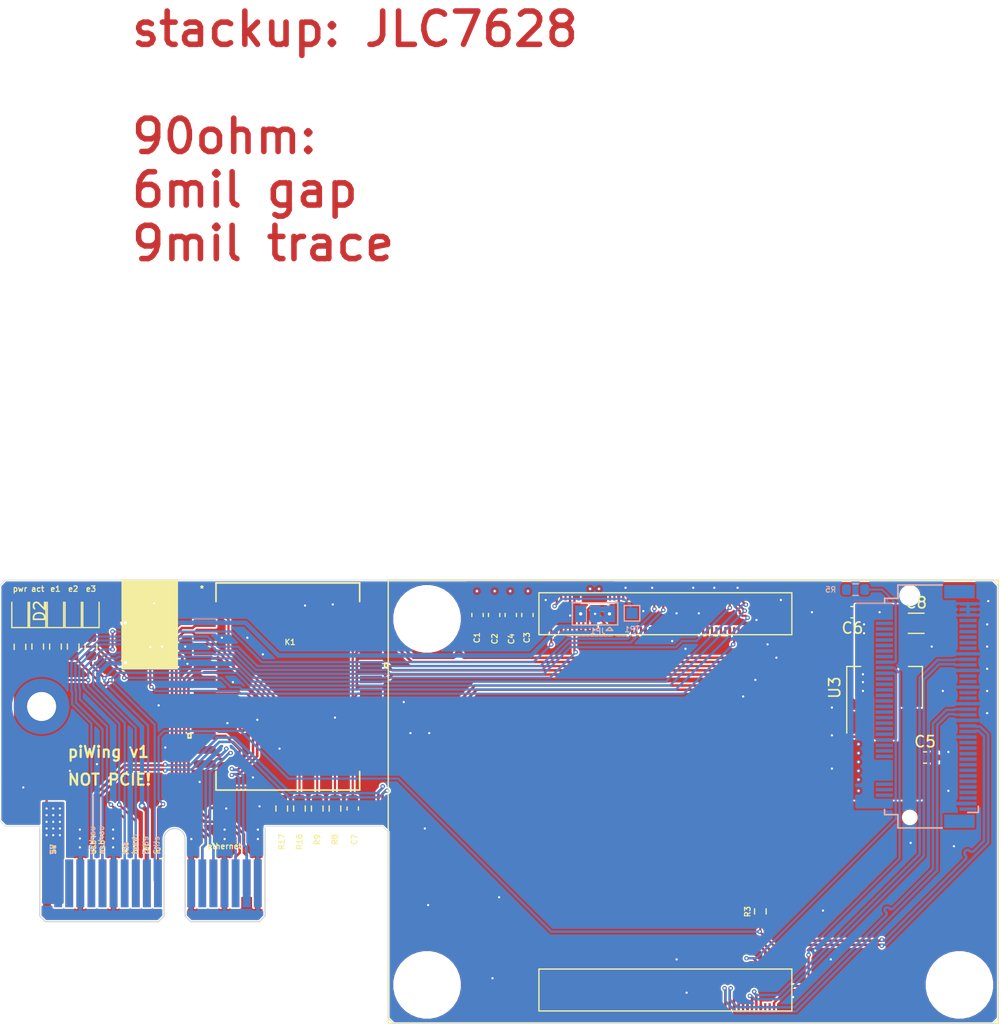
<source format=kicad_pcb>
(kicad_pcb (version 20171130) (host pcbnew 5.1.8)
  (layers (0 F.Cu signal) (1 In1.Cu power hide) (2 In2.Cu signal hide) (31 B.Cu signal hide) (34 B.Paste user hide) (35 F.Paste user) (36 B.SilkS user hide) (37 F.SilkS user hide) (38 B.Mask user hide) (39 F.Mask user hide) (44 Edge.Cuts user hide))
  (net 0 "")
  (net 1 GND)
  (net 2 +3V3)
  (net 3 "Net-(C7-Pad1)")
  (net 4 c1-eth-p2+)
  (net 5 c1-eth-p3+)
  (net 6 c1-eth-p2-)
  (net 7 c1-eth-p3-)
  (net 8 c1-eth-p4-)
  (net 9 c1-eth-p4+)
  (net 10 c1-eth-p1-)
  (net 11 c1-eth-p1+)
  (net 12 c1-pcie-rx-)
  (net 13 c1-pcie-rx+)
  (net 14 c1-pcie-clk+)
  (net 15 c1-pcie-clk-)
  (net 16 c1-pcie-clk-nreq)
  (net 17 c1-pcie-nrst)
  (net 18 c1-pcie-tx+)
  (net 19 c1-pcie-tx-)
  (net 20 "Net-(D1-Pad1)")
  (net 21 "Net-(K1-Pad1)")
  (net 22 eth-p4+)
  (net 23 eth-p4-)
  (net 24 "Net-(K1-Pad4)")
  (net 25 eth-p3-)
  (net 26 eth-p3+)
  (net 27 "Net-(K1-Pad7)")
  (net 28 eth-p2+)
  (net 29 eth-p2-)
  (net 30 "Net-(K1-Pad10)")
  (net 31 eth-p1-)
  (net 32 eth-p1+)
  (net 33 c1-led-activity)
  (net 34 +5V)
  (net 35 "Net-(D2-Pad1)")
  (net 36 c1_UART_TX)
  (net 37 c1_UART_RX)
  (net 38 c1-usb-d+)
  (net 39 c1-usb-d-)
  (net 40 GPIO_REF)
  (net 41 "Net-(D4-Pad1)")
  (net 42 "Net-(D5-Pad1)")
  (net 43 c1-usb-otg-id)
  (net 44 "Net-(R5-Pad1)")
  (net 45 "Net-(JP1-Pad3)")
  (net 46 "Net-(JP1-Pad1)")
  (net 47 c1-rpiboot)
  (net 48 c1-eeprom_wp)
  (net 49 "Net-(R4-Pad1)")
  (net 50 "Net-(TP1-Pad1)")
  (net 51 c1-run-reset)
  (net 52 c1-eth-led3)
  (net 53 c1-eth-led2)
  (net 54 "Net-(D3-Pad1)")
  (module aep3:rpiCM4 (layer F.Cu) (at 180 70 180)
    (fp_text reference U2 hide)
    (fp_text value RPI4CM-aep)
    (pad 100 smd rect (at 39.81 -4.58 180) (size 0.2 0.7) (layers F.Cu F.Paste F.Mask))
    (pad 99 smd rect (at 39.81 -1.5 180) (size 0.2 0.7) (layers F.Cu F.Paste F.Mask) (net 50 "Net-(TP1-Pad1)"))
    (pad 98 smd rect (at 39.41 -4.58 180) (size 0.2 0.7) (layers F.Cu F.Paste F.Mask) (net 1 GND))
    (pad 97 smd rect (at 39.41 -1.5 180) (size 0.2 0.7) (layers F.Cu F.Paste F.Mask))
    (pad 96 smd rect (at 39.01 -4.58 180) (size 0.2 0.7) (layers F.Cu F.Paste F.Mask))
    (pad 95 smd rect (at 39.01 -1.5 180) (size 0.2 0.7) (layers F.Cu F.Paste F.Mask))
    (pad 94 smd rect (at 38.61 -4.58 180) (size 0.2 0.7) (layers F.Cu F.Paste F.Mask))
    (pad 93 smd rect (at 38.61 -1.5 180) (size 0.2 0.7) (layers F.Cu F.Paste F.Mask) (net 47 c1-rpiboot))
    (pad 92 smd rect (at 38.21 -4.58 180) (size 0.2 0.7) (layers F.Cu F.Paste F.Mask) (net 51 c1-run-reset))
    (pad 91 smd rect (at 38.21 -1.5 180) (size 0.2 0.7) (layers F.Cu F.Paste F.Mask) (net 1 GND))
    (pad 90 smd rect (at 37.81 -4.58 180) (size 0.2 0.7) (layers F.Cu F.Paste F.Mask) (net 45 "Net-(JP1-Pad3)"))
    (pad 89 smd rect (at 37.81 -1.5 180) (size 0.2 0.7) (layers F.Cu F.Paste F.Mask) (net 1 GND))
    (pad 88 smd rect (at 37.41 -4.58 180) (size 0.2 0.7) (layers F.Cu F.Paste F.Mask) (net 45 "Net-(JP1-Pad3)"))
    (pad 87 smd rect (at 37.41 -1.5 180) (size 0.2 0.7) (layers F.Cu F.Paste F.Mask) (net 34 +5V))
    (pad 86 smd rect (at 37.01 -4.58 180) (size 0.2 0.7) (layers F.Cu F.Paste F.Mask) (net 46 "Net-(JP1-Pad1)"))
    (pad 85 smd rect (at 37.01 -1.5 180) (size 0.2 0.7) (layers F.Cu F.Paste F.Mask) (net 34 +5V))
    (pad 84 smd rect (at 36.61 -4.58 180) (size 0.2 0.7) (layers F.Cu F.Paste F.Mask) (net 46 "Net-(JP1-Pad1)"))
    (pad 83 smd rect (at 36.61 -1.5 180) (size 0.2 0.7) (layers F.Cu F.Paste F.Mask) (net 34 +5V))
    (pad 82 smd rect (at 36.21 -4.58 180) (size 0.2 0.7) (layers F.Cu F.Paste F.Mask))
    (pad 81 smd rect (at 36.21 -1.5 180) (size 0.2 0.7) (layers F.Cu F.Paste F.Mask) (net 34 +5V))
    (pad 80 smd rect (at 35.81 -4.58 180) (size 0.2 0.7) (layers F.Cu F.Paste F.Mask))
    (pad 79 smd rect (at 35.81 -1.5 180) (size 0.2 0.7) (layers F.Cu F.Paste F.Mask) (net 34 +5V))
    (pad 78 smd rect (at 35.41 -4.58 180) (size 0.2 0.7) (layers F.Cu F.Paste F.Mask) (net 40 GPIO_REF))
    (pad 77 smd rect (at 35.41 -1.5 180) (size 0.2 0.7) (layers F.Cu F.Paste F.Mask) (net 34 +5V))
    (pad 76 smd rect (at 35.01 -4.58 180) (size 0.2 0.7) (layers F.Cu F.Paste F.Mask))
    (pad 75 smd rect (at 35.01 -1.5 180) (size 0.2 0.7) (layers F.Cu F.Paste F.Mask))
    (pad 74 smd rect (at 34.61 -4.58 180) (size 0.2 0.7) (layers F.Cu F.Paste F.Mask) (net 1 GND))
    (pad 73 smd rect (at 34.61 -1.5 180) (size 0.2 0.7) (layers F.Cu F.Paste F.Mask))
    (pad 72 smd rect (at 34.21 -4.58 180) (size 0.2 0.7) (layers F.Cu F.Paste F.Mask))
    (pad 71 smd rect (at 34.21 -1.5 180) (size 0.2 0.7) (layers F.Cu F.Paste F.Mask) (net 1 GND))
    (pad 70 smd rect (at 33.81 -4.58 180) (size 0.2 0.7) (layers F.Cu F.Paste F.Mask))
    (pad 69 smd rect (at 33.81 -1.5 180) (size 0.2 0.7) (layers F.Cu F.Paste F.Mask))
    (pad 68 smd rect (at 33.41 -4.58 180) (size 0.2 0.7) (layers F.Cu F.Paste F.Mask))
    (pad 67 smd rect (at 33.41 -1.5 180) (size 0.2 0.7) (layers F.Cu F.Paste F.Mask))
    (pad 66 smd rect (at 33.01 -4.58 180) (size 0.2 0.7) (layers F.Cu F.Paste F.Mask))
    (pad 65 smd rect (at 33.01 -1.5 180) (size 0.2 0.7) (layers F.Cu F.Paste F.Mask) (net 1 GND))
    (pad 64 smd rect (at 32.61 -4.58 180) (size 0.2 0.7) (layers F.Cu F.Paste F.Mask))
    (pad 63 smd rect (at 32.61 -1.5 180) (size 0.2 0.7) (layers F.Cu F.Paste F.Mask))
    (pad 62 smd rect (at 32.21 -4.58 180) (size 0.2 0.7) (layers F.Cu F.Paste F.Mask))
    (pad 61 smd rect (at 32.21 -1.5 180) (size 0.2 0.7) (layers F.Cu F.Paste F.Mask))
    (pad 60 smd rect (at 31.81 -4.58 180) (size 0.2 0.7) (layers F.Cu F.Paste F.Mask) (net 1 GND))
    (pad 59 smd rect (at 31.81 -1.5 180) (size 0.2 0.7) (layers F.Cu F.Paste F.Mask) (net 1 GND))
    (pad 58 smd rect (at 31.41 -4.58 180) (size 0.2 0.7) (layers F.Cu F.Paste F.Mask))
    (pad 57 smd rect (at 31.41 -1.5 180) (size 0.2 0.7) (layers F.Cu F.Paste F.Mask))
    (pad 56 smd rect (at 31.01 -4.58 180) (size 0.2 0.7) (layers F.Cu F.Paste F.Mask))
    (pad 55 smd rect (at 31.01 -1.5 180) (size 0.2 0.7) (layers F.Cu F.Paste F.Mask) (net 36 c1_UART_TX))
    (pad 54 smd rect (at 30.61 -4.58 180) (size 0.2 0.7) (layers F.Cu F.Paste F.Mask))
    (pad 53 smd rect (at 30.61 -1.5 180) (size 0.2 0.7) (layers F.Cu F.Paste F.Mask) (net 1 GND))
    (pad 52 smd rect (at 30.21 -4.58 180) (size 0.2 0.7) (layers F.Cu F.Paste F.Mask) (net 1 GND))
    (pad 51 smd rect (at 30.21 -1.5 180) (size 0.2 0.7) (layers F.Cu F.Paste F.Mask) (net 37 c1_UART_RX))
    (pad 50 smd rect (at 29.81 -4.58 180) (size 0.2 0.7) (layers F.Cu F.Paste F.Mask))
    (pad 49 smd rect (at 29.81 -1.5 180) (size 0.2 0.7) (layers F.Cu F.Paste F.Mask))
    (pad 48 smd rect (at 29.41 -4.58 180) (size 0.2 0.7) (layers F.Cu F.Paste F.Mask))
    (pad 47 smd rect (at 29.41 -1.5 180) (size 0.2 0.7) (layers F.Cu F.Paste F.Mask))
    (pad 46 smd rect (at 29.01 -4.58 180) (size 0.2 0.7) (layers F.Cu F.Paste F.Mask))
    (pad 45 smd rect (at 29.01 -1.5 180) (size 0.2 0.7) (layers F.Cu F.Paste F.Mask))
    (pad 44 smd rect (at 28.61 -4.58 180) (size 0.2 0.7) (layers F.Cu F.Paste F.Mask))
    (pad 43 smd rect (at 28.61 -1.5 180) (size 0.2 0.7) (layers F.Cu F.Paste F.Mask) (net 1 GND))
    (pad 42 smd rect (at 28.21 -4.58 180) (size 0.2 0.7) (layers F.Cu F.Paste F.Mask) (net 1 GND))
    (pad 41 smd rect (at 28.21 -1.5 180) (size 0.2 0.7) (layers F.Cu F.Paste F.Mask))
    (pad 40 smd rect (at 27.81 -4.58 180) (size 0.2 0.7) (layers F.Cu F.Paste F.Mask))
    (pad 39 smd rect (at 27.81 -1.5 180) (size 0.2 0.7) (layers F.Cu F.Paste F.Mask))
    (pad 38 smd rect (at 27.41 -4.58 180) (size 0.2 0.7) (layers F.Cu F.Paste F.Mask))
    (pad 37 smd rect (at 27.41 -1.5 180) (size 0.2 0.7) (layers F.Cu F.Paste F.Mask))
    (pad 36 smd rect (at 27.01 -4.58 180) (size 0.2 0.7) (layers F.Cu F.Paste F.Mask))
    (pad 35 smd rect (at 27.01 -1.5 180) (size 0.2 0.7) (layers F.Cu F.Paste F.Mask))
    (pad 34 smd rect (at 26.61 -4.58 180) (size 0.2 0.7) (layers F.Cu F.Paste F.Mask))
    (pad 33 smd rect (at 26.61 -1.5 180) (size 0.2 0.7) (layers F.Cu F.Paste F.Mask) (net 1 GND))
    (pad 32 smd rect (at 26.21 -4.58 180) (size 0.2 0.7) (layers F.Cu F.Paste F.Mask) (net 1 GND))
    (pad 31 smd rect (at 26.21 -1.5 180) (size 0.2 0.7) (layers F.Cu F.Paste F.Mask))
    (pad 30 smd rect (at 25.81 -4.58 180) (size 0.2 0.7) (layers F.Cu F.Paste F.Mask))
    (pad 29 smd rect (at 25.81 -1.5 180) (size 0.2 0.7) (layers F.Cu F.Paste F.Mask))
    (pad 28 smd rect (at 25.41 -4.58 180) (size 0.2 0.7) (layers F.Cu F.Paste F.Mask))
    (pad 27 smd rect (at 25.41 -1.5 180) (size 0.2 0.7) (layers F.Cu F.Paste F.Mask))
    (pad 26 smd rect (at 25.01 -4.58 180) (size 0.2 0.7) (layers F.Cu F.Paste F.Mask))
    (pad 25 smd rect (at 25.01 -1.5 180) (size 0.2 0.7) (layers F.Cu F.Paste F.Mask))
    (pad 24 smd rect (at 24.61 -4.58 180) (size 0.2 0.7) (layers F.Cu F.Paste F.Mask))
    (pad 23 smd rect (at 24.61 -1.5 180) (size 0.2 0.7) (layers F.Cu F.Paste F.Mask) (net 1 GND))
    (pad 22 smd rect (at 24.21 -4.58 180) (size 0.2 0.7) (layers F.Cu F.Paste F.Mask) (net 1 GND))
    (pad 21 smd rect (at 24.21 -1.5 180) (size 0.2 0.7) (layers F.Cu F.Paste F.Mask) (net 33 c1-led-activity))
    (pad 20 smd rect (at 23.81 -4.58 180) (size 0.2 0.7) (layers F.Cu F.Paste F.Mask) (net 48 c1-eeprom_wp))
    (pad 19 smd rect (at 23.81 -1.5 180) (size 0.2 0.7) (layers F.Cu F.Paste F.Mask) (net 49 "Net-(R4-Pad1)"))
    (pad 18 smd rect (at 23.41 -4.58 180) (size 0.2 0.7) (layers F.Cu F.Paste F.Mask))
    (pad 17 smd rect (at 23.41 -1.5 180) (size 0.2 0.7) (layers F.Cu F.Paste F.Mask) (net 53 c1-eth-led2))
    (pad 16 smd rect (at 23.01 -4.58 180) (size 0.2 0.7) (layers F.Cu F.Paste F.Mask))
    (pad 15 smd rect (at 23.01 -1.5 180) (size 0.2 0.7) (layers F.Cu F.Paste F.Mask) (net 52 c1-eth-led3))
    (pad 14 smd rect (at 22.61 -4.58 180) (size 0.2 0.7) (layers F.Cu F.Paste F.Mask) (net 1 GND))
    (pad 13 smd rect (at 22.61 -1.5 180) (size 0.2 0.7) (layers F.Cu F.Paste F.Mask) (net 1 GND))
    (pad 12 smd rect (at 22.21 -4.58 180) (size 0.2 0.7) (layers F.Cu F.Paste F.Mask) (net 11 c1-eth-p1+))
    (pad 11 smd rect (at 22.21 -1.5 180) (size 0.2 0.7) (layers F.Cu F.Paste F.Mask) (net 5 c1-eth-p3+))
    (pad 10 smd rect (at 21.81 -4.58 180) (size 0.2 0.7) (layers F.Cu F.Paste F.Mask) (net 10 c1-eth-p1-))
    (pad 9 smd rect (at 21.81 -1.5 180) (size 0.2 0.7) (layers F.Cu F.Paste F.Mask) (net 7 c1-eth-p3-))
    (pad 8 smd rect (at 21.41 -4.58 180) (size 0.2 0.7) (layers F.Cu F.Paste F.Mask) (net 1 GND))
    (pad 7 smd rect (at 21.41 -1.5 180) (size 0.2 0.7) (layers F.Cu F.Paste F.Mask) (net 1 GND))
    (pad 6 smd rect (at 21.01 -4.58 180) (size 0.2 0.7) (layers F.Cu F.Paste F.Mask) (net 6 c1-eth-p2-))
    (pad 5 smd rect (at 21.01 -1.5 180) (size 0.2 0.7) (layers F.Cu F.Paste F.Mask) (net 8 c1-eth-p4-))
    (pad 4 smd rect (at 20.61 -4.58 180) (size 0.2 0.7) (layers F.Cu F.Paste F.Mask) (net 4 c1-eth-p2+))
    (pad 3 smd rect (at 20.61 -1.5 180) (size 0.2 0.7) (layers F.Cu F.Paste F.Mask) (net 9 c1-eth-p4+))
    (pad 2 smd rect (at 20.21 -4.58 180) (size 0.2 0.7) (layers F.Cu F.Paste F.Mask) (net 1 GND))
    (pad 1 smd rect (at 20.21 -1.5 180) (size 0.2 0.7) (layers F.Cu F.Paste F.Mask) (net 1 GND))
    (pad 199 smd rect (at 39.81 -35.42 180) (size 0.2 0.7) (layers F.Cu F.Paste F.Mask))
    (pad 197 smd rect (at 39.41 -35.42 180) (size 0.2 0.7) (layers F.Cu F.Paste F.Mask) (net 1 GND))
    (pad 195 smd rect (at 39.01 -35.42 180) (size 0.2 0.7) (layers F.Cu F.Paste F.Mask))
    (pad 193 smd rect (at 38.61 -35.42 180) (size 0.2 0.7) (layers F.Cu F.Paste F.Mask))
    (pad 191 smd rect (at 38.21 -35.42 180) (size 0.2 0.7) (layers F.Cu F.Paste F.Mask) (net 1 GND))
    (pad 189 smd rect (at 37.81 -35.42 180) (size 0.2 0.7) (layers F.Cu F.Paste F.Mask))
    (pad 187 smd rect (at 37.41 -35.42 180) (size 0.2 0.7) (layers F.Cu F.Paste F.Mask))
    (pad 185 smd rect (at 37.01 -35.42 180) (size 0.2 0.7) (layers F.Cu F.Paste F.Mask) (net 1 GND))
    (pad 183 smd rect (at 36.61 -35.42 180) (size 0.2 0.7) (layers F.Cu F.Paste F.Mask))
    (pad 181 smd rect (at 36.21 -35.42 180) (size 0.2 0.7) (layers F.Cu F.Paste F.Mask))
    (pad 179 smd rect (at 35.81 -35.42 180) (size 0.2 0.7) (layers F.Cu F.Paste F.Mask) (net 1 GND))
    (pad 177 smd rect (at 35.41 -35.42 180) (size 0.2 0.7) (layers F.Cu F.Paste F.Mask))
    (pad 175 smd rect (at 35.01 -35.42 180) (size 0.2 0.7) (layers F.Cu F.Paste F.Mask))
    (pad 173 smd rect (at 34.61 -35.42 180) (size 0.2 0.7) (layers F.Cu F.Paste F.Mask) (net 1 GND))
    (pad 171 smd rect (at 34.21 -35.42 180) (size 0.2 0.7) (layers F.Cu F.Paste F.Mask))
    (pad 169 smd rect (at 33.81 -35.42 180) (size 0.2 0.7) (layers F.Cu F.Paste F.Mask))
    (pad 167 smd rect (at 33.41 -35.42 180) (size 0.2 0.7) (layers F.Cu F.Paste F.Mask) (net 1 GND))
    (pad 165 smd rect (at 33.01 -35.42 180) (size 0.2 0.7) (layers F.Cu F.Paste F.Mask))
    (pad 163 smd rect (at 32.61 -35.42 180) (size 0.2 0.7) (layers F.Cu F.Paste F.Mask))
    (pad 161 smd rect (at 32.21 -35.42 180) (size 0.2 0.7) (layers F.Cu F.Paste F.Mask) (net 1 GND))
    (pad 159 smd rect (at 31.81 -35.42 180) (size 0.2 0.7) (layers F.Cu F.Paste F.Mask))
    (pad 157 smd rect (at 31.41 -35.42 180) (size 0.2 0.7) (layers F.Cu F.Paste F.Mask))
    (pad 155 smd rect (at 31.01 -35.42 180) (size 0.2 0.7) (layers F.Cu F.Paste F.Mask) (net 1 GND))
    (pad 153 smd rect (at 30.61 -35.42 180) (size 0.2 0.7) (layers F.Cu F.Paste F.Mask))
    (pad 151 smd rect (at 30.21 -35.42 180) (size 0.2 0.7) (layers F.Cu F.Paste F.Mask))
    (pad 149 smd rect (at 29.81 -35.42 180) (size 0.2 0.7) (layers F.Cu F.Paste F.Mask))
    (pad 147 smd rect (at 29.41 -35.42 180) (size 0.2 0.7) (layers F.Cu F.Paste F.Mask))
    (pad 145 smd rect (at 29.01 -35.42 180) (size 0.2 0.7) (layers F.Cu F.Paste F.Mask))
    (pad 143 smd rect (at 28.61 -35.42 180) (size 0.2 0.7) (layers F.Cu F.Paste F.Mask))
    (pad 141 smd rect (at 28.21 -35.42 180) (size 0.2 0.7) (layers F.Cu F.Paste F.Mask))
    (pad 139 smd rect (at 27.81 -35.42 180) (size 0.2 0.7) (layers F.Cu F.Paste F.Mask))
    (pad 137 smd rect (at 27.41 -35.42 180) (size 0.2 0.7) (layers F.Cu F.Paste F.Mask) (net 1 GND))
    (pad 135 smd rect (at 27.01 -35.42 180) (size 0.2 0.7) (layers F.Cu F.Paste F.Mask))
    (pad 133 smd rect (at 26.61 -35.42 180) (size 0.2 0.7) (layers F.Cu F.Paste F.Mask))
    (pad 131 smd rect (at 26.21 -35.42 180) (size 0.2 0.7) (layers F.Cu F.Paste F.Mask) (net 1 GND))
    (pad 129 smd rect (at 25.81 -35.42 180) (size 0.2 0.7) (layers F.Cu F.Paste F.Mask))
    (pad 127 smd rect (at 25.41 -35.42 180) (size 0.2 0.7) (layers F.Cu F.Paste F.Mask))
    (pad 125 smd rect (at 25.01 -35.42 180) (size 0.2 0.7) (layers F.Cu F.Paste F.Mask) (net 1 GND))
    (pad 123 smd rect (at 24.61 -35.42 180) (size 0.2 0.7) (layers F.Cu F.Paste F.Mask))
    (pad 121 smd rect (at 24.21 -35.42 180) (size 0.2 0.7) (layers F.Cu F.Paste F.Mask))
    (pad 119 smd rect (at 23.81 -35.42 180) (size 0.2 0.7) (layers F.Cu F.Paste F.Mask) (net 1 GND))
    (pad 117 smd rect (at 23.41 -35.42 180) (size 0.2 0.7) (layers F.Cu F.Paste F.Mask))
    (pad 115 smd rect (at 23.01 -35.42 180) (size 0.2 0.7) (layers F.Cu F.Paste F.Mask))
    (pad 113 smd rect (at 22.61 -35.42 180) (size 0.2 0.7) (layers F.Cu F.Paste F.Mask) (net 1 GND))
    (pad 111 smd rect (at 22.21 -35.42 180) (size 0.2 0.7) (layers F.Cu F.Paste F.Mask))
    (pad 109 smd rect (at 21.81 -35.42 180) (size 0.2 0.7) (layers F.Cu F.Paste F.Mask) (net 17 c1-pcie-nrst))
    (pad 107 smd rect (at 21.41 -35.42 180) (size 0.2 0.7) (layers F.Cu F.Paste F.Mask) (net 1 GND))
    (pad 105 smd rect (at 21.01 -35.42 180) (size 0.2 0.7) (layers F.Cu F.Paste F.Mask) (net 38 c1-usb-d+))
    (pad 103 smd rect (at 20.61 -35.42 180) (size 0.2 0.7) (layers F.Cu F.Paste F.Mask) (net 39 c1-usb-d-))
    (pad "" np_thru_hole circle (at 3.5 -36.5 270) (size 2.7 2.7) (drill 2.7) (layers *.Cu *.Paste *.Mask) (clearance 1.7))
    (pad "" np_thru_hole circle (at 51.5 -36.5 270) (size 2.7 2.7) (drill 2.7) (layers *.Cu *.Paste *.Mask) (clearance 1.7))
    (pad "" np_thru_hole circle (at 51.5 -3.5 270) (size 2.7 2.7) (drill 2.7) (layers *.Cu *.Paste *.Mask) (clearance 1.7))
    (pad 102 smd rect (at 20.21 -38.5 180) (size 0.2 0.7) (layers F.Cu F.Paste F.Mask) (net 16 c1-pcie-clk-nreq))
    (pad 104 smd rect (at 20.61 -38.5 180) (size 0.2 0.7) (layers F.Cu F.Paste F.Mask))
    (pad 106 smd rect (at 21.01 -38.5 180) (size 0.2 0.7) (layers F.Cu F.Paste F.Mask))
    (pad 108 smd rect (at 21.41 -38.5 180) (size 0.2 0.7) (layers F.Cu F.Paste F.Mask) (net 1 GND))
    (pad 110 smd rect (at 21.81 -38.5 180) (size 0.2 0.7) (layers F.Cu F.Paste F.Mask) (net 14 c1-pcie-clk+))
    (pad 112 smd rect (at 22.21 -38.5 180) (size 0.2 0.7) (layers F.Cu F.Paste F.Mask) (net 15 c1-pcie-clk-))
    (pad 114 smd rect (at 22.61 -38.5 180) (size 0.2 0.7) (layers F.Cu F.Paste F.Mask) (net 1 GND))
    (pad 116 smd rect (at 23.01 -38.5 180) (size 0.2 0.7) (layers F.Cu F.Paste F.Mask) (net 13 c1-pcie-rx+))
    (pad 118 smd rect (at 23.41 -38.5 180) (size 0.2 0.7) (layers F.Cu F.Paste F.Mask) (net 12 c1-pcie-rx-))
    (pad 120 smd rect (at 23.81 -38.5 180) (size 0.2 0.7) (layers F.Cu F.Paste F.Mask) (net 1 GND))
    (pad 122 smd rect (at 24.21 -38.5 180) (size 0.2 0.7) (layers F.Cu F.Paste F.Mask) (net 18 c1-pcie-tx+))
    (pad 124 smd rect (at 24.61 -38.5 180) (size 0.2 0.7) (layers F.Cu F.Paste F.Mask) (net 19 c1-pcie-tx-))
    (pad 126 smd rect (at 25.01 -38.5 180) (size 0.2 0.7) (layers F.Cu F.Paste F.Mask) (net 1 GND))
    (pad 128 smd rect (at 25.41 -38.5 180) (size 0.2 0.7) (layers F.Cu F.Paste F.Mask))
    (pad 130 smd rect (at 25.81 -38.5 180) (size 0.2 0.7) (layers F.Cu F.Paste F.Mask))
    (pad 132 smd rect (at 26.21 -38.5 180) (size 0.2 0.7) (layers F.Cu F.Paste F.Mask) (net 1 GND))
    (pad 134 smd rect (at 26.61 -38.5 180) (size 0.2 0.7) (layers F.Cu F.Paste F.Mask))
    (pad 136 smd rect (at 27.01 -38.5 180) (size 0.2 0.7) (layers F.Cu F.Paste F.Mask))
    (pad 138 smd rect (at 27.41 -38.5 180) (size 0.2 0.7) (layers F.Cu F.Paste F.Mask) (net 1 GND))
    (pad 140 smd rect (at 27.81 -38.5 180) (size 0.2 0.7) (layers F.Cu F.Paste F.Mask))
    (pad 142 smd rect (at 28.21 -38.5 180) (size 0.2 0.7) (layers F.Cu F.Paste F.Mask))
    (pad 144 smd rect (at 28.61 -38.5 180) (size 0.2 0.7) (layers F.Cu F.Paste F.Mask) (net 1 GND))
    (pad 146 smd rect (at 29.01 -38.5 180) (size 0.2 0.7) (layers F.Cu F.Paste F.Mask))
    (pad 148 smd rect (at 29.41 -38.5 180) (size 0.2 0.7) (layers F.Cu F.Paste F.Mask))
    (pad 150 smd rect (at 29.81 -38.5 180) (size 0.2 0.7) (layers F.Cu F.Paste F.Mask) (net 1 GND))
    (pad 152 smd rect (at 30.21 -38.5 180) (size 0.2 0.7) (layers F.Cu F.Paste F.Mask))
    (pad 154 smd rect (at 30.61 -38.5 180) (size 0.2 0.7) (layers F.Cu F.Paste F.Mask))
    (pad 156 smd rect (at 31.01 -38.5 180) (size 0.2 0.7) (layers F.Cu F.Paste F.Mask) (net 1 GND))
    (pad 158 smd rect (at 31.41 -38.5 180) (size 0.2 0.7) (layers F.Cu F.Paste F.Mask))
    (pad 160 smd rect (at 31.81 -38.5 180) (size 0.2 0.7) (layers F.Cu F.Paste F.Mask))
    (pad 162 smd rect (at 32.21 -38.5 180) (size 0.2 0.7) (layers F.Cu F.Paste F.Mask) (net 1 GND))
    (pad 164 smd rect (at 32.61 -38.5 180) (size 0.2 0.7) (layers F.Cu F.Paste F.Mask))
    (pad 166 smd rect (at 33.01 -38.5 180) (size 0.2 0.7) (layers F.Cu F.Paste F.Mask))
    (pad 168 smd rect (at 33.41 -38.5 180) (size 0.2 0.7) (layers F.Cu F.Paste F.Mask) (net 1 GND))
    (pad 170 smd rect (at 33.81 -38.5 180) (size 0.2 0.7) (layers F.Cu F.Paste F.Mask))
    (pad 172 smd rect (at 34.21 -38.5 180) (size 0.2 0.7) (layers F.Cu F.Paste F.Mask))
    (pad 174 smd rect (at 34.61 -38.5 180) (size 0.2 0.7) (layers F.Cu F.Paste F.Mask) (net 1 GND))
    (pad 176 smd rect (at 35.01 -38.5 180) (size 0.2 0.7) (layers F.Cu F.Paste F.Mask))
    (pad 178 smd rect (at 35.41 -38.5 180) (size 0.2 0.7) (layers F.Cu F.Paste F.Mask))
    (pad 180 smd rect (at 35.81 -38.5 180) (size 0.2 0.7) (layers F.Cu F.Paste F.Mask) (net 1 GND))
    (pad 182 smd rect (at 36.21 -38.5 180) (size 0.2 0.7) (layers F.Cu F.Paste F.Mask))
    (pad 184 smd rect (at 36.61 -38.5 180) (size 0.2 0.7) (layers F.Cu F.Paste F.Mask))
    (pad 186 smd rect (at 37.01 -38.5 180) (size 0.2 0.7) (layers F.Cu F.Paste F.Mask) (net 1 GND))
    (pad 188 smd rect (at 37.41 -38.5 180) (size 0.2 0.7) (layers F.Cu F.Paste F.Mask))
    (pad 190 smd rect (at 37.81 -38.5 180) (size 0.2 0.7) (layers F.Cu F.Paste F.Mask))
    (pad 192 smd rect (at 38.21 -38.5 180) (size 0.2 0.7) (layers F.Cu F.Paste F.Mask) (net 1 GND))
    (pad 194 smd rect (at 38.61 -38.5 180) (size 0.2 0.7) (layers F.Cu F.Paste F.Mask))
    (pad 196 smd rect (at 39.01 -38.5 180) (size 0.2 0.7) (layers F.Cu F.Paste F.Mask))
    (pad 198 smd rect (at 39.41 -38.5 180) (size 0.2 0.7) (layers F.Cu F.Paste F.Mask) (net 1 GND))
    (pad 200 smd rect (at 39.81 -38.5 180) (size 0.2 0.7) (layers F.Cu F.Paste F.Mask))
    (pad 101 smd rect (at 20.21 -35.42 180) (size 0.2 0.7) (layers F.Cu F.Paste F.Mask) (net 43 c1-usb-otg-id))
  )
  (module Package_TO_SOT_SMD:SOT-223 (layer F.Cu) (at 169.75 79.7 90)
    (fp_text reference U3 (at 0 -4.5 90) (layer F.SilkS))
    (fp_text value AZ1117CH-3_3TRG1)
    (pad 1 smd rect (at -3.15 -2.3 90) (size 2 1.5) (layers F.Cu F.Paste F.Mask) (net 1 GND))
    (pad 3 smd rect (at -3.15 2.3 90) (size 2 1.5) (layers F.Cu F.Paste F.Mask) (net 34 +5V))
    (pad 2 smd rect (at -3.15 0 90) (size 2 1.5) (layers F.Cu F.Paste F.Mask) (net 2 +3V3))
    (pad 4 smd rect (at 3.15 0 90) (size 2 3.8) (layers F.Cu F.Paste F.Mask) (net 2 +3V3))
  )
  (module aep:Conn_TE-M.2-0.5-67P-NVME (layer B.Cu) (at 172 81.4 90)
    (fp_text reference U1)
    (fp_text value Conn_TE-M.2-0.5-67P)
    (pad 76 thru_hole circle (at 0 -78.25 90) (size 5 5) (drill 2.6) (layers B.Cu B.Mask))
    (pad "" smd rect (at 10.35 4.5 90) (size 1.2 2.75) (layers B.Cu B.Paste B.Mask))
    (pad "" smd rect (at -10.35 4.5 90) (size 1.2 2.75) (layers B.Cu B.Paste B.Mask))
    (pad "" np_thru_hole circle (at 10 0.025 90) (size 1.6 1.6) (drill 1.6) (layers *.Cu))
    (pad "" np_thru_hole circle (at -10 0.025 90) (size 1.1 1.1) (drill 1.1) (layers *.Cu))
    (pad 75 smd rect (at 9.25 5.275 90) (size 0.3 1.55) (layers B.Cu B.Paste B.Mask) (net 1 GND))
    (pad 74 smd rect (at 9 -2.275 90) (size 0.3 1.55) (layers B.Cu B.Paste B.Mask) (net 2 +3V3))
    (pad 73 smd rect (at 8.75 5.275 90) (size 0.3 1.55) (layers B.Cu B.Paste B.Mask) (net 1 GND))
    (pad 72 smd rect (at 8.5 -2.275 90) (size 0.3 1.55) (layers B.Cu B.Paste B.Mask) (net 2 +3V3))
    (pad 71 smd rect (at 8.25 5.275 90) (size 0.3 1.55) (layers B.Cu B.Paste B.Mask) (net 1 GND))
    (pad 70 smd rect (at 8 -2.275 90) (size 0.3 1.55) (layers B.Cu B.Paste B.Mask) (net 2 +3V3))
    (pad 69 smd rect (at 7.75 5.275 90) (size 0.3 1.55) (layers B.Cu B.Paste B.Mask))
    (pad 68 smd rect (at 7.5 -2.275 90) (size 0.3 1.55) (layers B.Cu B.Paste B.Mask))
    (pad 67 smd rect (at 7.25 5.275 90) (size 0.3 1.55) (layers B.Cu B.Paste B.Mask))
    (pad 66 smd rect (at 7 -2.275 90) (size 0.3 1.55) (layers B.Cu B.Paste B.Mask))
    (pad 65 smd rect (at 6.75 5.275 90) (size 0.3 1.55) (layers B.Cu B.Paste B.Mask))
    (pad 64 smd rect (at 6.5 -2.275 90) (size 0.3 1.55) (layers B.Cu B.Paste B.Mask))
    (pad 63 smd rect (at 6.25 5.275 90) (size 0.3 1.55) (layers B.Cu B.Paste B.Mask))
    (pad 62 smd rect (at 6 -2.275 90) (size 0.3 1.55) (layers B.Cu B.Paste B.Mask))
    (pad 61 smd rect (at 5.75 5.275 90) (size 0.3 1.55) (layers B.Cu B.Paste B.Mask))
    (pad 60 smd rect (at 5.5 -2.275 90) (size 0.3 1.55) (layers B.Cu B.Paste B.Mask))
    (pad 59 smd rect (at 5.25 5.275 90) (size 0.3 1.55) (layers B.Cu B.Paste B.Mask))
    (pad 58 smd rect (at 5 -2.275 90) (size 0.3 1.55) (layers B.Cu B.Paste B.Mask))
    (pad 57 smd rect (at 4.75 5.275 90) (size 0.3 1.55) (layers B.Cu B.Paste B.Mask) (net 1 GND))
    (pad 56 smd rect (at 4.5 -2.275 90) (size 0.3 1.55) (layers B.Cu B.Paste B.Mask))
    (pad 55 smd rect (at 4.25 5.275 90) (size 0.3 1.55) (layers B.Cu B.Paste B.Mask) (net 14 c1-pcie-clk+))
    (pad 54 smd rect (at 4 -2.275 90) (size 0.3 1.55) (layers B.Cu B.Paste B.Mask) (net 44 "Net-(R5-Pad1)"))
    (pad 53 smd rect (at 3.75 5.275 90) (size 0.3 1.55) (layers B.Cu B.Paste B.Mask) (net 15 c1-pcie-clk-))
    (pad 52 smd rect (at 3.5 -2.275 90) (size 0.3 1.55) (layers B.Cu B.Paste B.Mask) (net 16 c1-pcie-clk-nreq))
    (pad 51 smd rect (at 3.25 5.275 90) (size 0.3 1.55) (layers B.Cu B.Paste B.Mask) (net 1 GND))
    (pad 50 smd rect (at 3 -2.275 90) (size 0.3 1.55) (layers B.Cu B.Paste B.Mask) (net 17 c1-pcie-nrst))
    (pad 49 smd rect (at 2.75 5.275 90) (size 0.3 1.55) (layers B.Cu B.Paste B.Mask))
    (pad 48 smd rect (at 2.5 -2.275 90) (size 0.3 1.55) (layers B.Cu B.Paste B.Mask))
    (pad 47 smd rect (at 2.25 5.275 90) (size 0.3 1.55) (layers B.Cu B.Paste B.Mask))
    (pad 46 smd rect (at 2 -2.275 90) (size 0.3 1.55) (layers B.Cu B.Paste B.Mask))
    (pad 45 smd rect (at 1.75 5.275 90) (size 0.3 1.55) (layers B.Cu B.Paste B.Mask) (net 1 GND))
    (pad 44 smd rect (at 1.5 -2.275 90) (size 0.3 1.55) (layers B.Cu B.Paste B.Mask))
    (pad 43 smd rect (at 1.25 5.275 90) (size 0.3 1.55) (layers B.Cu B.Paste B.Mask))
    (pad 42 smd rect (at 1 -2.275 90) (size 0.3 1.55) (layers B.Cu B.Paste B.Mask))
    (pad 41 smd rect (at 0.75 5.275 90) (size 0.3 1.55) (layers B.Cu B.Paste B.Mask))
    (pad 40 smd rect (at 0.5 -2.275 90) (size 0.3 1.55) (layers B.Cu B.Paste B.Mask))
    (pad 39 smd rect (at 0.25 5.275 90) (size 0.3 1.55) (layers B.Cu B.Paste B.Mask) (net 1 GND))
    (pad 38 smd rect (at 0 -2.275 90) (size 0.3 1.55) (layers B.Cu B.Paste B.Mask))
    (pad 37 smd rect (at -0.25 5.275 90) (size 0.3 1.55) (layers B.Cu B.Paste B.Mask) (net 18 c1-pcie-tx+))
    (pad 36 smd rect (at -0.5 -2.275 90) (size 0.3 1.55) (layers B.Cu B.Paste B.Mask))
    (pad 35 smd rect (at -0.75 5.275 90) (size 0.3 1.55) (layers B.Cu B.Paste B.Mask) (net 19 c1-pcie-tx-))
    (pad 34 smd rect (at -1 -2.275 90) (size 0.3 1.55) (layers B.Cu B.Paste B.Mask))
    (pad 33 smd rect (at -1.25 5.275 90) (size 0.3 1.55) (layers B.Cu B.Paste B.Mask) (net 1 GND))
    (pad 32 smd rect (at -1.5 -2.275 90) (size 0.3 1.55) (layers B.Cu B.Paste B.Mask))
    (pad 31 smd rect (at -1.75 5.275 90) (size 0.3 1.55) (layers B.Cu B.Paste B.Mask) (net 13 c1-pcie-rx+))
    (pad 30 smd rect (at -2 -2.275 90) (size 0.3 1.55) (layers B.Cu B.Paste B.Mask))
    (pad 29 smd rect (at -2.25 5.275 90) (size 0.3 1.55) (layers B.Cu B.Paste B.Mask) (net 12 c1-pcie-rx-))
    (pad 28 smd rect (at -2.5 -2.275 90) (size 0.3 1.55) (layers B.Cu B.Paste B.Mask))
    (pad 27 smd rect (at -2.75 5.275 90) (size 0.3 1.55) (layers B.Cu B.Paste B.Mask) (net 1 GND))
    (pad 26 smd rect (at -3 -2.275 90) (size 0.3 1.55) (layers B.Cu B.Paste B.Mask))
    (pad 25 smd rect (at -3.25 5.275 90) (size 0.3 1.55) (layers B.Cu B.Paste B.Mask))
    (pad 24 smd rect (at -3.5 -2.275 90) (size 0.3 1.55) (layers B.Cu B.Paste B.Mask))
    (pad 23 smd rect (at -3.75 5.275 90) (size 0.3 1.55) (layers B.Cu B.Paste B.Mask))
    (pad 22 smd rect (at -4 -2.275 90) (size 0.3 1.55) (layers B.Cu B.Paste B.Mask))
    (pad 21 smd rect (at -4.25 5.275 90) (size 0.3 1.55) (layers B.Cu B.Paste B.Mask))
    (pad 20 smd rect (at -4.5 -2.275 90) (size 0.3 1.55) (layers B.Cu B.Paste B.Mask))
    (pad 11 smd rect (at -6.75 5.275 90) (size 0.3 1.55) (layers B.Cu B.Paste B.Mask))
    (pad 10 smd rect (at -7 -2.275 90) (size 0.3 1.55) (layers B.Cu B.Paste B.Mask))
    (pad 9 smd rect (at -7.25 5.275 90) (size 0.3 1.55) (layers B.Cu B.Paste B.Mask))
    (pad 8 smd rect (at -7.5 -2.275 90) (size 0.3 1.55) (layers B.Cu B.Paste B.Mask))
    (pad 7 smd rect (at -7.75 5.275 90) (size 0.3 1.55) (layers B.Cu B.Paste B.Mask))
    (pad 6 smd rect (at -8 -2.275 90) (size 0.3 1.55) (layers B.Cu B.Paste B.Mask))
    (pad 5 smd rect (at -8.25 5.275 90) (size 0.3 1.55) (layers B.Cu B.Paste B.Mask))
    (pad 4 smd rect (at -8.5 -2.275 90) (size 0.3 1.55) (layers B.Cu B.Paste B.Mask) (net 2 +3V3))
    (pad 3 smd rect (at -8.75 5.275 90) (size 0.3 1.55) (layers B.Cu B.Paste B.Mask) (net 1 GND))
    (pad 2 smd rect (at -9 -2.275 90) (size 0.3 1.55) (layers B.Cu B.Paste B.Mask) (net 2 +3V3))
    (pad 1 smd rect (at -9.25 5.275 90) (size 0.3 1.55) (layers B.Cu B.Paste B.Mask))
    (pad 12 smd rect (at -6.5 -2.275 90) (size 0.3 1.55) (layers B.Cu B.Paste B.Mask) (net 2 +3V3))
    (pad 14 smd rect (at -6 -2.275 90) (size 0.3 1.55) (layers B.Cu B.Paste B.Mask) (net 2 +3V3))
    (pad 16 smd rect (at -5.5 -2.275 90) (size 0.3 1.55) (layers B.Cu B.Paste B.Mask) (net 2 +3V3))
    (pad 18 smd rect (at -5 -2.275 90) (size 0.3 1.55) (layers B.Cu B.Paste B.Mask) (net 2 +3V3))
    (pad 13 smd rect (at -6.25 5.275 90) (size 0.3 1.55) (layers B.Cu B.Paste B.Mask))
    (pad 15 smd rect (at -5.75 5.275 90) (size 0.3 1.55) (layers B.Cu B.Paste B.Mask))
    (pad 17 smd rect (at -5.25 5.275 90) (size 0.3 1.55) (layers B.Cu B.Paste B.Mask))
    (pad 19 smd rect (at -4.75 5.275 90) (size 0.3 1.55) (layers B.Cu B.Paste B.Mask))
    (pad 76 thru_hole circle (at 0 -78.25 90) (size 3 3) (drill 2.6) (layers *.Cu *.Mask))
  )
  (module Resistor_SMD:R_0603_1608Metric (layer F.Cu) (at 91.8 76.025 90)
    (fp_text reference R6 hide)
    (fp_text value 600R)
    (pad 2 smd roundrect (at 0.825 0 90) (size 0.8 0.95) (layers F.Cu F.Paste F.Mask) (net 54 "Net-(D3-Pad1)"))
    (pad 1 smd roundrect (at -0.825 0 90) (size 0.8 0.95) (layers F.Cu F.Paste F.Mask) (net 1 GND))
  )
  (module LED_SMD:LED_0603_1608Metric (layer F.Cu) (at 91.8 72.8 90)
    (fp_text reference D3 hide)
    (fp_text value LED)
    (pad 2 smd roundrect (at 0.7875 0 90) (size 0.875 0.95) (layers F.Cu F.Paste F.Mask) (net 34 +5V))
    (pad 1 smd roundrect (at -0.7875 0 90) (size 0.875 0.95) (layers F.Cu F.Paste F.Mask) (net 54 "Net-(D3-Pad1)"))
  )
  (module Connector_PCBEdge:BUS_PCIexpress_x1 (layer F.Cu) (at 94.24 97.35)
    (fp_text reference U14 hide)
    (fp_text value PCIE-1X)
    (fp_line (start 19.65 2.95) (end 19.15 3.45) (layer Edge.Cuts) (width 0.1))
    (fp_line (start 12.45 2.95) (end 12.95 3.45) (layer Edge.Cuts) (width 0.1))
    (fp_line (start 10.55 2.95) (end 10.05 3.45) (layer Edge.Cuts) (width 0.1))
    (fp_line (start -0.65 2.95) (end -0.15 3.45) (layer Edge.Cuts) (width 0.1))
    (fp_line (start 12.95 3.45) (end 19.15 3.45) (layer Edge.Cuts) (width 0.1))
    (fp_line (start 19.65 -4.95) (end 19.65 2.95) (layer Edge.Cuts) (width 0.1))
    (fp_line (start -0.15 3.45) (end 10.05 3.45) (layer Edge.Cuts) (width 0.1))
    (fp_line (start -0.65 -4.95) (end -0.65 2.95) (layer Edge.Cuts) (width 0.1))
    (fp_line (start 12.45 -4) (end 12.45 2.95) (layer Edge.Cuts) (width 0.1))
    (fp_line (start 10.55 -4) (end 10.55 2.95) (layer Edge.Cuts) (width 0.1))
    (fp_arc (start 11.5 -4) (end 12.45 -4) (angle -180) (layer Edge.Cuts) (width 0.1))
    (pad A13 connect rect (at 14 0) (size 0.7 4.3) (layers B.Cu B.Mask) (net 22 eth-p4+))
    (pad A12 connect rect (at 13 0) (size 0.7 4.3) (layers B.Cu B.Mask) (net 1 GND))
    (pad A18 connect rect (at 19 0) (size 0.7 4.3) (layers B.Cu B.Mask) (net 1 GND))
    (pad A17 connect rect (at 18 0) (size 0.7 4.3) (layers B.Cu B.Mask) (net 25 eth-p3-))
    (pad A16 connect rect (at 17 0) (size 0.7 4.3) (layers B.Cu B.Mask) (net 26 eth-p3+))
    (pad A15 connect rect (at 16 0) (size 0.7 4.3) (layers B.Cu B.Mask) (net 1 GND))
    (pad A14 connect rect (at 15 0) (size 0.7 4.3) (layers B.Cu B.Mask) (net 23 eth-p4-))
    (pad A11 connect rect (at 10 0) (size 0.7 4.3) (layers B.Cu B.Mask) (net 53 c1-eth-led2))
    (pad A10 connect rect (at 9 0) (size 0.7 4.3) (layers B.Cu B.Mask) (net 52 c1-eth-led3))
    (pad A9 connect rect (at 8 0) (size 0.7 4.3) (layers B.Cu B.Mask) (net 51 c1-run-reset))
    (pad A8 connect rect (at 7 0) (size 0.7 4.3) (layers B.Cu B.Mask) (net 33 c1-led-activity))
    (pad A7 connect rect (at 6 0) (size 0.7 4.3) (layers B.Cu B.Mask) (net 1 GND))
    (pad A6 connect rect (at 5 0) (size 0.7 4.3) (layers B.Cu B.Mask) (net 37 c1_UART_RX))
    (pad A5 connect rect (at 4 0) (size 0.7 4.3) (layers B.Cu B.Mask) (net 36 c1_UART_TX))
    (pad A4 connect rect (at 3 0) (size 0.7 4.3) (layers B.Cu B.Mask) (net 1 GND))
    (pad A3 connect rect (at 2 0) (size 0.7 4.3) (layers B.Cu B.Mask))
    (pad A2 connect rect (at 1 0) (size 0.7 4.3) (layers B.Cu B.Mask) (net 34 +5V))
    (pad A1 connect rect (at 0 -0.55) (size 0.7 3.2) (layers B.Cu B.Mask) (net 34 +5V))
    (pad B13 connect rect (at 14 0) (size 0.7 4.3) (layers F.Cu F.Mask) (net 32 eth-p1+))
    (pad B12 connect rect (at 13 0) (size 0.7 4.3) (layers F.Cu F.Mask) (net 1 GND))
    (pad B18 connect rect (at 19 0) (size 0.7 4.3) (layers F.Cu F.Mask) (net 1 GND))
    (pad B17 connect rect (at 18 -0.55) (size 0.7 3.2) (layers F.Cu F.Mask) (net 29 eth-p2-))
    (pad B16 connect rect (at 17 0) (size 0.7 4.3) (layers F.Cu F.Mask) (net 28 eth-p2+))
    (pad B15 connect rect (at 16 0) (size 0.7 4.3) (layers F.Cu F.Mask) (net 1 GND))
    (pad B14 connect rect (at 15 0) (size 0.7 4.3) (layers F.Cu F.Mask) (net 31 eth-p1-))
    (pad B11 connect rect (at 10 0) (size 0.7 4.3) (layers F.Cu F.Mask) (net 43 c1-usb-otg-id))
    (pad B10 connect rect (at 9 0) (size 0.7 4.3) (layers F.Cu F.Mask) (net 40 GPIO_REF))
    (pad B9 connect rect (at 8 0) (size 0.7 4.3) (layers F.Cu F.Mask) (net 47 c1-rpiboot))
    (pad B8 connect rect (at 7 0) (size 0.7 4.3) (layers F.Cu F.Mask) (net 48 c1-eeprom_wp))
    (pad B7 connect rect (at 6 0) (size 0.7 4.3) (layers F.Cu F.Mask) (net 1 GND))
    (pad B6 connect rect (at 5 0) (size 0.7 4.3) (layers F.Cu F.Mask) (net 39 c1-usb-d-))
    (pad B5 connect rect (at 4 0) (size 0.7 4.3) (layers F.Cu F.Mask) (net 38 c1-usb-d+))
    (pad B4 connect rect (at 3 0) (size 0.7 4.3) (layers F.Cu F.Mask) (net 1 GND))
    (pad B3 connect rect (at 2 0) (size 0.7 4.3) (layers F.Cu F.Mask))
    (pad B2 connect rect (at 1 0) (size 0.7 4.3) (layers F.Cu F.Mask) (net 34 +5V))
    (pad B1 connect rect (at 0 0) (size 0.7 4.3) (layers F.Cu F.Mask) (net 34 +5V))
  )
  (module TestPoint:TestPoint_Pad_1.0x1.0mm (layer B.Cu) (at 146.98 73)
    (fp_text reference TP1 (at 0 1.448) (layer B.SilkS) (effects (font (size 0.5 0.5) (thickness 0.1)) (justify mirror)))
    (fp_text value TestPoint)
    (pad 1 smd rect (at 0 0) (size 1 1) (layers B.Cu B.Mask) (net 50 "Net-(TP1-Pad1)"))
  )
  (module Resistor_SMD:R_0603_1608Metric (layer F.Cu) (at 95 76 90)
    (fp_text reference R4 hide)
    (fp_text value 300R)
    (pad 2 smd roundrect (at 0.825 0 90) (size 0.8 0.95) (layers F.Cu F.Paste F.Mask) (net 35 "Net-(D2-Pad1)"))
    (pad 1 smd roundrect (at -0.825 0 90) (size 0.8 0.95) (layers F.Cu F.Paste F.Mask) (net 49 "Net-(R4-Pad1)"))
  )
  (module LED_SMD:LED_0603_1608Metric (layer F.Cu) (at 95 72.8 90)
    (fp_text reference D2 (at 0 -1.43 90) (layer F.SilkS))
    (fp_text value LED)
    (pad 2 smd roundrect (at 0.7875 0 90) (size 0.875 0.95) (layers F.Cu F.Paste F.Mask) (net 40 GPIO_REF))
    (pad 1 smd roundrect (at -0.7875 0 90) (size 0.875 0.95) (layers F.Cu F.Paste F.Mask) (net 35 "Net-(D2-Pad1)"))
  )
  (module Capacitor_SMD:C_1206_3216Metric (layer F.Cu) (at 172.6 73.9)
    (fp_text reference C8 (at 0 -1.85) (layer F.SilkS))
    (fp_text value 10uF)
    (pad 2 smd roundrect (at 1.475 0) (size 1.15 1.8) (layers F.Cu F.Paste F.Mask) (roundrect_rratio 0.217391) (net 1 GND))
    (pad 1 smd roundrect (at -1.475 0) (size 1.15 1.8) (layers F.Cu F.Paste F.Mask) (roundrect_rratio 0.217391) (net 2 +3V3))
  )
  (module Capacitor_SMD:C_0603_1608Metric (layer F.Cu) (at 166.85 72.9 180)
    (fp_text reference C6 (at 0 -1.43) (layer F.SilkS))
    (fp_text value 10uF)
    (pad 2 smd roundrect (at 0.775 0 180) (size 0.9 0.95) (layers F.Cu F.Paste F.Mask) (net 1 GND))
    (pad 1 smd roundrect (at -0.775 0 180) (size 0.9 0.95) (layers F.Cu F.Paste F.Mask) (net 2 +3V3))
  )
  (module Capacitor_SMD:C_0603_1608Metric (layer F.Cu) (at 173.4 86)
    (fp_text reference C5 (at 0 -1.43) (layer F.SilkS))
    (fp_text value 10uF)
    (pad 2 smd roundrect (at 0.775 0) (size 0.9 0.95) (layers F.Cu F.Paste F.Mask) (net 1 GND))
    (pad 1 smd roundrect (at -0.775 0) (size 0.9 0.95) (layers F.Cu F.Paste F.Mask) (net 34 +5V))
  )
  (module Resistor_SMD:R_0603_1608Metric (layer F.Cu) (at 115.4 90.6 270)
    (fp_text reference R17 (at 3 0 90) (layer F.SilkS) (effects (font (size 0.5 0.5) (thickness 0.1))))
    (fp_text value 75R)
    (pad 2 smd roundrect (at 0.825 0 270) (size 0.8 0.95) (layers F.Cu F.Paste F.Mask) (net 1 GND))
    (pad 1 smd roundrect (at -0.825 0 270) (size 0.8 0.95) (layers F.Cu F.Paste F.Mask) (net 30 "Net-(K1-Pad10)"))
  )
  (module Resistor_SMD:R_0603_1608Metric (layer F.Cu) (at 117 90.6 270)
    (fp_text reference R16 (at 3 0 90) (layer F.SilkS) (effects (font (size 0.5 0.5) (thickness 0.1))))
    (fp_text value 75R)
    (pad 2 smd roundrect (at 0.825 0 270) (size 0.8 0.95) (layers F.Cu F.Paste F.Mask) (net 1 GND))
    (pad 1 smd roundrect (at -0.825 0 270) (size 0.8 0.95) (layers F.Cu F.Paste F.Mask) (net 27 "Net-(K1-Pad7)"))
  )
  (module Resistor_SMD:R_0603_1608Metric (layer F.Cu) (at 118.6 90.6 270)
    (fp_text reference R9 (at 2.8 0 90) (layer F.SilkS) (effects (font (size 0.5 0.5) (thickness 0.1))))
    (fp_text value 75R)
    (pad 2 smd roundrect (at 0.825 0 270) (size 0.8 0.95) (layers F.Cu F.Paste F.Mask) (net 1 GND))
    (pad 1 smd roundrect (at -0.825 0 270) (size 0.8 0.95) (layers F.Cu F.Paste F.Mask) (net 24 "Net-(K1-Pad4)"))
  )
  (module Resistor_SMD:R_0603_1608Metric (layer F.Cu) (at 120.2 90.6 270)
    (fp_text reference R8 (at 2.8 0 90) (layer F.SilkS) (effects (font (size 0.5 0.5) (thickness 0.1))))
    (fp_text value 75R)
    (pad 2 smd roundrect (at 0.825 0 270) (size 0.8 0.95) (layers F.Cu F.Paste F.Mask) (net 1 GND))
    (pad 1 smd roundrect (at -0.825 0 270) (size 0.8 0.95) (layers F.Cu F.Paste F.Mask) (net 21 "Net-(K1-Pad1)"))
  )
  (module Resistor_SMD:R_0603_1608Metric (layer B.Cu) (at 167.132 70.866 180)
    (fp_text reference R5 (at 2.25 0) (layer B.SilkS) (effects (font (size 0.5 0.5) (thickness 0.1)) (justify mirror)))
    (fp_text value DNC)
    (pad 2 smd roundrect (at 0.825 0 180) (size 0.8 0.95) (layers B.Cu B.Paste B.Mask))
    (pad 1 smd roundrect (at -0.825 0 180) (size 0.8 0.95) (layers B.Cu B.Paste B.Mask) (net 44 "Net-(R5-Pad1)"))
  )
  (module Resistor_SMD:R_0603_1608Metric (layer F.Cu) (at 158.55 99.875 270)
    (fp_text reference R3 (at 0.025 1.15 90) (layer F.SilkS) (effects (font (size 0.5 0.5) (thickness 0.1))))
    (fp_text value 300R)
    (pad 2 smd roundrect (at 0.825 0 270) (size 0.8 0.95) (layers F.Cu F.Paste F.Mask) (net 43 c1-usb-otg-id))
    (pad 1 smd roundrect (at -0.825 0 270) (size 0.8 0.95) (layers F.Cu F.Paste F.Mask) (net 1 GND))
  )
  (module Capacitor_SMD:C_0603_1608Metric (layer F.Cu) (at 121.8 90.6 270)
    (fp_text reference C7 (at 2.8 -0.15 90) (layer F.SilkS) (effects (font (size 0.5 0.5) (thickness 0.1))))
    (fp_text value 100nF)
    (pad 2 smd roundrect (at 0.775 0 270) (size 0.9 0.95) (layers F.Cu F.Paste F.Mask) (net 1 GND))
    (pad 1 smd roundrect (at -0.775 0 270) (size 0.9 0.95) (layers F.Cu F.Paste F.Mask) (net 3 "Net-(C7-Pad1)"))
  )
  (module Capacitor_SMD:C_0603_1608Metric (layer F.Cu) (at 136.05 73.15 270)
    (fp_text reference C4 (at 2.15 -0.05 90) (layer F.SilkS) (effects (font (size 0.5 0.5) (thickness 0.1))))
    (fp_text value 10uf)
    (pad 2 smd roundrect (at 0.775 0 270) (size 0.9 0.95) (layers F.Cu F.Paste F.Mask) (net 1 GND))
    (pad 1 smd roundrect (at -0.775 0 270) (size 0.9 0.95) (layers F.Cu F.Paste F.Mask) (net 34 +5V))
  )
  (module Capacitor_SMD:C_0603_1608Metric (layer F.Cu) (at 137.55 73.15 270)
    (fp_text reference C3 (at 2.05 0.05 90) (layer F.SilkS) (effects (font (size 0.5 0.5) (thickness 0.1))))
    (fp_text value 100pF)
    (pad 2 smd roundrect (at 0.775 0 270) (size 0.9 0.95) (layers F.Cu F.Paste F.Mask) (net 1 GND))
    (pad 1 smd roundrect (at -0.775 0 270) (size 0.9 0.95) (layers F.Cu F.Paste F.Mask) (net 34 +5V))
  )
  (module Capacitor_SMD:C_0603_1608Metric (layer F.Cu) (at 134.55 73.15 270)
    (fp_text reference C2 (at 2.15 -0.05 90) (layer F.SilkS) (effects (font (size 0.5 0.5) (thickness 0.1))))
    (fp_text value 10uf)
    (pad 2 smd roundrect (at 0.775 0 270) (size 0.9 0.95) (layers F.Cu F.Paste F.Mask) (net 1 GND))
    (pad 1 smd roundrect (at -0.775 0 270) (size 0.9 0.95) (layers F.Cu F.Paste F.Mask) (net 34 +5V))
  )
  (module Capacitor_SMD:C_0603_1608Metric (layer F.Cu) (at 133.05 73.15 270)
    (fp_text reference C1 (at 2.05 0.05 90) (layer F.SilkS) (effects (font (size 0.5 0.5) (thickness 0.1))))
    (fp_text value 10uf)
    (pad 2 smd roundrect (at 0.775 0 270) (size 0.9 0.95) (layers F.Cu F.Paste F.Mask) (net 1 GND))
    (pad 1 smd roundrect (at -0.775 0 270) (size 0.9 0.95) (layers F.Cu F.Paste F.Mask) (net 34 +5V))
  )
  (module Resistor_SMD:R_0603_1608Metric (layer F.Cu) (at 96.6 76 90)
    (fp_text reference R11 hide)
    (fp_text value 300R)
    (pad 2 smd roundrect (at 0.825 0 90) (size 0.8 0.95) (layers F.Cu F.Paste F.Mask) (net 20 "Net-(D1-Pad1)"))
    (pad 1 smd roundrect (at -0.825 0 90) (size 0.8 0.95) (layers F.Cu F.Paste F.Mask) (net 53 c1-eth-led2))
  )
  (module Resistor_SMD:R_0603_1608Metric (layer F.Cu) (at 93.4 76 90)
    (fp_text reference R2 hide)
    (fp_text value 300R)
    (pad 2 smd roundrect (at 0.825 0 90) (size 0.8 0.95) (layers F.Cu F.Paste F.Mask) (net 42 "Net-(D5-Pad1)"))
    (pad 1 smd roundrect (at -0.825 0 90) (size 0.8 0.95) (layers F.Cu F.Paste F.Mask) (net 33 c1-led-activity))
  )
  (module Resistor_SMD:R_0603_1608Metric (layer F.Cu) (at 98.2 76 90)
    (fp_text reference R1 hide)
    (fp_text value 300R hide)
    (pad 2 smd roundrect (at 0.825 0 90) (size 0.8 0.95) (layers F.Cu F.Paste F.Mask) (net 41 "Net-(D4-Pad1)"))
    (pad 1 smd roundrect (at -0.825 0 90) (size 0.8 0.95) (layers F.Cu F.Paste F.Mask) (net 52 c1-eth-led3))
  )
  (module Jumper:SolderJumper-3_P1.3mm_Bridged2Bar12_Pad1.0x1.5mm (layer B.Cu) (at 143.65 73.05 180)
    (fp_text reference JP1 (at -0.25 -1.55) (layer B.SilkS) (effects (font (size 0.5 0.5) (thickness 0.1)) (justify mirror)))
    (fp_text value SolderJumper_3_Bridged12)
    (fp_poly (pts (xy -0.9 -0.2) (xy -0.4 -0.2) (xy -0.4 -0.6) (xy -0.9 -0.6)) (layer B.Cu) (width 0))
    (fp_poly (pts (xy -0.9 0.6) (xy -0.4 0.6) (xy -0.4 0.2) (xy -0.9 0.2)) (layer B.Cu) (width 0))
    (pad 2 smd rect (at 0 0 180) (size 1 1.5) (layers B.Cu B.Mask) (net 40 GPIO_REF))
    (pad 3 smd rect (at 1.3 0 180) (size 1 1.5) (layers B.Cu B.Mask) (net 45 "Net-(JP1-Pad3)"))
    (pad 1 smd rect (at -1.3 0 180) (size 1 1.5) (layers B.Cu B.Mask) (net 46 "Net-(JP1-Pad1)"))
  )
  (module LED_SMD:LED_0603_1608Metric (layer F.Cu) (at 93.4 72.8 90)
    (fp_text reference D5 hide)
    (fp_text value LED)
    (pad 2 smd roundrect (at 0.7875 0 90) (size 0.875 0.95) (layers F.Cu F.Paste F.Mask) (net 40 GPIO_REF))
    (pad 1 smd roundrect (at -0.7875 0 90) (size 0.875 0.95) (layers F.Cu F.Paste F.Mask) (net 42 "Net-(D5-Pad1)"))
  )
  (module LED_SMD:LED_0603_1608Metric (layer F.Cu) (at 98.2 72.8 90)
    (fp_text reference D4 hide)
    (fp_text value LED)
    (pad 2 smd roundrect (at 0.7875 0 90) (size 0.875 0.95) (layers F.Cu F.Paste F.Mask) (net 40 GPIO_REF))
    (pad 1 smd roundrect (at -0.7875 0 90) (size 0.875 0.95) (layers F.Cu F.Paste F.Mask) (net 41 "Net-(D4-Pad1)"))
  )
  (module aep:HX6096NL (layer F.Cu) (at 115.95 79.6)
    (fp_text reference K1 (at 0.2 -4) (layer F.SilkS) (effects (font (size 0.5 0.5) (thickness 0.1))))
    (fp_text value HX6096NL hide)
    (fp_text user * (at -7.747 -8.8138) (layer F.SilkS) (effects (font (size 0.5 0.5) (thickness 0.1))))
    (fp_text user * (at -7.747 -8.8138) (layer F.SilkS) (effects (font (size 0.5 0.5) (thickness 0.1))))
    (pad 1 smd rect (at -7.493 -6.985) (size 1.9812 0.6858) (layers F.Cu F.Paste F.Mask) (net 21 "Net-(K1-Pad1)"))
    (pad 2 smd rect (at -7.493 -5.715) (size 1.9812 0.6858) (layers F.Cu F.Paste F.Mask) (net 32 eth-p1+))
    (pad 3 smd rect (at -7.493 -4.445) (size 1.9812 0.6858) (layers F.Cu F.Paste F.Mask) (net 31 eth-p1-))
    (pad 4 smd rect (at -7.493 -3.175) (size 1.9812 0.6858) (layers F.Cu F.Paste F.Mask) (net 24 "Net-(K1-Pad4)"))
    (pad 5 smd rect (at -7.493 -1.905) (size 1.9812 0.6858) (layers F.Cu F.Paste F.Mask) (net 28 eth-p2+))
    (pad 6 smd rect (at -7.493 -0.635) (size 1.9812 0.6858) (layers F.Cu F.Paste F.Mask) (net 29 eth-p2-))
    (pad 7 smd rect (at -7.493 0.635) (size 1.9812 0.6858) (layers F.Cu F.Paste F.Mask) (net 27 "Net-(K1-Pad7)"))
    (pad 8 smd rect (at -7.493 1.905) (size 1.9812 0.6858) (layers F.Cu F.Paste F.Mask) (net 26 eth-p3+))
    (pad 9 smd rect (at -7.493 3.175) (size 1.9812 0.6858) (layers F.Cu F.Paste F.Mask) (net 25 eth-p3-))
    (pad 10 smd rect (at -7.493 4.445) (size 1.9812 0.6858) (layers F.Cu F.Paste F.Mask) (net 30 "Net-(K1-Pad10)"))
    (pad 11 smd rect (at -7.493 5.715) (size 1.9812 0.6858) (layers F.Cu F.Paste F.Mask) (net 22 eth-p4+))
    (pad 12 smd rect (at -7.493 6.985) (size 1.9812 0.6858) (layers F.Cu F.Paste F.Mask) (net 23 eth-p4-))
    (pad 13 smd rect (at 7.493 6.985) (size 1.9812 0.6858) (layers F.Cu F.Paste F.Mask) (net 8 c1-eth-p4-))
    (pad 14 smd rect (at 7.493 5.715) (size 1.9812 0.6858) (layers F.Cu F.Paste F.Mask) (net 9 c1-eth-p4+))
    (pad 15 smd rect (at 7.493 4.445) (size 1.9812 0.6858) (layers F.Cu F.Paste F.Mask) (net 3 "Net-(C7-Pad1)"))
    (pad 16 smd rect (at 7.493 3.175) (size 1.9812 0.6858) (layers F.Cu F.Paste F.Mask) (net 7 c1-eth-p3-))
    (pad 17 smd rect (at 7.493 1.905) (size 1.9812 0.6858) (layers F.Cu F.Paste F.Mask) (net 5 c1-eth-p3+))
    (pad 18 smd rect (at 7.493 0.635) (size 1.9812 0.6858) (layers F.Cu F.Paste F.Mask) (net 3 "Net-(C7-Pad1)"))
    (pad 19 smd rect (at 7.493 -0.635) (size 1.9812 0.6858) (layers F.Cu F.Paste F.Mask) (net 6 c1-eth-p2-))
    (pad 20 smd rect (at 7.493 -1.905) (size 1.9812 0.6858) (layers F.Cu F.Paste F.Mask) (net 4 c1-eth-p2+))
    (pad 21 smd rect (at 7.493 -3.175) (size 1.9812 0.6858) (layers F.Cu F.Paste F.Mask) (net 3 "Net-(C7-Pad1)"))
    (pad 22 smd rect (at 7.493 -4.445) (size 1.9812 0.6858) (layers F.Cu F.Paste F.Mask) (net 10 c1-eth-p1-))
    (pad 23 smd rect (at 7.493 -5.715) (size 1.9812 0.6858) (layers F.Cu F.Paste F.Mask) (net 11 c1-eth-p1+))
    (pad 24 smd rect (at 7.493 -6.985) (size 1.9812 0.6858) (layers F.Cu F.Paste F.Mask) (net 3 "Net-(C7-Pad1)"))
  )
  (module LED_SMD:LED_0603_1608Metric (layer F.Cu) (at 96.6 72.8 90)
    (fp_text reference D1 hide)
    (fp_text value LED)
    (pad 2 smd roundrect (at 0.7875 0 90) (size 0.875 0.95) (layers F.Cu F.Paste F.Mask) (net 40 GPIO_REF))
    (pad 1 smd roundrect (at -0.7875 0 90) (size 0.875 0.95) (layers F.Cu F.Paste F.Mask) (net 20 "Net-(D1-Pad1)"))
  )
  (gr_text "piWing v1" (at 96 85.5) (layer F.SilkS) (effects (font (size 1 1) (thickness 0.2)) (justify left)))
  (gr_text "pwr\n\n" (at 91.8 71.2) (layer F.SilkS) (effects (font (size 0.5 0.5) (thickness 0.1))))
  (gr_text "e3\n\n" (at 98.2 71.2) (layer F.SilkS) (effects (font (size 0.5 0.5) (thickness 0.1))))
  (gr_text 5V (at 94.8 94.8 90) (layer B.SilkS) (effects (font (size 0.5 0.5) (thickness 0.1)) (justify right mirror)))
  (gr_text eth2 (at 104.128571 94.8 90) (layer B.SilkS) (effects (font (size 0.5 0.5) (thickness 0.1)) (justify right mirror)))
  (gr_text "eth3\n" (at 103.128571 94.8 90) (layer B.SilkS) (effects (font (size 0.5 0.5) (thickness 0.1)) (justify right mirror)))
  (gr_text reset (at 102.128571 94.8 90) (layer B.SilkS) (effects (font (size 0.5 0.5) (thickness 0.1)) (justify right mirror)))
  (gr_text "act\n" (at 101.328571 94.8 90) (layer B.SilkS) (effects (font (size 0.5 0.5) (thickness 0.1)) (justify right mirror)))
  (gr_text "uart_tx\n" (at 98.328571 94.8 90) (layer B.SilkS) (effects (font (size 0.5 0.5) (thickness 0.1)) (justify right mirror)))
  (gr_text "uart_rx\n" (at 99.128571 94.8 90) (layer B.SilkS) (effects (font (size 0.5 0.5) (thickness 0.1)) (justify right mirror)))
  (gr_text "usb+\n" (at 98.4 94.8 90) (layer F.SilkS) (effects (font (size 0.5 0.5) (thickness 0.1)) (justify left)))
  (gr_text "id\n" (at 104.2 94.8 90) (layer F.SilkS) (effects (font (size 0.5 0.5) (thickness 0.1)) (justify left)))
  (gr_text "ref\n" (at 103.2 94.8 90) (layer F.SilkS) (effects (font (size 0.5 0.5) (thickness 0.1)) (justify left)))
  (gr_text "boot\n" (at 102.2 94.8 90) (layer F.SilkS) (effects (font (size 0.5 0.5) (thickness 0.1)) (justify left)))
  (gr_text "usb-\n" (at 99.2 94.8 90) (layer F.SilkS) (effects (font (size 0.5 0.5) (thickness 0.1)) (justify left)))
  (gr_text "wp\n" (at 101.2 94.8 90) (layer F.SilkS) (effects (font (size 0.5 0.5) (thickness 0.1)) (justify left)))
  (gr_text 5V (at 94.8 94.8 90) (layer F.SilkS) (effects (font (size 0.5 0.5) (thickness 0.1)) (justify left)))
  (gr_text "stackup: JLC7628\n\n90ohm:\n6mil gap\n9mil trace" (at 101.6 30) (layer F.Cu) (effects (font (size 3 3) (thickness 0.5)) (justify left)))
  (gr_line (start 113.89 92.2) (end 113.89 92.4) (layer Edge.Cuts) (width 0.05))
  (gr_line (start 93.59 92.2) (end 93.59 92.4) (layer Edge.Cuts) (width 0.05))
  (gr_text "e2\n\n" (at 96.6 71.2) (layer F.SilkS) (effects (font (size 0.5 0.5) (thickness 0.1))))
  (gr_text act (at 93.4 70.8) (layer F.SilkS) (effects (font (size 0.5 0.5) (thickness 0.1))))
  (gr_text "e1\n\n" (at 95 71.2) (layer F.SilkS) (effects (font (size 0.5 0.5) (thickness 0.1))))
  (gr_line (start 90 88) (end 90 91.7) (layer Edge.Cuts) (width 0.05))
  (gr_line (start 125 92.7) (end 125 93) (layer Edge.Cuts) (width 0.05))
  (gr_line (start 125 95.5) (end 125 100.5) (layer Edge.Cuts) (width 0.05))
  (gr_line (start 90.5 70) (end 90 70.5) (layer Edge.Cuts) (width 0.05))
  (gr_line (start 90 70.5) (end 90 88) (layer Edge.Cuts) (width 0.05))
  (gr_line (start 124.5 92.2) (end 113.89 92.2) (layer Edge.Cuts) (width 0.05))
  (gr_line (start 138.5 110) (end 125.5 110) (layer Edge.Cuts) (width 0.05))
  (gr_line (start 145.5 110) (end 138.5 110) (layer Edge.Cuts) (width 0.05))
  (gr_line (start 93 92.2) (end 93.5 92.2) (layer Edge.Cuts) (width 0.05))
  (gr_poly (pts (xy 101 78) (xy 101 70) (xy 106 70) (xy 106 78)) (layer F.SilkS) (width 0.1))
  (gr_line (start 124.5 92.2) (end 125 92.7) (layer Edge.Cuts) (width 0.05))
  (gr_line (start 90 91.7) (end 90.5 92.2) (layer Edge.Cuts) (width 0.05))
  (gr_line (start 125 109.5) (end 125.5 110) (layer Edge.Cuts) (width 0.05))
  (gr_line (start 179.5 70) (end 180 70.5) (layer Edge.Cuts) (width 0.05))
  (gr_line (start 179.5 110) (end 180 109.5) (layer Edge.Cuts) (width 0.05))
  (gr_text ethernet (at 110.25 94) (layer F.SilkS) (effects (font (size 0.5 0.5) (thickness 0.1))))
  (gr_text "NOT PCIE!" (at 96 88) (layer F.SilkS) (effects (font (size 1 1) (thickness 0.2)) (justify left)))
  (gr_line (start 93.5 92.2) (end 93.59 92.2) (layer Edge.Cuts) (width 0.05))
  (gr_line (start 90.5 92.2) (end 93 92.2) (layer Edge.Cuts) (width 0.05))
  (gr_line (start 125 95.5) (end 125 93) (layer Edge.Cuts) (width 0.05))
  (gr_line (start 145.5 110) (end 179.5 110) (layer Edge.Cuts) (width 0.05))
  (gr_line (start 125 100.5) (end 125 109.5) (layer Edge.Cuts) (width 0.05))
  (gr_line (start 180 109.5) (end 180 70.5) (layer Edge.Cuts) (width 0.05))
  (gr_line (start 179.5 70) (end 90.5 70) (layer Edge.Cuts) (width 0.05))
  (via (at 97.2 93.3) (size 0.4) (drill 0.2) (layers F.Cu B.Cu) (net 1))
  (via (at 97.2 92.5) (size 0.4) (drill 0.2) (layers F.Cu B.Cu) (net 1))
  (via (at 97.2 94.1) (size 0.4) (drill 0.2) (layers F.Cu B.Cu) (net 1))
  (via (at 110.25 93.35) (size 0.4) (drill 0.2) (layers F.Cu B.Cu) (net 1))
  (via (at 110.25 92.5) (size 0.4) (drill 0.2) (layers F.Cu B.Cu) (net 1))
  (via (at 107.25 93.35) (size 0.4) (drill 0.2) (layers F.Cu B.Cu) (net 1))
  (via (at 113.25 93.35) (size 0.4) (drill 0.2) (layers F.Cu B.Cu) (net 1))
  (via (at 113.25 92.5) (size 0.4) (drill 0.2) (layers F.Cu B.Cu) (net 1))
  (via (at 160.4 71.8) (size 0.4) (drill 0.2) (layers F.Cu B.Cu) (net 1))
  (via (at 159.2 75.8) (size 0.4) (drill 0.2) (layers F.Cu B.Cu) (net 1))
  (segment (start 158.59 75.39) (end 158.8 75.6) (width 0.2) (layer F.Cu) (net 1))
  (segment (start 158.59 74.58) (end 158.59 75.39) (width 0.2) (layer F.Cu) (net 1))
  (via (at 158.2 73.6) (size 0.4) (drill 0.2) (layers F.Cu B.Cu) (net 1))
  (via (at 111 79.2) (size 0.4) (drill 0.2) (layers F.Cu B.Cu) (net 1))
  (via (at 110 75.2) (size 0.4) (drill 0.2) (layers F.Cu B.Cu) (net 1))
  (via (at 113.2 82.6) (size 0.4) (drill 0.2) (layers F.Cu B.Cu) (net 1))
  (via (at 110.4 90.6) (size 0.4) (drill 0.2) (layers F.Cu B.Cu) (net 1))
  (via (at 108 88.2) (size 0.4) (drill 0.2) (layers F.Cu B.Cu) (net 1))
  (via (at 113.4 90.4) (size 0.4) (drill 0.2) (layers F.Cu B.Cu) (net 1))
  (via (at 141.4 73.2) (size 0.4) (drill 0.2) (layers F.Cu B.Cu) (net 1))
  (via (at 179 74) (size 0.4) (drill 0.2) (layers F.Cu B.Cu) (net 1))
  (via (at 179 76) (size 0.4) (drill 0.2) (layers F.Cu B.Cu) (net 1))
  (via (at 179 78) (size 0.4) (drill 0.2) (layers F.Cu B.Cu) (net 1))
  (via (at 179 80) (size 0.4) (drill 0.2) (layers F.Cu B.Cu) (net 1))
  (via (at 179 82) (size 0.4) (drill 0.2) (layers F.Cu B.Cu) (net 1))
  (via (at 176 94) (size 0.4) (drill 0.2) (layers F.Cu B.Cu) (net 1))
  (via (at 175.5 89) (size 0.4) (drill 0.2) (layers F.Cu B.Cu) (net 1))
  (via (at 175.5 85.5) (size 0.4) (drill 0.2) (layers F.Cu B.Cu) (net 1))
  (via (at 175 80) (size 0.4) (drill 0.2) (layers F.Cu B.Cu) (net 1))
  (via (at 174 76) (size 0.4) (drill 0.2) (layers F.Cu B.Cu) (net 1))
  (via (at 165 81.5) (size 0.4) (drill 0.2) (layers F.Cu B.Cu) (net 1))
  (via (at 165 84) (size 0.4) (drill 0.2) (layers F.Cu B.Cu) (net 1))
  (via (at 165 87) (size 0.4) (drill 0.2) (layers F.Cu B.Cu) (net 1))
  (via (at 157 80.5) (size 0.4) (drill 0.2) (layers F.Cu B.Cu) (net 1))
  (via (at 160 77) (size 0.4) (drill 0.2) (layers F.Cu B.Cu) (net 1))
  (via (at 153 73) (size 0.4) (drill 0.2) (layers F.Cu B.Cu) (net 1))
  (via (at 151 73) (size 0.4) (drill 0.2) (layers F.Cu B.Cu) (net 1))
  (via (at 148.8 70.7) (size 0.4) (drill 0.2) (layers F.Cu B.Cu) (net 1))
  (via (at 152.5 70.7) (size 0.4) (drill 0.2) (layers F.Cu B.Cu) (net 1))
  (via (at 154.4 70.7) (size 0.4) (drill 0.2) (layers F.Cu B.Cu) (net 1))
  (via (at 156.5 70.7) (size 0.4) (drill 0.2) (layers F.Cu B.Cu) (net 1))
  (via (at 146.4 70.7) (size 0.4) (drill 0.2) (layers F.Cu B.Cu) (net 1))
  (via (at 139.2 71.8) (size 0.4) (drill 0.2) (layers F.Cu B.Cu) (net 1))
  (via (at 148 72.8) (size 0.4) (drill 0.2) (layers F.Cu B.Cu) (net 1))
  (via (at 150.6 75.5) (size 0.4) (drill 0.2) (layers F.Cu B.Cu) (net 1))
  (via (at 158.1 79) (size 0.4) (drill 0.2) (layers F.Cu B.Cu) (net 1))
  (via (at 163.2 72.9) (size 0.4) (drill 0.2) (layers F.Cu B.Cu) (net 1))
  (via (at 127 83.8) (size 0.4) (drill 0.2) (layers F.Cu B.Cu) (net 1))
  (via (at 128.7 83.8) (size 0.4) (drill 0.2) (layers F.Cu B.Cu) (net 1))
  (via (at 126.4 81) (size 0.4) (drill 0.2) (layers F.Cu B.Cu) (net 1))
  (via (at 120.2 82.4) (size 0.4) (drill 0.2) (layers F.Cu B.Cu) (net 1))
  (via (at 115.2 85.2) (size 0.4) (drill 0.2) (layers F.Cu B.Cu) (net 1))
  (via (at 120 72.2) (size 0.4) (drill 0.2) (layers F.Cu B.Cu) (net 1))
  (via (at 117.5 72.3) (size 0.4) (drill 0.2) (layers F.Cu B.Cu) (net 1))
  (via (at 103.9 72.1) (size 0.4) (drill 0.2) (layers F.Cu B.Cu) (net 1))
  (via (at 104.3 81.3) (size 0.4) (drill 0.2) (layers F.Cu B.Cu) (net 1))
  (via (at 101.75 85.1) (size 0.4) (drill 0.2) (layers F.Cu B.Cu) (net 1))
  (via (at 100.22 85.8) (size 0.4) (drill 0.2) (layers F.Cu B.Cu) (net 1))
  (via (at 98.74 86.6) (size 0.4) (drill 0.2) (layers F.Cu B.Cu) (net 1))
  (via (at 96.3 87.2) (size 0.4) (drill 0.2) (layers F.Cu B.Cu) (net 1))
  (via (at 92.1 88.7) (size 0.4) (drill 0.2) (layers F.Cu B.Cu) (net 1))
  (via (at 134.4 105.9) (size 0.4) (drill 0.2) (layers F.Cu B.Cu) (net 1))
  (via (at 128.6 99.3) (size 0.4) (drill 0.2) (layers F.Cu B.Cu) (net 1))
  (via (at 128.3 92.4) (size 0.4) (drill 0.2) (layers F.Cu B.Cu) (net 1))
  (via (at 135 98.6) (size 0.4) (drill 0.2) (layers F.Cu B.Cu) (net 1))
  (via (at 151 104.2) (size 0.4) (drill 0.2) (layers F.Cu B.Cu) (net 1))
  (via (at 151.9 107.2) (size 0.4) (drill 0.2) (layers F.Cu B.Cu) (net 1))
  (via (at 164.2 99.8) (size 0.4) (drill 0.2) (layers F.Cu B.Cu) (net 1))
  (via (at 172.1 93.7) (size 0.4) (drill 0.2) (layers F.Cu B.Cu) (net 1))
  (via (at 163.5 103.4) (size 0.4) (drill 0.2) (layers F.Cu B.Cu) (net 1))
  (via (at 164.9 104.2) (size 0.4) (drill 0.2) (layers F.Cu B.Cu) (net 1))
  (via (at 161.5 107.6) (size 0.4) (drill 0.2) (layers F.Cu B.Cu) (net 1))
  (via (at 104.9 85.1) (size 0.4) (drill 0.2) (layers F.Cu B.Cu) (net 1))
  (via (at 110.5 82.9) (size 0.4) (drill 0.2) (layers F.Cu B.Cu) (net 1))
  (via (at 112.8 87.8) (size 0.4) (drill 0.2) (layers F.Cu B.Cu) (net 1))
  (via (at 100.2 94.1) (size 0.4) (drill 0.2) (layers F.Cu B.Cu) (net 1))
  (via (at 100.2 93.3) (size 0.4) (drill 0.2) (layers F.Cu B.Cu) (net 1))
  (via (at 100.2 92.5) (size 0.4) (drill 0.2) (layers F.Cu B.Cu) (net 1))
  (via (at 106.9 77.55) (size 0.4) (drill 0.2) (layers F.Cu B.Cu) (net 1))
  (via (at 106.7 76) (size 0.4) (drill 0.2) (layers F.Cu B.Cu) (net 1))
  (via (at 104.6 76) (size 0.4) (drill 0.2) (layers F.Cu B.Cu) (net 1))
  (via (at 113.7 76.7) (size 0.4) (drill 0.2) (layers F.Cu B.Cu) (net 1))
  (via (at 112.3 75.2) (size 0.4) (drill 0.2) (layers F.Cu B.Cu) (net 1))
  (via (at 179.1 71.9) (size 0.4) (drill 0.2) (layers F.Cu B.Cu) (net 1))
  (segment (start 178.85 72.15) (end 179.1 71.9) (width 0.2) (layer B.Cu) (net 1))
  (segment (start 177.275 72.15) (end 178.85 72.15) (width 0.2) (layer B.Cu) (net 1))
  (segment (start 177.275 72.65) (end 178.85 72.65) (width 0.2) (layer B.Cu) (net 1))
  (segment (start 179.1 72.4) (end 179.1 71.9) (width 0.2) (layer B.Cu) (net 1))
  (segment (start 178.85 72.65) (end 179.1 72.4) (width 0.2) (layer B.Cu) (net 1))
  (segment (start 177.275 73.15) (end 178.75 73.15) (width 0.2) (layer B.Cu) (net 1))
  (segment (start 179 73.4) (end 179 74) (width 0.2) (layer B.Cu) (net 1))
  (segment (start 178.75 73.15) (end 179 73.4) (width 0.2) (layer B.Cu) (net 1))
  (via (at 151.8 76.2) (size 0.4) (drill 0.2) (layers F.Cu B.Cu) (net 1))
  (via (at 169.3 72.9) (size 0.4) (drill 0.2) (layers F.Cu B.Cu) (net 2))
  (via (at 167.9 74) (size 0.4) (drill 0.2) (layers F.Cu B.Cu) (net 2))
  (via (at 167.9 74.8) (size 0.4) (drill 0.2) (layers F.Cu B.Cu) (net 2))
  (via (at 167.8 78.5) (size 0.4) (drill 0.2) (layers F.Cu B.Cu) (net 2))
  (via (at 167.8 79.2) (size 0.4) (drill 0.2) (layers F.Cu B.Cu) (net 2))
  (via (at 167.8 80) (size 0.4) (drill 0.2) (layers F.Cu B.Cu) (net 2))
  (segment (start 122.2524 84.045) (end 123.443 84.045) (width 0.2) (layer F.Cu) (net 3))
  (segment (start 121.8 84.4974) (end 122.2524 84.045) (width 0.2) (layer F.Cu) (net 3))
  (segment (start 122.2524 80.235) (end 123.443 80.235) (width 0.2) (layer F.Cu) (net 3))
  (segment (start 121.8 80.6874) (end 122.2524 80.235) (width 0.2) (layer F.Cu) (net 3))
  (segment (start 121.8 89.825) (end 121.8 84.8) (width 0.2) (layer F.Cu) (net 3))
  (segment (start 121.8 84.8) (end 121.8 84.4974) (width 0.2) (layer F.Cu) (net 3))
  (segment (start 122.2524 76.425) (end 123.443 76.425) (width 0.2) (layer F.Cu) (net 3))
  (segment (start 121.8 76.8774) (end 122.2524 76.425) (width 0.2) (layer F.Cu) (net 3))
  (segment (start 121.8 84.8) (end 121.8 80.8) (width 0.2) (layer F.Cu) (net 3))
  (segment (start 121.8 80.8) (end 121.8 80.6874) (width 0.2) (layer F.Cu) (net 3))
  (segment (start 121.8 80.8) (end 121.8 76.8774) (width 0.2) (layer F.Cu) (net 3))
  (segment (start 121.8 76.8774) (end 121.8 73.4) (width 0.2) (layer F.Cu) (net 3))
  (segment (start 122.585 72.615) (end 123.443 72.615) (width 0.2) (layer F.Cu) (net 3))
  (segment (start 121.8 73.4) (end 122.585 72.615) (width 0.2) (layer F.Cu) (net 3))
  (segment (start 159.39 74.054999) (end 159.39 74.58) (width 0.2286) (layer F.Cu) (net 4))
  (segment (start 159.3805 73.948682) (end 159.3805 74.045499) (width 0.2286) (layer F.Cu) (net 4))
  (segment (start 159.538682 73.7905) (end 159.3805 73.948682) (width 0.2286) (layer F.Cu) (net 4))
  (segment (start 161.121092 73.7905) (end 159.538682 73.7905) (width 0.2286) (layer F.Cu) (net 4))
  (segment (start 161.8095 75.521092) (end 161.8095 74.478908) (width 0.2286) (layer F.Cu) (net 4))
  (segment (start 161.801979 75.587848) (end 161.8095 75.521092) (width 0.2286) (layer F.Cu) (net 4))
  (segment (start 161.779791 75.651257) (end 161.801979 75.587848) (width 0.2286) (layer F.Cu) (net 4))
  (segment (start 161.639666 75.791382) (end 161.696547 75.755641) (width 0.2286) (layer F.Cu) (net 4))
  (segment (start 159.3805 74.045499) (end 159.39 74.054999) (width 0.2286) (layer F.Cu) (net 4))
  (segment (start 161.576257 75.81357) (end 161.639666 75.791382) (width 0.2286) (layer F.Cu) (net 4))
  (segment (start 158.73079 77.57638) (end 158.752978 77.639789) (width 0.2286) (layer F.Cu) (net 4))
  (segment (start 158.695049 77.519499) (end 158.73079 77.57638) (width 0.2286) (layer F.Cu) (net 4))
  (segment (start 158.393743 77.414067) (end 158.4605 77.406545) (width 0.2286) (layer F.Cu) (net 4))
  (segment (start 161.309789 75.828613) (end 161.376545 75.821092) (width 0.2286) (layer F.Cu) (net 4))
  (segment (start 158.768021 77.906257) (end 158.790209 77.969666) (width 0.2286) (layer F.Cu) (net 4))
  (segment (start 158.330334 77.436255) (end 158.393743 77.414067) (width 0.2286) (layer F.Cu) (net 4))
  (segment (start 158.790209 77.969666) (end 158.82595 78.026547) (width 0.2286) (layer F.Cu) (net 4))
  (segment (start 161.141996 75.934045) (end 161.189499 75.886542) (width 0.2286) (layer F.Cu) (net 4))
  (segment (start 161.376545 75.821092) (end 161.5095 75.821092) (width 0.2286) (layer F.Cu) (net 4))
  (segment (start 158.273453 77.471996) (end 158.330334 77.436255) (width 0.2286) (layer F.Cu) (net 4))
  (segment (start 158.527256 77.414067) (end 158.590665 77.436255) (width 0.2286) (layer F.Cu) (net 4))
  (segment (start 158.22595 77.519499) (end 158.273453 77.471996) (width 0.2286) (layer F.Cu) (net 4))
  (segment (start 161.74405 75.708138) (end 161.779791 75.651257) (width 0.2286) (layer F.Cu) (net 4))
  (segment (start 158.190209 77.57638) (end 158.22595 77.519499) (width 0.2286) (layer F.Cu) (net 4))
  (segment (start 161.309789 76.41357) (end 161.24638 76.391382) (width 0.2286) (layer F.Cu) (net 4))
  (segment (start 161.189499 76.355641) (end 161.141996 76.308138) (width 0.2286) (layer F.Cu) (net 4))
  (segment (start 158.7605 77.706545) (end 158.7605 77.8395) (width 0.2286) (layer F.Cu) (net 4))
  (segment (start 158.930334 78.109791) (end 158.993743 78.131979) (width 0.2286) (layer F.Cu) (net 4))
  (segment (start 161.076545 76.121092) (end 161.084067 76.054335) (width 0.2286) (layer F.Cu) (net 4))
  (segment (start 158.752978 77.639789) (end 158.7605 77.706545) (width 0.2286) (layer F.Cu) (net 4))
  (segment (start 161.189499 75.886542) (end 161.24638 75.850801) (width 0.2286) (layer F.Cu) (net 4))
  (segment (start 125.373401 78.1395) (end 157.8605 78.1395) (width 0.2286) (layer F.Cu) (net 4))
  (segment (start 158.168021 77.639789) (end 158.190209 77.57638) (width 0.2286) (layer F.Cu) (net 4))
  (segment (start 157.927256 78.131979) (end 157.990665 78.109791) (width 0.2286) (layer F.Cu) (net 4))
  (segment (start 158.7605 77.8395) (end 158.768021 77.906257) (width 0.2286) (layer F.Cu) (net 4))
  (segment (start 157.990665 78.109791) (end 158.047546 78.07405) (width 0.2286) (layer F.Cu) (net 4))
  (segment (start 161.376545 76.421092) (end 161.309789 76.41357) (width 0.2286) (layer F.Cu) (net 4))
  (segment (start 158.047546 78.07405) (end 158.095049 78.026547) (width 0.2286) (layer F.Cu) (net 4))
  (segment (start 158.13079 77.969666) (end 158.152978 77.906257) (width 0.2286) (layer F.Cu) (net 4))
  (segment (start 123.443 77.695) (end 124.928901 77.695) (width 0.2286) (layer F.Cu) (net 4))
  (segment (start 161.696547 75.755641) (end 161.74405 75.708138) (width 0.2286) (layer F.Cu) (net 4))
  (segment (start 158.590665 77.436255) (end 158.647546 77.471996) (width 0.2286) (layer F.Cu) (net 4))
  (segment (start 158.1605 77.8395) (end 158.1605 77.706545) (width 0.2286) (layer F.Cu) (net 4))
  (segment (start 161.8095 74.478908) (end 161.121092 73.7905) (width 0.2286) (layer F.Cu) (net 4))
  (segment (start 158.1605 77.706545) (end 158.168021 77.639789) (width 0.2286) (layer F.Cu) (net 4))
  (segment (start 160.391092 78.1395) (end 161.8095 76.721092) (width 0.2286) (layer F.Cu) (net 4))
  (segment (start 158.152978 77.906257) (end 158.1605 77.8395) (width 0.2286) (layer F.Cu) (net 4))
  (segment (start 158.4605 77.406545) (end 158.527256 77.414067) (width 0.2286) (layer F.Cu) (net 4))
  (segment (start 158.873453 78.07405) (end 158.930334 78.109791) (width 0.2286) (layer F.Cu) (net 4))
  (segment (start 161.8095 76.721092) (end 161.801979 76.654335) (width 0.2286) (layer F.Cu) (net 4))
  (segment (start 158.993743 78.131979) (end 159.0605 78.1395) (width 0.2286) (layer F.Cu) (net 4))
  (segment (start 161.141996 76.308138) (end 161.106255 76.251257) (width 0.2286) (layer F.Cu) (net 4))
  (segment (start 161.106255 76.251257) (end 161.084067 76.187848) (width 0.2286) (layer F.Cu) (net 4))
  (segment (start 159.0605 78.1395) (end 160.391092 78.1395) (width 0.2286) (layer F.Cu) (net 4))
  (segment (start 161.106255 75.990926) (end 161.141996 75.934045) (width 0.2286) (layer F.Cu) (net 4))
  (segment (start 124.928901 77.695) (end 125.373401 78.1395) (width 0.2286) (layer F.Cu) (net 4))
  (segment (start 157.8605 78.1395) (end 157.927256 78.131979) (width 0.2286) (layer F.Cu) (net 4))
  (segment (start 161.801979 76.654335) (end 161.779791 76.590926) (width 0.2286) (layer F.Cu) (net 4))
  (segment (start 161.5095 76.421092) (end 161.376545 76.421092) (width 0.2286) (layer F.Cu) (net 4))
  (segment (start 161.779791 76.590926) (end 161.74405 76.534045) (width 0.2286) (layer F.Cu) (net 4))
  (segment (start 161.084067 76.187848) (end 161.076545 76.121092) (width 0.2286) (layer F.Cu) (net 4))
  (segment (start 158.647546 77.471996) (end 158.695049 77.519499) (width 0.2286) (layer F.Cu) (net 4))
  (segment (start 161.74405 76.534045) (end 161.696547 76.486542) (width 0.2286) (layer F.Cu) (net 4))
  (segment (start 158.095049 78.026547) (end 158.13079 77.969666) (width 0.2286) (layer F.Cu) (net 4))
  (segment (start 161.696547 76.486542) (end 161.639666 76.450801) (width 0.2286) (layer F.Cu) (net 4))
  (segment (start 161.639666 76.450801) (end 161.576257 76.428613) (width 0.2286) (layer F.Cu) (net 4))
  (segment (start 158.82595 78.026547) (end 158.873453 78.07405) (width 0.2286) (layer F.Cu) (net 4))
  (segment (start 161.576257 76.428613) (end 161.5095 76.421092) (width 0.2286) (layer F.Cu) (net 4))
  (segment (start 161.24638 76.391382) (end 161.189499 76.355641) (width 0.2286) (layer F.Cu) (net 4))
  (segment (start 161.084067 76.054335) (end 161.106255 75.990926) (width 0.2286) (layer F.Cu) (net 4))
  (segment (start 161.24638 75.850801) (end 161.309789 75.828613) (width 0.2286) (layer F.Cu) (net 4))
  (segment (start 161.5095 75.821092) (end 161.576257 75.81357) (width 0.2286) (layer F.Cu) (net 4))
  (segment (start 157.7995 72.250882) (end 157.7995 72.034501) (width 0.2286) (layer F.Cu) (net 5))
  (segment (start 158.339118 72.7905) (end 157.7995 72.250882) (width 0.2286) (layer F.Cu) (net 5))
  (segment (start 163.0095 74.378908) (end 161.421092 72.7905) (width 0.2286) (layer F.Cu) (net 5))
  (segment (start 161.021092 79.5095) (end 163.0095 77.521092) (width 0.2286) (layer F.Cu) (net 5))
  (segment (start 157.7995 72.034501) (end 157.79 72.025001) (width 0.2286) (layer F.Cu) (net 5))
  (segment (start 161.421092 72.7905) (end 158.339118 72.7905) (width 0.2286) (layer F.Cu) (net 5))
  (segment (start 132.821092 79.5095) (end 161.021092 79.5095) (width 0.2286) (layer F.Cu) (net 5))
  (segment (start 130.381092 81.9495) (end 132.821092 79.5095) (width 0.2286) (layer F.Cu) (net 5))
  (segment (start 128.325638 81.9495) (end 130.381092 81.9495) (width 0.2286) (layer F.Cu) (net 5))
  (segment (start 128.261647 81.942291) (end 128.325638 81.9495) (width 0.2286) (layer F.Cu) (net 5))
  (segment (start 127.466547 81.537159) (end 127.500807 81.482634) (width 0.2286) (layer F.Cu) (net 5))
  (segment (start 127.7505 81.374361) (end 127.81449 81.381571) (width 0.2286) (layer F.Cu) (net 5))
  (segment (start 128.045278 81.725922) (end 128.066547 81.786703) (width 0.2286) (layer F.Cu) (net 5))
  (segment (start 157.79 72.025001) (end 157.79 71.5) (width 0.2286) (layer F.Cu) (net 5))
  (segment (start 127.445278 81.59794) (end 127.466547 81.537159) (width 0.2286) (layer F.Cu) (net 5))
  (segment (start 127.275271 81.921022) (end 127.329796 81.886762) (width 0.2286) (layer F.Cu) (net 5))
  (segment (start 127.40959 81.786703) (end 127.430859 81.725922) (width 0.2286) (layer F.Cu) (net 5))
  (segment (start 128.00959 81.537159) (end 128.030859 81.59794) (width 0.2286) (layer F.Cu) (net 5))
  (segment (start 127.21449 81.942291) (end 127.275271 81.921022) (width 0.2286) (layer F.Cu) (net 5))
  (segment (start 127.1505 81.9495) (end 127.21449 81.942291) (width 0.2286) (layer F.Cu) (net 5))
  (segment (start 127.500807 81.482634) (end 127.546341 81.4371) (width 0.2286) (layer F.Cu) (net 5))
  (segment (start 125.373401 81.9495) (end 127.1505 81.9495) (width 0.2286) (layer F.Cu) (net 5))
  (segment (start 127.81449 81.381571) (end 127.875271 81.40284) (width 0.2286) (layer F.Cu) (net 5))
  (segment (start 127.546341 81.4371) (end 127.600866 81.40284) (width 0.2286) (layer F.Cu) (net 5))
  (segment (start 128.146341 81.886762) (end 128.200866 81.921022) (width 0.2286) (layer F.Cu) (net 5))
  (segment (start 127.329796 81.886762) (end 127.37533 81.841228) (width 0.2286) (layer F.Cu) (net 5))
  (segment (start 123.443 81.505) (end 124.928901 81.505) (width 0.2286) (layer F.Cu) (net 5))
  (segment (start 127.600866 81.40284) (end 127.661647 81.381571) (width 0.2286) (layer F.Cu) (net 5))
  (segment (start 127.661647 81.381571) (end 127.725638 81.374361) (width 0.2286) (layer F.Cu) (net 5))
  (segment (start 128.030859 81.59794) (end 128.045278 81.725922) (width 0.2286) (layer F.Cu) (net 5))
  (segment (start 127.725638 81.374361) (end 127.7505 81.374361) (width 0.2286) (layer F.Cu) (net 5))
  (segment (start 127.430859 81.725922) (end 127.445278 81.59794) (width 0.2286) (layer F.Cu) (net 5))
  (segment (start 127.875271 81.40284) (end 127.929796 81.4371) (width 0.2286) (layer F.Cu) (net 5))
  (segment (start 127.97533 81.482634) (end 128.00959 81.537159) (width 0.2286) (layer F.Cu) (net 5))
  (segment (start 163.0095 77.521092) (end 163.0095 74.378908) (width 0.2286) (layer F.Cu) (net 5))
  (segment (start 127.37533 81.841228) (end 127.40959 81.786703) (width 0.2286) (layer F.Cu) (net 5))
  (segment (start 128.066547 81.786703) (end 128.100807 81.841228) (width 0.2286) (layer F.Cu) (net 5))
  (segment (start 128.100807 81.841228) (end 128.146341 81.886762) (width 0.2286) (layer F.Cu) (net 5))
  (segment (start 124.928901 81.505) (end 125.373401 81.9495) (width 0.2286) (layer F.Cu) (net 5))
  (segment (start 127.929796 81.4371) (end 127.97533 81.482634) (width 0.2286) (layer F.Cu) (net 5))
  (segment (start 128.200866 81.921022) (end 128.261647 81.942291) (width 0.2286) (layer F.Cu) (net 5))
  (segment (start 124.928901 78.965) (end 125.373401 78.5205) (width 0.2286) (layer F.Cu) (net 6))
  (segment (start 123.443 78.965) (end 124.928901 78.965) (width 0.2286) (layer F.Cu) (net 6))
  (segment (start 125.373401 78.5205) (end 160.548908 78.5205) (width 0.2286) (layer F.Cu) (net 6))
  (segment (start 160.548908 78.5205) (end 162.1905 76.878908) (width 0.2286) (layer F.Cu) (net 6))
  (segment (start 162.1905 76.878908) (end 162.1905 74.321092) (width 0.2286) (layer F.Cu) (net 6))
  (segment (start 162.1905 74.321092) (end 161.278908 73.4095) (width 0.2286) (layer F.Cu) (net 6))
  (segment (start 161.278908 73.4095) (end 159.380866 73.4095) (width 0.2286) (layer F.Cu) (net 6))
  (segment (start 158.9995 74.045499) (end 158.99 74.054999) (width 0.2286) (layer F.Cu) (net 6))
  (segment (start 158.9995 73.790866) (end 158.9995 74.045499) (width 0.2286) (layer F.Cu) (net 6))
  (segment (start 159.380866 73.4095) (end 158.9995 73.790866) (width 0.2286) (layer F.Cu) (net 6))
  (segment (start 158.99 74.054999) (end 158.99 74.58) (width 0.2286) (layer F.Cu) (net 6))
  (segment (start 125.373401 82.3305) (end 130.538908 82.3305) (width 0.2286) (layer F.Cu) (net 7))
  (segment (start 124.928901 82.775) (end 125.373401 82.3305) (width 0.2286) (layer F.Cu) (net 7))
  (segment (start 123.443 82.775) (end 124.928901 82.775) (width 0.2286) (layer F.Cu) (net 7))
  (segment (start 130.538908 82.3305) (end 132.978908 79.8905) (width 0.2286) (layer F.Cu) (net 7))
  (segment (start 132.978908 79.8905) (end 161.178908 79.8905) (width 0.2286) (layer F.Cu) (net 7))
  (segment (start 161.178908 79.8905) (end 163.3905 77.678908) (width 0.2286) (layer F.Cu) (net 7))
  (segment (start 163.3905 77.678908) (end 163.3905 74.221092) (width 0.2286) (layer F.Cu) (net 7))
  (segment (start 163.3905 74.221092) (end 161.578908 72.4095) (width 0.2286) (layer F.Cu) (net 7))
  (segment (start 161.578908 72.4095) (end 158.496934 72.4095) (width 0.2286) (layer F.Cu) (net 7))
  (segment (start 158.19 72.025001) (end 158.19 71.5) (width 0.2286) (layer F.Cu) (net 7))
  (segment (start 158.1805 72.034501) (end 158.19 72.025001) (width 0.2286) (layer F.Cu) (net 7))
  (segment (start 158.1805 72.093066) (end 158.1805 72.034501) (width 0.2286) (layer F.Cu) (net 7))
  (segment (start 158.496934 72.4095) (end 158.1805 72.093066) (width 0.2286) (layer F.Cu) (net 7))
  (segment (start 125.373401 86.1405) (end 128.728908 86.1405) (width 0.2286) (layer F.Cu) (net 8))
  (segment (start 124.928901 86.585) (end 125.373401 86.1405) (width 0.2286) (layer F.Cu) (net 8))
  (segment (start 123.443 86.585) (end 124.928901 86.585) (width 0.2286) (layer F.Cu) (net 8))
  (segment (start 128.728908 86.1405) (end 133.378908 81.4905) (width 0.2286) (layer F.Cu) (net 8))
  (segment (start 133.378908 81.4905) (end 161.178908 81.4905) (width 0.2286) (layer F.Cu) (net 8))
  (segment (start 161.178908 81.4905) (end 164.4905 78.178908) (width 0.2286) (layer F.Cu) (net 8))
  (segment (start 164.4905 78.178908) (end 164.4905 72.421092) (width 0.2286) (layer F.Cu) (net 8))
  (segment (start 164.4905 72.421092) (end 162.378908 70.3095) (width 0.2286) (layer F.Cu) (net 8))
  (segment (start 162.378908 70.3095) (end 159.439118 70.3095) (width 0.2286) (layer F.Cu) (net 8))
  (segment (start 158.99 70.974999) (end 158.99 71.5) (width 0.2286) (layer F.Cu) (net 8))
  (segment (start 158.9995 70.965499) (end 158.99 70.974999) (width 0.2286) (layer F.Cu) (net 8))
  (segment (start 159.439118 70.3095) (end 158.9995 70.749118) (width 0.2286) (layer F.Cu) (net 8))
  (segment (start 158.9995 70.749118) (end 158.9995 70.965499) (width 0.2286) (layer F.Cu) (net 8))
  (segment (start 124.928901 85.315) (end 123.443 85.315) (width 0.2286) (layer F.Cu) (net 9))
  (segment (start 126.171092 85.7595) (end 125.373401 85.7595) (width 0.2286) (layer F.Cu) (net 9))
  (segment (start 126.237848 85.751978) (end 126.171092 85.7595) (width 0.2286) (layer F.Cu) (net 9))
  (segment (start 126.301257 85.72979) (end 126.237848 85.751978) (width 0.2286) (layer F.Cu) (net 9))
  (segment (start 126.358138 85.694049) (end 126.301257 85.72979) (width 0.2286) (layer F.Cu) (net 9))
  (segment (start 126.405641 85.646546) (end 126.358138 85.694049) (width 0.2286) (layer F.Cu) (net 9))
  (segment (start 126.441382 85.589665) (end 126.405641 85.646546) (width 0.2286) (layer F.Cu) (net 9))
  (segment (start 126.46357 85.526256) (end 126.441382 85.589665) (width 0.2286) (layer F.Cu) (net 9))
  (segment (start 126.471092 85.4595) (end 126.46357 85.526256) (width 0.2286) (layer F.Cu) (net 9))
  (segment (start 126.471092 85.326545) (end 126.471092 85.4595) (width 0.2286) (layer F.Cu) (net 9))
  (segment (start 126.478613 85.259788) (end 126.471092 85.326545) (width 0.2286) (layer F.Cu) (net 9))
  (segment (start 127.784045 85.091995) (end 127.736542 85.139498) (width 0.2286) (layer F.Cu) (net 9))
  (segment (start 128.037848 85.034066) (end 127.971092 85.026545) (width 0.2286) (layer F.Cu) (net 9))
  (segment (start 128.205641 85.139498) (end 128.158138 85.091995) (width 0.2286) (layer F.Cu) (net 9))
  (segment (start 125.373401 85.7595) (end 124.928901 85.315) (width 0.2286) (layer F.Cu) (net 9))
  (segment (start 127.558138 85.694049) (end 127.501257 85.72979) (width 0.2286) (layer F.Cu) (net 9))
  (segment (start 128.241382 85.196379) (end 128.205641 85.139498) (width 0.2286) (layer F.Cu) (net 9))
  (segment (start 127.66357 85.526256) (end 127.641382 85.589665) (width 0.2286) (layer F.Cu) (net 9))
  (segment (start 126.640926 85.056254) (end 126.584045 85.091995) (width 0.2286) (layer F.Cu) (net 9))
  (segment (start 126.536542 85.139498) (end 126.500801 85.196379) (width 0.2286) (layer F.Cu) (net 9))
  (segment (start 128.271092 85.4595) (end 128.271092 85.326545) (width 0.2286) (layer F.Cu) (net 9))
  (segment (start 127.840926 85.056254) (end 127.784045 85.091995) (width 0.2286) (layer F.Cu) (net 9))
  (segment (start 128.101257 85.056254) (end 128.037848 85.034066) (width 0.2286) (layer F.Cu) (net 9))
  (segment (start 128.571092 85.7595) (end 128.504335 85.751978) (width 0.2286) (layer F.Cu) (net 9))
  (segment (start 128.158138 85.091995) (end 128.101257 85.056254) (width 0.2286) (layer F.Cu) (net 9))
  (segment (start 126.958138 85.091995) (end 126.901257 85.056254) (width 0.2286) (layer F.Cu) (net 9))
  (segment (start 128.384045 85.694049) (end 128.336542 85.646546) (width 0.2286) (layer F.Cu) (net 9))
  (segment (start 159.39 71.5) (end 159.39 70.974999) (width 0.2286) (layer F.Cu) (net 9))
  (segment (start 159.39 70.974999) (end 159.3805 70.965499) (width 0.2286) (layer F.Cu) (net 9))
  (segment (start 127.971092 85.026545) (end 127.904335 85.034066) (width 0.2286) (layer F.Cu) (net 9))
  (segment (start 128.278613 85.526256) (end 128.271092 85.4595) (width 0.2286) (layer F.Cu) (net 9))
  (segment (start 128.336542 85.646546) (end 128.300801 85.589665) (width 0.2286) (layer F.Cu) (net 9))
  (segment (start 127.605641 85.646546) (end 127.558138 85.694049) (width 0.2286) (layer F.Cu) (net 9))
  (segment (start 127.437848 85.751978) (end 127.371092 85.7595) (width 0.2286) (layer F.Cu) (net 9))
  (segment (start 127.184045 85.694049) (end 127.136542 85.646546) (width 0.2286) (layer F.Cu) (net 9))
  (segment (start 128.440926 85.72979) (end 128.384045 85.694049) (width 0.2286) (layer F.Cu) (net 9))
  (segment (start 159.3805 70.906934) (end 159.596934 70.6905) (width 0.2286) (layer F.Cu) (net 9))
  (segment (start 164.1095 78.021092) (end 161.021092 81.1095) (width 0.2286) (layer F.Cu) (net 9))
  (segment (start 127.904335 85.034066) (end 127.840926 85.056254) (width 0.2286) (layer F.Cu) (net 9))
  (segment (start 164.1095 72.578908) (end 164.1095 78.021092) (width 0.2286) (layer F.Cu) (net 9))
  (segment (start 127.736542 85.139498) (end 127.700801 85.196379) (width 0.2286) (layer F.Cu) (net 9))
  (segment (start 126.704335 85.034066) (end 126.640926 85.056254) (width 0.2286) (layer F.Cu) (net 9))
  (segment (start 128.26357 85.259788) (end 128.241382 85.196379) (width 0.2286) (layer F.Cu) (net 9))
  (segment (start 128.271092 85.326545) (end 128.26357 85.259788) (width 0.2286) (layer F.Cu) (net 9))
  (segment (start 128.300801 85.589665) (end 128.278613 85.526256) (width 0.2286) (layer F.Cu) (net 9))
  (segment (start 127.700801 85.196379) (end 127.678613 85.259788) (width 0.2286) (layer F.Cu) (net 9))
  (segment (start 126.500801 85.196379) (end 126.478613 85.259788) (width 0.2286) (layer F.Cu) (net 9))
  (segment (start 162.221092 70.6905) (end 164.1095 72.578908) (width 0.2286) (layer F.Cu) (net 9))
  (segment (start 128.504335 85.751978) (end 128.440926 85.72979) (width 0.2286) (layer F.Cu) (net 9))
  (segment (start 159.3805 70.965499) (end 159.3805 70.906934) (width 0.2286) (layer F.Cu) (net 9))
  (segment (start 133.221092 81.1095) (end 128.571092 85.7595) (width 0.2286) (layer F.Cu) (net 9))
  (segment (start 127.678613 85.259788) (end 127.671092 85.326545) (width 0.2286) (layer F.Cu) (net 9))
  (segment (start 161.021092 81.1095) (end 133.221092 81.1095) (width 0.2286) (layer F.Cu) (net 9))
  (segment (start 127.671092 85.326545) (end 127.671092 85.4595) (width 0.2286) (layer F.Cu) (net 9))
  (segment (start 127.136542 85.646546) (end 127.100801 85.589665) (width 0.2286) (layer F.Cu) (net 9))
  (segment (start 127.641382 85.589665) (end 127.605641 85.646546) (width 0.2286) (layer F.Cu) (net 9))
  (segment (start 127.078613 85.526256) (end 127.071092 85.4595) (width 0.2286) (layer F.Cu) (net 9))
  (segment (start 127.501257 85.72979) (end 127.437848 85.751978) (width 0.2286) (layer F.Cu) (net 9))
  (segment (start 127.071092 85.326545) (end 127.06357 85.259788) (width 0.2286) (layer F.Cu) (net 9))
  (segment (start 159.596934 70.6905) (end 162.221092 70.6905) (width 0.2286) (layer F.Cu) (net 9))
  (segment (start 127.304335 85.751978) (end 127.240926 85.72979) (width 0.2286) (layer F.Cu) (net 9))
  (segment (start 126.771092 85.026545) (end 126.704335 85.034066) (width 0.2286) (layer F.Cu) (net 9))
  (segment (start 127.240926 85.72979) (end 127.184045 85.694049) (width 0.2286) (layer F.Cu) (net 9))
  (segment (start 127.100801 85.589665) (end 127.078613 85.526256) (width 0.2286) (layer F.Cu) (net 9))
  (segment (start 127.005641 85.139498) (end 126.958138 85.091995) (width 0.2286) (layer F.Cu) (net 9))
  (segment (start 127.071092 85.4595) (end 127.071092 85.326545) (width 0.2286) (layer F.Cu) (net 9))
  (segment (start 127.06357 85.259788) (end 127.041382 85.196379) (width 0.2286) (layer F.Cu) (net 9))
  (segment (start 127.041382 85.196379) (end 127.005641 85.139498) (width 0.2286) (layer F.Cu) (net 9))
  (segment (start 127.671092 85.4595) (end 127.66357 85.526256) (width 0.2286) (layer F.Cu) (net 9))
  (segment (start 127.371092 85.7595) (end 127.304335 85.751978) (width 0.2286) (layer F.Cu) (net 9))
  (segment (start 126.901257 85.056254) (end 126.837848 85.034066) (width 0.2286) (layer F.Cu) (net 9))
  (segment (start 126.837848 85.034066) (end 126.771092 85.026545) (width 0.2286) (layer F.Cu) (net 9))
  (segment (start 126.584045 85.091995) (end 126.536542 85.139498) (width 0.2286) (layer F.Cu) (net 9))
  (segment (start 123.8875 74.7105) (end 124.441092 74.7105) (width 0.2286) (layer F.Cu) (net 10))
  (segment (start 123.443 75.155) (end 123.8875 74.7105) (width 0.2286) (layer F.Cu) (net 10))
  (segment (start 124.441092 74.7105) (end 127.121092 77.3905) (width 0.2286) (layer F.Cu) (net 10))
  (segment (start 127.121092 77.3905) (end 157.078908 77.3905) (width 0.2286) (layer F.Cu) (net 10))
  (segment (start 158.19 75.105001) (end 158.19 74.58) (width 0.2286) (layer F.Cu) (net 10))
  (segment (start 158.1805 75.114501) (end 158.19 75.105001) (width 0.2286) (layer F.Cu) (net 10))
  (segment (start 158.1805 76.288908) (end 158.1805 75.114501) (width 0.2286) (layer F.Cu) (net 10))
  (segment (start 157.078908 77.3905) (end 158.1805 76.288908) (width 0.2286) (layer F.Cu) (net 10))
  (segment (start 131.73804 76.949504) (end 131.790181 76.982267) (width 0.2286) (layer F.Cu) (net 11))
  (segment (start 131.694496 76.90596) (end 131.73804 76.949504) (width 0.2286) (layer F.Cu) (net 11))
  (segment (start 131.0845 76.730991) (end 131.091394 76.669798) (width 0.2286) (layer F.Cu) (net 11))
  (segment (start 131.077605 76.795694) (end 131.0845 76.7345) (width 0.2286) (layer F.Cu) (net 11))
  (segment (start 131.057266 76.853819) (end 131.077605 76.795694) (width 0.2286) (layer F.Cu) (net 11))
  (segment (start 131.574503 76.559532) (end 131.607266 76.611673) (width 0.2286) (layer F.Cu) (net 11))
  (segment (start 131.0845 76.7345) (end 131.0845 76.730991) (width 0.2286) (layer F.Cu) (net 11))
  (segment (start 131.024503 76.90596) (end 131.057266 76.853819) (width 0.2286) (layer F.Cu) (net 11))
  (segment (start 131.091394 76.669798) (end 131.111733 76.611673) (width 0.2286) (layer F.Cu) (net 11))
  (segment (start 130.928818 76.982267) (end 130.980959 76.949504) (width 0.2286) (layer F.Cu) (net 11))
  (segment (start 123.443 73.885) (end 123.8875 74.3295) (width 0.2286) (layer F.Cu) (net 11))
  (segment (start 131.111733 76.611673) (end 131.144496 76.559532) (width 0.2286) (layer F.Cu) (net 11))
  (segment (start 127.278908 77.0095) (end 130.8095 77.0095) (width 0.2286) (layer F.Cu) (net 11))
  (segment (start 131.848306 77.002606) (end 131.9095 77.0095) (width 0.2286) (layer F.Cu) (net 11))
  (segment (start 130.870693 77.002606) (end 130.928818 76.982267) (width 0.2286) (layer F.Cu) (net 11))
  (segment (start 124.598908 74.3295) (end 127.278908 77.0095) (width 0.2286) (layer F.Cu) (net 11))
  (segment (start 131.3595 76.455991) (end 131.420693 76.462886) (width 0.2286) (layer F.Cu) (net 11))
  (segment (start 131.607266 76.611673) (end 131.627605 76.669798) (width 0.2286) (layer F.Cu) (net 11))
  (segment (start 156.921092 77.0095) (end 157.7995 76.131092) (width 0.2286) (layer F.Cu) (net 11))
  (segment (start 131.661733 76.853819) (end 131.694496 76.90596) (width 0.2286) (layer F.Cu) (net 11))
  (segment (start 130.8095 77.0095) (end 130.870693 77.002606) (width 0.2286) (layer F.Cu) (net 11))
  (segment (start 157.79 75.105001) (end 157.79 74.58) (width 0.2286) (layer F.Cu) (net 11))
  (segment (start 131.641394 76.795694) (end 131.661733 76.853819) (width 0.2286) (layer F.Cu) (net 11))
  (segment (start 123.8875 74.3295) (end 124.598908 74.3295) (width 0.2286) (layer F.Cu) (net 11))
  (segment (start 131.530959 76.515988) (end 131.574503 76.559532) (width 0.2286) (layer F.Cu) (net 11))
  (segment (start 131.144496 76.559532) (end 131.18804 76.515988) (width 0.2286) (layer F.Cu) (net 11))
  (segment (start 130.980959 76.949504) (end 131.024503 76.90596) (width 0.2286) (layer F.Cu) (net 11))
  (segment (start 131.240181 76.483225) (end 131.298306 76.462886) (width 0.2286) (layer F.Cu) (net 11))
  (segment (start 131.18804 76.515988) (end 131.240181 76.483225) (width 0.2286) (layer F.Cu) (net 11))
  (segment (start 157.7995 75.114501) (end 157.79 75.105001) (width 0.2286) (layer F.Cu) (net 11))
  (segment (start 131.298306 76.462886) (end 131.3595 76.455991) (width 0.2286) (layer F.Cu) (net 11))
  (segment (start 131.627605 76.669798) (end 131.6345 76.730991) (width 0.2286) (layer F.Cu) (net 11))
  (segment (start 131.420693 76.462886) (end 131.478818 76.483225) (width 0.2286) (layer F.Cu) (net 11))
  (segment (start 157.7995 76.131092) (end 157.7995 75.114501) (width 0.2286) (layer F.Cu) (net 11))
  (segment (start 131.9095 77.0095) (end 156.921092 77.0095) (width 0.2286) (layer F.Cu) (net 11))
  (segment (start 131.790181 76.982267) (end 131.848306 77.002606) (width 0.2286) (layer F.Cu) (net 11))
  (segment (start 131.6345 76.730991) (end 131.6345 76.7345) (width 0.2286) (layer F.Cu) (net 11))
  (segment (start 131.6345 76.7345) (end 131.641394 76.795694) (width 0.2286) (layer F.Cu) (net 11))
  (segment (start 131.478818 76.483225) (end 131.530959 76.515988) (width 0.2286) (layer F.Cu) (net 11))
  (segment (start 156.5995 107.965499) (end 156.5995 107.031092) (width 0.2286) (layer F.Cu) (net 12))
  (segment (start 156.59 107.974999) (end 156.5995 107.965499) (width 0.2286) (layer F.Cu) (net 12))
  (segment (start 156.59 108.5) (end 156.59 107.974999) (width 0.2286) (layer F.Cu) (net 12))
  (segment (start 156.5995 107.031092) (end 157.421092 106.2095) (width 0.2286) (layer F.Cu) (net 12))
  (segment (start 157.421092 106.2095) (end 160.021092 106.2095) (width 0.2286) (layer F.Cu) (net 12))
  (segment (start 160.021092 106.2095) (end 161.6095 104.621092) (width 0.2286) (layer F.Cu) (net 12))
  (segment (start 161.6095 104.621092) (end 161.6095 103.521092) (width 0.2286) (layer F.Cu) (net 12))
  (segment (start 169.4143 102.5095) (end 169.5 102.4238) (width 0.2286) (layer F.Cu) (net 12))
  (segment (start 162.621092 102.5095) (end 169.4143 102.5095) (width 0.2286) (layer F.Cu) (net 12))
  (segment (start 161.6095 103.521092) (end 162.621092 102.5095) (width 0.2286) (layer F.Cu) (net 12))
  (via (at 169.5 102.4238) (size 0.4) (drill 0.2) (layers F.Cu B.Cu) (net 12))
  (segment (start 169.5857 102.5095) (end 169.5 102.4238) (width 0.2286) (layer B.Cu) (net 12))
  (segment (start 177.037478 95.193113) (end 174.838795 97.391797) (width 0.2286) (layer B.Cu) (net 12))
  (segment (start 177.116293 95.029447) (end 177.10259 95.089484) (width 0.2286) (layer B.Cu) (net 12))
  (segment (start 177.116293 94.967867) (end 177.116293 95.029447) (width 0.2286) (layer B.Cu) (net 12))
  (segment (start 177.075872 94.852348) (end 177.10259 94.90783) (width 0.2286) (layer B.Cu) (net 12))
  (segment (start 174.838795 97.391797) (end 169.721092 102.5095) (width 0.2286) (layer B.Cu) (net 12))
  (segment (start 178.7095 84.078908) (end 178.7095 93.521092) (width 0.2286) (layer B.Cu) (net 12))
  (segment (start 177.76715 94.45369) (end 177.711668 94.480409) (width 0.2286) (layer B.Cu) (net 12))
  (segment (start 169.721092 102.5095) (end 169.5857 102.5095) (width 0.2286) (layer B.Cu) (net 12))
  (segment (start 178.221092 83.5905) (end 178.7095 84.078908) (width 0.2286) (layer B.Cu) (net 12))
  (segment (start 177.075872 95.144966) (end 177.037478 95.193113) (width 0.2286) (layer B.Cu) (net 12))
  (segment (start 178.7095 93.521092) (end 177.815296 94.415296) (width 0.2286) (layer B.Cu) (net 12))
  (segment (start 177.651631 94.494112) (end 177.590051 94.494112) (width 0.2286) (layer B.Cu) (net 12))
  (segment (start 176.996599 94.460957) (end 176.96988 94.516439) (width 0.2286) (layer B.Cu) (net 12))
  (segment (start 176.956177 94.638056) (end 176.96988 94.698093) (width 0.2286) (layer B.Cu) (net 12))
  (segment (start 177.711668 94.480409) (end 177.651631 94.494112) (width 0.2286) (layer B.Cu) (net 12))
  (segment (start 177.530014 94.480409) (end 177.474532 94.45369) (width 0.2286) (layer B.Cu) (net 12))
  (segment (start 177.320276 94.347699) (end 177.260239 94.333996) (width 0.2286) (layer B.Cu) (net 12))
  (segment (start 177.10259 94.90783) (end 177.116293 94.967867) (width 0.2286) (layer B.Cu) (net 12))
  (segment (start 177.08314 94.374417) (end 177.034994 94.412812) (width 0.2286) (layer B.Cu) (net 12))
  (segment (start 177.9 83.65) (end 177.9595 83.5905) (width 0.2286) (layer B.Cu) (net 12))
  (segment (start 176.96988 94.698093) (end 176.996599 94.753575) (width 0.2286) (layer B.Cu) (net 12))
  (segment (start 177.9595 83.5905) (end 178.221092 83.5905) (width 0.2286) (layer B.Cu) (net 12))
  (segment (start 177.815296 94.415296) (end 177.76715 94.45369) (width 0.2286) (layer B.Cu) (net 12))
  (segment (start 177.275 83.65) (end 177.9 83.65) (width 0.2286) (layer B.Cu) (net 12))
  (segment (start 177.474532 94.45369) (end 177.426387 94.415296) (width 0.2286) (layer B.Cu) (net 12))
  (segment (start 177.426387 94.415296) (end 177.423903 94.412812) (width 0.2286) (layer B.Cu) (net 12))
  (segment (start 177.260239 94.333996) (end 177.198659 94.333996) (width 0.2286) (layer B.Cu) (net 12))
  (segment (start 177.034994 94.80172) (end 177.037477 94.804203) (width 0.2286) (layer B.Cu) (net 12))
  (segment (start 177.037477 94.804203) (end 177.075872 94.852348) (width 0.2286) (layer B.Cu) (net 12))
  (segment (start 177.590051 94.494112) (end 177.530014 94.480409) (width 0.2286) (layer B.Cu) (net 12))
  (segment (start 177.198659 94.333996) (end 177.138622 94.347699) (width 0.2286) (layer B.Cu) (net 12))
  (segment (start 177.10259 95.089484) (end 177.075872 95.144966) (width 0.2286) (layer B.Cu) (net 12))
  (segment (start 177.138622 94.347699) (end 177.08314 94.374417) (width 0.2286) (layer B.Cu) (net 12))
  (segment (start 177.034994 94.412812) (end 176.996599 94.460957) (width 0.2286) (layer B.Cu) (net 12))
  (segment (start 176.96988 94.516439) (end 176.956177 94.576476) (width 0.2286) (layer B.Cu) (net 12))
  (segment (start 177.423903 94.412812) (end 177.375758 94.374417) (width 0.2286) (layer B.Cu) (net 12))
  (segment (start 176.956177 94.576476) (end 176.956177 94.638056) (width 0.2286) (layer B.Cu) (net 12))
  (segment (start 177.375758 94.374417) (end 177.320276 94.347699) (width 0.2286) (layer B.Cu) (net 12))
  (segment (start 176.996599 94.753575) (end 177.034994 94.80172) (width 0.2286) (layer B.Cu) (net 12))
  (segment (start 156.99 107.974999) (end 156.9805 107.965499) (width 0.2286) (layer F.Cu) (net 13))
  (segment (start 156.9805 107.965499) (end 156.9805 107.188908) (width 0.2286) (layer F.Cu) (net 13))
  (segment (start 156.99 108.5) (end 156.99 107.974999) (width 0.2286) (layer F.Cu) (net 13))
  (segment (start 156.9805 107.188908) (end 157.578908 106.5905) (width 0.2286) (layer F.Cu) (net 13))
  (segment (start 157.578908 106.5905) (end 160.178908 106.5905) (width 0.2286) (layer F.Cu) (net 13))
  (segment (start 160.178908 106.5905) (end 161.9905 104.778908) (width 0.2286) (layer F.Cu) (net 13))
  (segment (start 161.9905 104.778908) (end 161.9905 103.678908) (width 0.2286) (layer F.Cu) (net 13))
  (segment (start 169.4143 102.8905) (end 169.5 102.9762) (width 0.2286) (layer F.Cu) (net 13))
  (segment (start 161.9905 103.678908) (end 162.778908 102.8905) (width 0.2286) (layer F.Cu) (net 13))
  (segment (start 162.778908 102.8905) (end 169.4143 102.8905) (width 0.2286) (layer F.Cu) (net 13))
  (via (at 169.5 102.9762) (size 0.4) (drill 0.2) (layers F.Cu B.Cu) (net 13))
  (segment (start 169.5857 102.8905) (end 169.878908 102.8905) (width 0.2286) (layer B.Cu) (net 13))
  (segment (start 169.5 102.9762) (end 169.5857 102.8905) (width 0.2286) (layer B.Cu) (net 13))
  (segment (start 179.0905 83.921092) (end 178.378908 83.2095) (width 0.2286) (layer B.Cu) (net 13))
  (segment (start 177.9 83.15) (end 177.275 83.15) (width 0.2286) (layer B.Cu) (net 13))
  (segment (start 179.0905 93.678908) (end 179.0905 83.921092) (width 0.2286) (layer B.Cu) (net 13))
  (segment (start 178.378908 83.2095) (end 177.9595 83.2095) (width 0.2286) (layer B.Cu) (net 13))
  (segment (start 177.9595 83.2095) (end 177.9 83.15) (width 0.2286) (layer B.Cu) (net 13))
  (segment (start 169.878908 102.8905) (end 179.0905 93.678908) (width 0.2286) (layer B.Cu) (net 13))
  (via (at 157.995303 107.104697) (size 0.4) (drill 0.2) (layers F.Cu B.Cu) (net 14))
  (segment (start 158.19 107.974999) (end 158.19 108.5) (width 0.2286) (layer F.Cu) (net 14))
  (segment (start 158.1805 107.965499) (end 158.19 107.974999) (width 0.2286) (layer F.Cu) (net 14))
  (segment (start 158.1805 107.411092) (end 158.1805 107.965499) (width 0.2286) (layer F.Cu) (net 14))
  (segment (start 157.995303 107.225895) (end 158.1805 107.411092) (width 0.2286) (layer F.Cu) (net 14))
  (segment (start 157.995303 107.104697) (end 157.995303 107.225895) (width 0.2286) (layer F.Cu) (net 14))
  (segment (start 157.995303 107.104697) (end 157.995303 107.225895) (width 0.2286) (layer B.Cu) (net 14))
  (segment (start 176.052999 77.2095) (end 176.112499 77.15) (width 0.2286) (layer B.Cu) (net 14))
  (segment (start 172.9095 94.721092) (end 172.9095 78.821092) (width 0.2286) (layer B.Cu) (net 14))
  (segment (start 172.9095 78.821092) (end 174.521092 77.2095) (width 0.2286) (layer B.Cu) (net 14))
  (segment (start 160.221092 107.4095) (end 172.9095 94.721092) (width 0.2286) (layer B.Cu) (net 14))
  (segment (start 157.995303 107.225895) (end 158.178908 107.4095) (width 0.2286) (layer B.Cu) (net 14))
  (segment (start 176.112499 77.15) (end 177.275 77.15) (width 0.2286) (layer B.Cu) (net 14))
  (segment (start 158.178908 107.4095) (end 160.221092 107.4095) (width 0.2286) (layer B.Cu) (net 14))
  (segment (start 174.521092 77.2095) (end 176.052999 77.2095) (width 0.2286) (layer B.Cu) (net 14))
  (via (at 157.604697 107.495303) (size 0.4) (drill 0.2) (layers F.Cu B.Cu) (net 15))
  (segment (start 157.79 107.974999) (end 157.79 108.5) (width 0.2286) (layer F.Cu) (net 15))
  (segment (start 157.7995 107.568908) (end 157.7995 107.965499) (width 0.2286) (layer F.Cu) (net 15))
  (segment (start 157.604697 107.495303) (end 157.725895 107.495303) (width 0.2286) (layer F.Cu) (net 15))
  (segment (start 157.7995 107.965499) (end 157.79 107.974999) (width 0.2286) (layer F.Cu) (net 15))
  (segment (start 157.725895 107.495303) (end 157.7995 107.568908) (width 0.2286) (layer F.Cu) (net 15))
  (segment (start 160.378908 107.7905) (end 173.2905 94.878908) (width 0.2286) (layer B.Cu) (net 15))
  (segment (start 157.604697 107.495303) (end 157.725895 107.495303) (width 0.2286) (layer B.Cu) (net 15))
  (segment (start 157.725895 107.495303) (end 158.021092 107.7905) (width 0.2286) (layer B.Cu) (net 15))
  (segment (start 158.021092 107.7905) (end 160.378908 107.7905) (width 0.2286) (layer B.Cu) (net 15))
  (segment (start 173.2905 94.878908) (end 173.2905 78.978908) (width 0.2286) (layer B.Cu) (net 15))
  (segment (start 173.2905 78.978908) (end 174.678908 77.5905) (width 0.2286) (layer B.Cu) (net 15))
  (segment (start 174.678908 77.5905) (end 176.052999 77.5905) (width 0.2286) (layer B.Cu) (net 15))
  (segment (start 176.052999 77.5905) (end 176.112499 77.65) (width 0.2286) (layer B.Cu) (net 15))
  (segment (start 176.112499 77.65) (end 177.275 77.65) (width 0.2286) (layer B.Cu) (net 15))
  (segment (start 170.602706 77.9) (end 171.104812 78.402106) (width 0.2) (layer B.Cu) (net 16))
  (segment (start 169.725 77.9) (end 170.602706 77.9) (width 0.2) (layer B.Cu) (net 16))
  (segment (start 171.104812 78.402106) (end 171.104812 95.095188) (width 0.2) (layer B.Cu) (net 16))
  (segment (start 159.79 108.5) (end 159.79 108.11) (width 0.2) (layer F.Cu) (net 16))
  (segment (start 159.79 108.11) (end 161.3 106.6) (width 0.2) (layer F.Cu) (net 16))
  (segment (start 161.3 106.6) (end 162.3 106.6) (width 0.2) (layer F.Cu) (net 16))
  (segment (start 162.3 106.6) (end 162.7 106.6) (width 0.2) (layer F.Cu) (net 16))
  (via (at 162.9 103.8) (size 0.4) (drill 0.2) (layers F.Cu B.Cu) (net 16))
  (segment (start 162.9 106.4) (end 162.9 103.8) (width 0.2) (layer F.Cu) (net 16))
  (segment (start 162.7 106.6) (end 162.9 106.4) (width 0.2) (layer F.Cu) (net 16))
  (segment (start 162.9 103.3) (end 171.104812 95.095188) (width 0.2) (layer B.Cu) (net 16))
  (segment (start 162.9 103.8) (end 162.9 103.3) (width 0.2) (layer B.Cu) (net 16))
  (segment (start 158.2 105.41) (end 158.19 105.42) (width 0.2) (layer F.Cu) (net 17))
  (segment (start 169.725 78.4) (end 170.604322 78.4) (width 0.2) (layer B.Cu) (net 17))
  (segment (start 170.604322 78.4) (end 170.752401 78.548079) (width 0.2) (layer B.Cu) (net 17))
  (segment (start 170.752401 78.548079) (end 170.752401 91.247599) (width 0.2) (layer B.Cu) (net 17))
  (segment (start 170.752401 91.247599) (end 170.752401 91.547599) (width 0.2) (layer B.Cu) (net 17))
  (via (at 157.3 104.1) (size 0.4) (drill 0.2) (layers F.Cu B.Cu) (net 17))
  (segment (start 158.2 104.1) (end 157.3 104.1) (width 0.2) (layer B.Cu) (net 17))
  (segment (start 170.752401 91.547599) (end 158.2 104.1) (width 0.2) (layer B.Cu) (net 17))
  (segment (start 157.3 104.1) (end 157.9 104.1) (width 0.2) (layer F.Cu) (net 17))
  (segment (start 158.19 104.39) (end 158.19 105.42) (width 0.2) (layer F.Cu) (net 17))
  (segment (start 157.9 104.1) (end 158.19 104.39) (width 0.2) (layer F.Cu) (net 17))
  (via (at 155.8762 106.8) (size 0.4) (drill 0.2) (layers F.Cu B.Cu) (net 18))
  (segment (start 155.79 106.8862) (end 155.79 108.5) (width 0.2286) (layer F.Cu) (net 18))
  (segment (start 155.8762 106.8) (end 155.79 106.8862) (width 0.2286) (layer F.Cu) (net 18))
  (segment (start 155.86121 106.81499) (end 155.8762 106.8) (width 0.2286) (layer B.Cu) (net 18))
  (segment (start 155.7905 106.8857) (end 155.86121 106.81499) (width 0.2286) (layer B.Cu) (net 18))
  (segment (start 156.478908 108.5095) (end 155.7905 107.821092) (width 0.2286) (layer B.Cu) (net 18))
  (segment (start 161.621092 108.5095) (end 156.478908 108.5095) (width 0.2286) (layer B.Cu) (net 18))
  (segment (start 169.900633 100.221851) (end 169.868717 100.261874) (width 0.2286) (layer B.Cu) (net 18))
  (segment (start 169.922843 100.17573) (end 169.900633 100.221851) (width 0.2286) (layer B.Cu) (net 18))
  (segment (start 169.934234 100.074634) (end 169.934234 100.125824) (width 0.2286) (layer B.Cu) (net 18))
  (segment (start 169.900633 99.978606) (end 169.922843 100.024727) (width 0.2286) (layer B.Cu) (net 18))
  (segment (start 169.868716 99.938584) (end 169.900633 99.978606) (width 0.2286) (layer B.Cu) (net 18))
  (segment (start 169.868717 100.261874) (end 161.621092 108.5095) (width 0.2286) (layer B.Cu) (net 18))
  (segment (start 170.429153 99.669423) (end 170.379246 99.680814) (width 0.2286) (layer B.Cu) (net 18))
  (segment (start 155.7905 107.821092) (end 155.7905 106.8857) (width 0.2286) (layer B.Cu) (net 18))
  (segment (start 169.831925 99.578504) (end 169.800008 99.618526) (width 0.2286) (layer B.Cu) (net 18))
  (segment (start 169.934234 100.125824) (end 169.922843 100.17573) (width 0.2286) (layer B.Cu) (net 18))
  (segment (start 169.922843 100.024727) (end 169.934234 100.074634) (width 0.2286) (layer B.Cu) (net 18))
  (segment (start 170.475273 99.647212) (end 170.429153 99.669423) (width 0.2286) (layer B.Cu) (net 18))
  (segment (start 174.1095 96.021092) (end 170.515296 99.615296) (width 0.2286) (layer B.Cu) (net 18))
  (segment (start 170.379246 99.680814) (end 170.328056 99.680814) (width 0.2286) (layer B.Cu) (net 18))
  (segment (start 170.155214 99.578504) (end 170.115192 99.546587) (width 0.2286) (layer B.Cu) (net 18))
  (segment (start 170.515296 99.615296) (end 170.475273 99.647212) (width 0.2286) (layer B.Cu) (net 18))
  (segment (start 170.328056 99.680814) (end 170.278149 99.669423) (width 0.2286) (layer B.Cu) (net 18))
  (segment (start 169.967974 99.512986) (end 169.918068 99.524377) (width 0.2286) (layer B.Cu) (net 18))
  (segment (start 169.831925 99.901793) (end 169.868716 99.938584) (width 0.2286) (layer B.Cu) (net 18))
  (segment (start 175.321092 81.7095) (end 174.1095 82.921092) (width 0.2286) (layer B.Cu) (net 18))
  (segment (start 170.278149 99.669423) (end 170.232028 99.647212) (width 0.2286) (layer B.Cu) (net 18))
  (segment (start 176.052999 81.7095) (end 175.321092 81.7095) (width 0.2286) (layer B.Cu) (net 18))
  (segment (start 170.232028 99.647212) (end 170.192006 99.615296) (width 0.2286) (layer B.Cu) (net 18))
  (segment (start 176.112499 81.65) (end 176.052999 81.7095) (width 0.2286) (layer B.Cu) (net 18))
  (segment (start 170.192006 99.615296) (end 170.155214 99.578504) (width 0.2286) (layer B.Cu) (net 18))
  (segment (start 170.069071 99.524377) (end 170.019164 99.512986) (width 0.2286) (layer B.Cu) (net 18))
  (segment (start 170.115192 99.546587) (end 170.069071 99.524377) (width 0.2286) (layer B.Cu) (net 18))
  (segment (start 170.019164 99.512986) (end 169.967974 99.512986) (width 0.2286) (layer B.Cu) (net 18))
  (segment (start 169.918068 99.524377) (end 169.871947 99.546587) (width 0.2286) (layer B.Cu) (net 18))
  (segment (start 169.871947 99.546587) (end 169.831925 99.578504) (width 0.2286) (layer B.Cu) (net 18))
  (segment (start 169.800008 99.618526) (end 169.777797 99.664646) (width 0.2286) (layer B.Cu) (net 18))
  (segment (start 174.1095 82.921092) (end 174.1095 96.021092) (width 0.2286) (layer B.Cu) (net 18))
  (segment (start 169.777797 99.664646) (end 169.766406 99.714553) (width 0.2286) (layer B.Cu) (net 18))
  (segment (start 169.766406 99.714553) (end 169.766406 99.765743) (width 0.2286) (layer B.Cu) (net 18))
  (segment (start 177.275 81.65) (end 176.112499 81.65) (width 0.2286) (layer B.Cu) (net 18))
  (segment (start 169.766406 99.765743) (end 169.777797 99.81565) (width 0.2286) (layer B.Cu) (net 18))
  (segment (start 169.777797 99.81565) (end 169.800008 99.861771) (width 0.2286) (layer B.Cu) (net 18))
  (segment (start 169.800008 99.861771) (end 169.831925 99.901793) (width 0.2286) (layer B.Cu) (net 18))
  (segment (start 155.4095 106.8857) (end 155.3238 106.8) (width 0.2286) (layer B.Cu) (net 19))
  (segment (start 156.321092 108.8905) (end 155.4095 107.978908) (width 0.2286) (layer B.Cu) (net 19))
  (segment (start 155.4095 107.978908) (end 155.4095 106.8857) (width 0.2286) (layer B.Cu) (net 19))
  (segment (start 161.778908 108.8905) (end 156.321092 108.8905) (width 0.2286) (layer B.Cu) (net 19))
  (segment (start 174.4905 96.178908) (end 161.778908 108.8905) (width 0.2286) (layer B.Cu) (net 19))
  (segment (start 174.4905 83.078908) (end 174.4905 96.178908) (width 0.2286) (layer B.Cu) (net 19))
  (segment (start 175.478908 82.0905) (end 174.4905 83.078908) (width 0.2286) (layer B.Cu) (net 19))
  (segment (start 177.275 82.15) (end 176.112499 82.15) (width 0.2286) (layer B.Cu) (net 19))
  (segment (start 176.052999 82.0905) (end 175.478908 82.0905) (width 0.2286) (layer B.Cu) (net 19))
  (segment (start 176.112499 82.15) (end 176.052999 82.0905) (width 0.2286) (layer B.Cu) (net 19))
  (via (at 155.3238 106.8) (size 0.4) (drill 0.2) (layers F.Cu B.Cu) (net 19))
  (segment (start 155.39 106.8662) (end 155.39 108.5) (width 0.2286) (layer F.Cu) (net 19))
  (segment (start 155.3238 106.8) (end 155.39 106.8662) (width 0.2286) (layer F.Cu) (net 19))
  (segment (start 96.6 73.5875) (end 96.6 75.175) (width 0.2) (layer F.Cu) (net 20))
  (segment (start 109.6476 72.615) (end 110.6 73.5674) (width 0.2) (layer F.Cu) (net 21))
  (segment (start 108.457 72.615) (end 109.6476 72.615) (width 0.2) (layer F.Cu) (net 21))
  (segment (start 110.6 73.5674) (end 110.6 76.4) (width 0.2) (layer F.Cu) (net 21))
  (segment (start 120.2 86) (end 120.2 89.775) (width 0.2) (layer F.Cu) (net 21))
  (segment (start 110.6 76.4) (end 120.2 86) (width 0.2) (layer F.Cu) (net 21))
  (segment (start 109.1047 85.315) (end 109.5492 85.7595) (width 0.2286) (layer F.Cu) (net 22))
  (segment (start 108.457 85.315) (end 109.1047 85.315) (width 0.2286) (layer F.Cu) (net 22))
  (segment (start 110.404697 85.325895) (end 110.404697 85.204697) (width 0.2286) (layer F.Cu) (net 22))
  (segment (start 109.971092 85.7595) (end 110.404697 85.325895) (width 0.2286) (layer F.Cu) (net 22))
  (segment (start 109.5492 85.7595) (end 109.971092 85.7595) (width 0.2286) (layer F.Cu) (net 22))
  (via (at 110.404697 85.204697) (size 0.4) (drill 0.2) (layers F.Cu B.Cu) (net 22))
  (segment (start 108.24 94.124999) (end 108.24 97.35) (width 0.2286) (layer B.Cu) (net 22))
  (segment (start 108.5495 93.815499) (end 108.24 94.124999) (width 0.2286) (layer B.Cu) (net 22))
  (segment (start 108.5495 87.181092) (end 108.5495 93.815499) (width 0.2286) (layer B.Cu) (net 22))
  (segment (start 110.404697 85.325895) (end 108.5495 87.181092) (width 0.2286) (layer B.Cu) (net 22))
  (segment (start 110.404697 85.204697) (end 110.404697 85.325895) (width 0.2286) (layer B.Cu) (net 22))
  (segment (start 109.1047 86.585) (end 109.5492 86.1405) (width 0.2286) (layer F.Cu) (net 23))
  (segment (start 108.457 86.585) (end 109.1047 86.585) (width 0.2286) (layer F.Cu) (net 23))
  (segment (start 110.674105 85.595303) (end 110.795303 85.595303) (width 0.2286) (layer F.Cu) (net 23))
  (segment (start 110.128908 86.1405) (end 110.674105 85.595303) (width 0.2286) (layer F.Cu) (net 23))
  (segment (start 109.5492 86.1405) (end 110.128908 86.1405) (width 0.2286) (layer F.Cu) (net 23))
  (via (at 110.795303 85.595303) (size 0.4) (drill 0.2) (layers F.Cu B.Cu) (net 23))
  (segment (start 109.24 94.124999) (end 109.24 97.35) (width 0.2286) (layer B.Cu) (net 23))
  (segment (start 108.9305 87.338908) (end 108.9305 93.815499) (width 0.2286) (layer B.Cu) (net 23))
  (segment (start 110.674105 85.595303) (end 108.9305 87.338908) (width 0.2286) (layer B.Cu) (net 23))
  (segment (start 108.9305 93.815499) (end 109.24 94.124999) (width 0.2286) (layer B.Cu) (net 23))
  (segment (start 110.795303 85.595303) (end 110.674105 85.595303) (width 0.2286) (layer B.Cu) (net 23))
  (segment (start 118.6 85.3774) (end 118.6 89.775) (width 0.2) (layer F.Cu) (net 24))
  (segment (start 109.6476 76.425) (end 118.6 85.3774) (width 0.2) (layer F.Cu) (net 24))
  (segment (start 108.457 76.425) (end 109.6476 76.425) (width 0.2) (layer F.Cu) (net 24))
  (segment (start 112.24 94.124999) (end 112.24 97.35) (width 0.2286) (layer B.Cu) (net 25))
  (segment (start 111.9305 93.815499) (end 112.24 94.124999) (width 0.2286) (layer B.Cu) (net 25))
  (via (at 110.9 87.0238) (size 0.4) (drill 0.2) (layers F.Cu B.Cu) (net 25))
  (segment (start 110.9857 87.1095) (end 111.378908 87.1095) (width 0.2286) (layer B.Cu) (net 25))
  (segment (start 110.9 87.0238) (end 110.9857 87.1095) (width 0.2286) (layer B.Cu) (net 25))
  (segment (start 111.9305 87.661092) (end 111.9305 93.815499) (width 0.2286) (layer B.Cu) (net 25))
  (segment (start 111.378908 87.1095) (end 111.9305 87.661092) (width 0.2286) (layer B.Cu) (net 25))
  (segment (start 111.421092 87.1095) (end 110.9857 87.1095) (width 0.2286) (layer F.Cu) (net 25))
  (segment (start 112.8095 85.721092) (end 111.421092 87.1095) (width 0.2286) (layer F.Cu) (net 25))
  (segment (start 112.422402 83.49181) (end 112.8095 83.878908) (width 0.2286) (layer F.Cu) (net 25))
  (segment (start 110.91499 87.03879) (end 110.9 87.0238) (width 0.2286) (layer F.Cu) (net 25))
  (segment (start 112.378633 83.456905) (end 112.422402 83.49181) (width 0.2286) (layer F.Cu) (net 25))
  (segment (start 112.328194 83.432615) (end 112.378633 83.456905) (width 0.2286) (layer F.Cu) (net 25))
  (segment (start 112.273616 83.420158) (end 112.328194 83.432615) (width 0.2286) (layer F.Cu) (net 25))
  (segment (start 112.163055 83.432615) (end 112.217633 83.420158) (width 0.2286) (layer F.Cu) (net 25))
  (segment (start 111.69275 83.160802) (end 111.657846 83.204571) (width 0.2286) (layer F.Cu) (net 25))
  (segment (start 111.715296 83.138257) (end 111.69275 83.160802) (width 0.2286) (layer F.Cu) (net 25))
  (segment (start 112.217633 83.420158) (end 112.273616 83.420158) (width 0.2286) (layer F.Cu) (net 25))
  (segment (start 111.633556 83.255009) (end 111.621099 83.309587) (width 0.2286) (layer F.Cu) (net 25))
  (segment (start 111.621099 83.36557) (end 111.633556 83.420148) (width 0.2286) (layer F.Cu) (net 25))
  (segment (start 111.7502 83.094488) (end 111.715296 83.138257) (width 0.2286) (layer F.Cu) (net 25))
  (segment (start 111.786947 82.989471) (end 111.77449 83.04405) (width 0.2286) (layer F.Cu) (net 25))
  (segment (start 111.77449 82.87891) (end 111.786947 82.933489) (width 0.2286) (layer F.Cu) (net 25))
  (segment (start 111.841535 83.586006) (end 111.897517 83.586006) (width 0.2286) (layer F.Cu) (net 25))
  (segment (start 111.261092 82.3305) (end 111.715296 82.784704) (width 0.2286) (layer F.Cu) (net 25))
  (segment (start 111.657846 83.204571) (end 111.633556 83.255009) (width 0.2286) (layer F.Cu) (net 25))
  (segment (start 112.8095 83.878908) (end 112.8095 85.721092) (width 0.2286) (layer F.Cu) (net 25))
  (segment (start 111.657846 83.470587) (end 111.69275 83.514355) (width 0.2286) (layer F.Cu) (net 25))
  (segment (start 111.715296 82.784704) (end 111.7502 82.828472) (width 0.2286) (layer F.Cu) (net 25))
  (segment (start 111.69275 83.514355) (end 111.736518 83.549259) (width 0.2286) (layer F.Cu) (net 25))
  (segment (start 109.5492 82.3305) (end 111.261092 82.3305) (width 0.2286) (layer F.Cu) (net 25))
  (segment (start 111.736518 83.549259) (end 111.786956 83.573549) (width 0.2286) (layer F.Cu) (net 25))
  (segment (start 111.77449 83.04405) (end 111.7502 83.094488) (width 0.2286) (layer F.Cu) (net 25))
  (segment (start 111.7502 82.828472) (end 111.77449 82.87891) (width 0.2286) (layer F.Cu) (net 25))
  (segment (start 112.002534 83.549259) (end 112.046303 83.514355) (width 0.2286) (layer F.Cu) (net 25))
  (segment (start 111.786947 82.933489) (end 111.786947 82.989471) (width 0.2286) (layer F.Cu) (net 25))
  (segment (start 109.1047 82.775) (end 109.5492 82.3305) (width 0.2286) (layer F.Cu) (net 25))
  (segment (start 111.633556 83.420148) (end 111.657846 83.470587) (width 0.2286) (layer F.Cu) (net 25))
  (segment (start 108.457 82.775) (end 109.1047 82.775) (width 0.2286) (layer F.Cu) (net 25))
  (segment (start 111.621099 83.309587) (end 111.621099 83.36557) (width 0.2286) (layer F.Cu) (net 25))
  (segment (start 111.786956 83.573549) (end 111.841535 83.586006) (width 0.2286) (layer F.Cu) (net 25))
  (segment (start 111.897517 83.586006) (end 111.952096 83.573549) (width 0.2286) (layer F.Cu) (net 25))
  (segment (start 111.952096 83.573549) (end 112.002534 83.549259) (width 0.2286) (layer F.Cu) (net 25))
  (segment (start 112.046303 83.514355) (end 112.068848 83.491809) (width 0.2286) (layer F.Cu) (net 25))
  (segment (start 112.068848 83.491809) (end 112.112617 83.456905) (width 0.2286) (layer F.Cu) (net 25))
  (segment (start 110.9857 87.1095) (end 110.91499 87.03879) (width 0.2286) (layer F.Cu) (net 25))
  (segment (start 112.112617 83.456905) (end 112.163055 83.432615) (width 0.2286) (layer F.Cu) (net 25))
  (segment (start 111.24 94.124999) (end 111.24 97.35) (width 0.2286) (layer B.Cu) (net 26))
  (segment (start 111.5495 93.815499) (end 111.24 94.124999) (width 0.2286) (layer B.Cu) (net 26))
  (segment (start 111.418908 81.9495) (end 113.1905 83.721092) (width 0.2286) (layer F.Cu) (net 26))
  (segment (start 109.5492 81.9495) (end 111.418908 81.9495) (width 0.2286) (layer F.Cu) (net 26))
  (segment (start 109.1047 81.505) (end 109.5492 81.9495) (width 0.2286) (layer F.Cu) (net 26))
  (segment (start 108.457 81.505) (end 109.1047 81.505) (width 0.2286) (layer F.Cu) (net 26))
  (segment (start 113.1905 83.721092) (end 113.1905 85.878908) (width 0.2286) (layer F.Cu) (net 26))
  (segment (start 110.9857 87.4905) (end 110.9 87.5762) (width 0.2286) (layer F.Cu) (net 26))
  (segment (start 111.578908 87.4905) (end 110.9857 87.4905) (width 0.2286) (layer F.Cu) (net 26))
  (segment (start 113.1905 85.878908) (end 111.578908 87.4905) (width 0.2286) (layer F.Cu) (net 26))
  (via (at 110.9 87.5762) (size 0.4) (drill 0.2) (layers F.Cu B.Cu) (net 26))
  (segment (start 110.9857 87.4905) (end 111.221092 87.4905) (width 0.2286) (layer B.Cu) (net 26))
  (segment (start 110.9 87.5762) (end 110.9857 87.4905) (width 0.2286) (layer B.Cu) (net 26))
  (segment (start 111.5495 87.818908) (end 111.5495 93.815499) (width 0.2286) (layer B.Cu) (net 26))
  (segment (start 111.221092 87.4905) (end 111.5495 87.818908) (width 0.2286) (layer B.Cu) (net 26))
  (segment (start 117 89.775) (end 117 85) (width 0.2) (layer F.Cu) (net 27))
  (segment (start 112.235 80.235) (end 108.457 80.235) (width 0.2) (layer F.Cu) (net 27))
  (segment (start 117 85) (end 112.235 80.235) (width 0.2) (layer F.Cu) (net 27))
  (segment (start 111.24 94.96) (end 111.24 97.35) (width 0.2286) (layer F.Cu) (net 28))
  (segment (start 111.6095 94.5905) (end 111.24 94.96) (width 0.2286) (layer F.Cu) (net 28))
  (segment (start 110.321092 91.7905) (end 111.6095 93.078908) (width 0.2286) (layer F.Cu) (net 28))
  (segment (start 108.421092 91.7905) (end 110.321092 91.7905) (width 0.2286) (layer F.Cu) (net 28))
  (segment (start 106.6095 89.978908) (end 108.421092 91.7905) (width 0.2286) (layer F.Cu) (net 28))
  (segment (start 106.6095 78.921092) (end 106.6095 89.978908) (width 0.2286) (layer F.Cu) (net 28))
  (segment (start 107.391092 78.1395) (end 106.6095 78.921092) (width 0.2286) (layer F.Cu) (net 28))
  (segment (start 111.6095 93.078908) (end 111.6095 94.5905) (width 0.2286) (layer F.Cu) (net 28))
  (segment (start 108.0125 78.1395) (end 107.391092 78.1395) (width 0.2286) (layer F.Cu) (net 28))
  (segment (start 108.457 77.695) (end 108.0125 78.1395) (width 0.2286) (layer F.Cu) (net 28))
  (segment (start 112.24 94.84) (end 112.24 96.8) (width 0.2286) (layer F.Cu) (net 29))
  (segment (start 111.9905 94.5905) (end 112.24 94.84) (width 0.2286) (layer F.Cu) (net 29))
  (segment (start 111.9905 92.921092) (end 111.9905 94.5905) (width 0.2286) (layer F.Cu) (net 29))
  (segment (start 110.478908 91.4095) (end 111.9905 92.921092) (width 0.2286) (layer F.Cu) (net 29))
  (segment (start 109.778908 91.4095) (end 110.478908 91.4095) (width 0.2286) (layer F.Cu) (net 29))
  (segment (start 109.712151 91.401979) (end 109.778908 91.4095) (width 0.2286) (layer F.Cu) (net 29))
  (segment (start 109.648742 91.379791) (end 109.712151 91.401979) (width 0.2286) (layer F.Cu) (net 29))
  (segment (start 109.544358 91.296547) (end 109.591861 91.34405) (width 0.2286) (layer F.Cu) (net 29))
  (segment (start 109.508617 91.239666) (end 109.544358 91.296547) (width 0.2286) (layer F.Cu) (net 29))
  (segment (start 109.486429 91.176257) (end 109.508617 91.239666) (width 0.2286) (layer F.Cu) (net 29))
  (segment (start 108.878908 91.1095) (end 108.878908 90.834508) (width 0.2286) (layer F.Cu) (net 29))
  (segment (start 108.709073 91.379791) (end 108.765954 91.34405) (width 0.2286) (layer F.Cu) (net 29))
  (segment (start 108.871386 91.176257) (end 108.878908 91.1095) (width 0.2286) (layer F.Cu) (net 29))
  (segment (start 109.591861 91.34405) (end 109.648742 91.379791) (width 0.2286) (layer F.Cu) (net 29))
  (segment (start 108.578908 91.4095) (end 108.645664 91.401979) (width 0.2286) (layer F.Cu) (net 29))
  (segment (start 108.849198 91.239666) (end 108.871386 91.176257) (width 0.2286) (layer F.Cu) (net 29))
  (segment (start 108.813457 91.296547) (end 108.849198 91.239666) (width 0.2286) (layer F.Cu) (net 29))
  (segment (start 108.765954 91.34405) (end 108.813457 91.296547) (width 0.2286) (layer F.Cu) (net 29))
  (segment (start 109.112151 90.54203) (end 109.178908 90.534508) (width 0.2286) (layer F.Cu) (net 29))
  (segment (start 106.9905 79.078908) (end 106.9905 89.821092) (width 0.2286) (layer F.Cu) (net 29))
  (segment (start 108.0125 78.5205) (end 107.548908 78.5205) (width 0.2286) (layer F.Cu) (net 29))
  (segment (start 109.245664 90.54203) (end 109.309073 90.564218) (width 0.2286) (layer F.Cu) (net 29))
  (segment (start 107.548908 78.5205) (end 106.9905 79.078908) (width 0.2286) (layer F.Cu) (net 29))
  (segment (start 106.9905 89.821092) (end 108.578908 91.4095) (width 0.2286) (layer F.Cu) (net 29))
  (segment (start 109.309073 90.564218) (end 109.365954 90.599959) (width 0.2286) (layer F.Cu) (net 29))
  (segment (start 108.457 78.965) (end 108.0125 78.5205) (width 0.2286) (layer F.Cu) (net 29))
  (segment (start 108.878908 90.834508) (end 108.886429 90.767752) (width 0.2286) (layer F.Cu) (net 29))
  (segment (start 108.908617 90.704343) (end 108.944358 90.647462) (width 0.2286) (layer F.Cu) (net 29))
  (segment (start 109.471386 90.767752) (end 109.478908 90.834508) (width 0.2286) (layer F.Cu) (net 29))
  (segment (start 109.178908 90.534508) (end 109.245664 90.54203) (width 0.2286) (layer F.Cu) (net 29))
  (segment (start 108.886429 90.767752) (end 108.908617 90.704343) (width 0.2286) (layer F.Cu) (net 29))
  (segment (start 108.645664 91.401979) (end 108.709073 91.379791) (width 0.2286) (layer F.Cu) (net 29))
  (segment (start 108.944358 90.647462) (end 108.991861 90.599959) (width 0.2286) (layer F.Cu) (net 29))
  (segment (start 109.048742 90.564218) (end 109.112151 90.54203) (width 0.2286) (layer F.Cu) (net 29))
  (segment (start 109.365954 90.599959) (end 109.413457 90.647462) (width 0.2286) (layer F.Cu) (net 29))
  (segment (start 109.413457 90.647462) (end 109.449198 90.704343) (width 0.2286) (layer F.Cu) (net 29))
  (segment (start 109.449198 90.704343) (end 109.471386 90.767752) (width 0.2286) (layer F.Cu) (net 29))
  (segment (start 108.991861 90.599959) (end 109.048742 90.564218) (width 0.2286) (layer F.Cu) (net 29))
  (segment (start 109.478908 90.834508) (end 109.478908 91.1095) (width 0.2286) (layer F.Cu) (net 29))
  (segment (start 109.478908 91.1095) (end 109.486429 91.176257) (width 0.2286) (layer F.Cu) (net 29))
  (segment (start 108.457 84.045) (end 109.155 84.045) (width 0.2) (layer F.Cu) (net 30))
  (segment (start 108.457 84.045) (end 110.345 84.045) (width 0.2) (layer F.Cu) (net 30))
  (segment (start 110.345 84.045) (end 111.6 85.3) (width 0.2) (layer F.Cu) (net 30))
  (segment (start 111.6 85.3) (end 111.6 85.7) (width 0.2) (layer F.Cu) (net 30))
  (segment (start 111.6 85.7) (end 110.8 86.5) (width 0.2) (layer F.Cu) (net 30))
  (segment (start 110.8 86.5) (end 110.7 86.5) (width 0.2) (layer F.Cu) (net 30))
  (segment (start 110.7 86.5) (end 110.2 87) (width 0.2) (layer F.Cu) (net 30))
  (segment (start 110.2 87) (end 110.2 88.3) (width 0.2) (layer F.Cu) (net 30))
  (segment (start 110.2 88.3) (end 110.6 88.7) (width 0.2) (layer F.Cu) (net 30))
  (segment (start 114.325 88.7) (end 115.4 89.775) (width 0.2) (layer F.Cu) (net 30))
  (segment (start 110.6 88.7) (end 114.325 88.7) (width 0.2) (layer F.Cu) (net 30))
  (segment (start 109.24 94.124999) (end 109.24 97.35) (width 0.2286) (layer F.Cu) (net 31))
  (segment (start 108.9305 93.815499) (end 109.24 94.124999) (width 0.2286) (layer F.Cu) (net 31))
  (segment (start 105.897395 77.548306) (end 105.8905 77.6095) (width 0.2286) (layer F.Cu) (net 31))
  (segment (start 108.9305 93.161092) (end 108.9305 93.815499) (width 0.2286) (layer F.Cu) (net 31))
  (segment (start 105.917734 77.490181) (end 105.897395 77.548306) (width 0.2286) (layer F.Cu) (net 31))
  (segment (start 105.994041 77.394496) (end 105.950497 77.43804) (width 0.2286) (layer F.Cu) (net 31))
  (segment (start 106.046182 77.361733) (end 105.994041 77.394496) (width 0.2286) (layer F.Cu) (net 31))
  (segment (start 106.104307 77.341394) (end 106.046182 77.361733) (width 0.2286) (layer F.Cu) (net 31))
  (segment (start 106.104307 76.777605) (end 106.1655 76.7845) (width 0.2286) (layer F.Cu) (net 31))
  (segment (start 106.558908 74.7105) (end 105.8905 75.378908) (width 0.2286) (layer F.Cu) (net 31))
  (segment (start 106.046182 76.757266) (end 106.104307 76.777605) (width 0.2286) (layer F.Cu) (net 31))
  (segment (start 105.994041 76.724503) (end 106.046182 76.757266) (width 0.2286) (layer F.Cu) (net 31))
  (segment (start 106.288328 76.811733) (end 106.340469 76.844496) (width 0.2286) (layer F.Cu) (net 31))
  (segment (start 105.950497 76.680959) (end 105.994041 76.724503) (width 0.2286) (layer F.Cu) (net 31))
  (segment (start 106.340469 77.274503) (end 106.288328 77.307266) (width 0.2286) (layer F.Cu) (net 31))
  (segment (start 105.917734 76.628818) (end 105.950497 76.680959) (width 0.2286) (layer F.Cu) (net 31))
  (segment (start 105.8905 76.5095) (end 105.897395 76.570693) (width 0.2286) (layer F.Cu) (net 31))
  (segment (start 105.950497 77.43804) (end 105.917734 77.490181) (width 0.2286) (layer F.Cu) (net 31))
  (segment (start 105.8905 75.378908) (end 105.8905 76.5095) (width 0.2286) (layer F.Cu) (net 31))
  (segment (start 106.384013 77.230959) (end 106.340469 77.274503) (width 0.2286) (layer F.Cu) (net 31))
  (segment (start 107.3648 74.7105) (end 106.558908 74.7105) (width 0.2286) (layer F.Cu) (net 31))
  (segment (start 105.897395 76.570693) (end 105.917734 76.628818) (width 0.2286) (layer F.Cu) (net 31))
  (segment (start 106.416776 76.940181) (end 106.437115 76.998306) (width 0.2286) (layer F.Cu) (net 31))
  (segment (start 106.1655 77.3345) (end 106.104307 77.341394) (width 0.2286) (layer F.Cu) (net 31))
  (segment (start 106.1655 76.7845) (end 106.169009 76.7845) (width 0.2286) (layer F.Cu) (net 31))
  (segment (start 105.8905 77.6095) (end 105.8905 90.121092) (width 0.2286) (layer F.Cu) (net 31))
  (segment (start 108.457 75.155) (end 107.8093 75.155) (width 0.2286) (layer F.Cu) (net 31))
  (segment (start 106.444009 77.0595) (end 106.437115 77.120693) (width 0.2286) (layer F.Cu) (net 31))
  (segment (start 106.169009 76.7845) (end 106.230203 76.791394) (width 0.2286) (layer F.Cu) (net 31))
  (segment (start 106.230203 76.791394) (end 106.288328 76.811733) (width 0.2286) (layer F.Cu) (net 31))
  (segment (start 106.340469 76.844496) (end 106.384013 76.88804) (width 0.2286) (layer F.Cu) (net 31))
  (segment (start 106.384013 76.88804) (end 106.416776 76.940181) (width 0.2286) (layer F.Cu) (net 31))
  (segment (start 106.437115 76.998306) (end 106.444009 77.0595) (width 0.2286) (layer F.Cu) (net 31))
  (segment (start 106.437115 77.120693) (end 106.416776 77.178818) (width 0.2286) (layer F.Cu) (net 31))
  (segment (start 106.416776 77.178818) (end 106.384013 77.230959) (width 0.2286) (layer F.Cu) (net 31))
  (segment (start 107.8093 75.155) (end 107.3648 74.7105) (width 0.2286) (layer F.Cu) (net 31))
  (segment (start 106.288328 77.307266) (end 106.230203 77.327605) (width 0.2286) (layer F.Cu) (net 31))
  (segment (start 105.8905 90.121092) (end 108.9305 93.161092) (width 0.2286) (layer F.Cu) (net 31))
  (segment (start 106.230203 77.327605) (end 106.169009 77.3345) (width 0.2286) (layer F.Cu) (net 31))
  (segment (start 106.169009 77.3345) (end 106.1655 77.3345) (width 0.2286) (layer F.Cu) (net 31))
  (segment (start 108.457 73.885) (end 107.8093 73.885) (width 0.2286) (layer F.Cu) (net 32))
  (segment (start 105.5095 90.278908) (end 108.5495 93.318908) (width 0.2286) (layer F.Cu) (net 32))
  (segment (start 107.8093 73.885) (end 107.3648 74.3295) (width 0.2286) (layer F.Cu) (net 32))
  (segment (start 108.5495 93.815499) (end 108.24 94.124999) (width 0.2286) (layer F.Cu) (net 32))
  (segment (start 105.5095 75.221092) (end 105.5095 90.278908) (width 0.2286) (layer F.Cu) (net 32))
  (segment (start 108.24 94.124999) (end 108.24 97.35) (width 0.2286) (layer F.Cu) (net 32))
  (segment (start 108.5495 93.318908) (end 108.5495 93.815499) (width 0.2286) (layer F.Cu) (net 32))
  (segment (start 107.3648 74.3295) (end 106.401092 74.3295) (width 0.2286) (layer F.Cu) (net 32))
  (segment (start 106.401092 74.3295) (end 105.5095 75.221092) (width 0.2286) (layer F.Cu) (net 32))
  (via (at 155.8 72.5) (size 0.4) (drill 0.2) (layers F.Cu B.Cu) (net 33))
  (segment (start 155.79 72.49) (end 155.8 72.5) (width 0.2) (layer F.Cu) (net 33))
  (segment (start 155.79 71.5) (end 155.79 72.49) (width 0.2) (layer F.Cu) (net 33))
  (segment (start 97.954821 79.595091) (end 97.954821 79.018439) (width 0.2) (layer B.Cu) (net 33))
  (segment (start 101.24 97.35) (end 101.24 82.88027) (width 0.2) (layer B.Cu) (net 33))
  (segment (start 101.24 82.88027) (end 97.954821 79.595091) (width 0.2) (layer B.Cu) (net 33))
  (via (at 97.954821 79.018439) (size 0.4) (drill 0.2) (layers F.Cu B.Cu) (net 33))
  (segment (start 93.4 76.825) (end 95.593439 79.018439) (width 0.2) (layer F.Cu) (net 33))
  (segment (start 95.593439 79.018439) (end 97.954821 79.018439) (width 0.2) (layer F.Cu) (net 33))
  (segment (start 112.92066 78.457233) (end 111.173061 76.709634) (width 0.2) (layer B.Cu) (net 33))
  (segment (start 139.02934 78.457233) (end 112.92066 78.457233) (width 0.2) (layer B.Cu) (net 33))
  (segment (start 111.173061 76.709634) (end 109.344928 76.709634) (width 0.2) (layer B.Cu) (net 33))
  (segment (start 109.192527 76.557233) (end 100.514733 76.557233) (width 0.2) (layer B.Cu) (net 33))
  (segment (start 100.367154 76.704812) (end 99.443572 76.704812) (width 0.2) (layer B.Cu) (net 33))
  (segment (start 99.443572 76.704812) (end 97.954821 78.193563) (width 0.2) (layer B.Cu) (net 33))
  (segment (start 141.434162 76.052411) (end 139.02934 78.457233) (width 0.2) (layer B.Cu) (net 33))
  (segment (start 97.954821 78.193563) (end 97.954821 79.018439) (width 0.2) (layer B.Cu) (net 33))
  (segment (start 100.514733 76.557233) (end 100.367154 76.704812) (width 0.2) (layer B.Cu) (net 33))
  (segment (start 109.344928 76.709634) (end 109.192527 76.557233) (width 0.2) (layer B.Cu) (net 33))
  (segment (start 141.434162 76.052411) (end 150.947589 76.052411) (width 0.2) (layer B.Cu) (net 33))
  (segment (start 151.5 75.5) (end 152.8 75.5) (width 0.2) (layer B.Cu) (net 33))
  (segment (start 150.947589 76.052411) (end 151.5 75.5) (width 0.2) (layer B.Cu) (net 33))
  (segment (start 155.8 72.5) (end 152.8 75.5) (width 0.2) (layer B.Cu) (net 33))
  (via (at 94.2 90.6) (size 0.4) (drill 0.2) (layers F.Cu B.Cu) (net 34))
  (via (at 94.8 90.6) (size 0.4) (drill 0.2) (layers F.Cu B.Cu) (net 34))
  (via (at 95.4 90.6) (size 0.4) (drill 0.2) (layers F.Cu B.Cu) (net 34))
  (via (at 94.2 91.2) (size 0.4) (drill 0.2) (layers F.Cu B.Cu) (net 34))
  (via (at 94.8 91.2) (size 0.4) (drill 0.2) (layers F.Cu B.Cu) (net 34))
  (via (at 95.4 91.2) (size 0.4) (drill 0.2) (layers F.Cu B.Cu) (net 34))
  (via (at 94.2 91.8) (size 0.4) (drill 0.2) (layers F.Cu B.Cu) (net 34))
  (via (at 94.8 91.8) (size 0.4) (drill 0.2) (layers F.Cu B.Cu) (net 34))
  (via (at 95.4 91.8) (size 0.4) (drill 0.2) (layers F.Cu B.Cu) (net 34))
  (via (at 94.2 92.4) (size 0.4) (drill 0.2) (layers F.Cu B.Cu) (net 34))
  (via (at 94.8 92.4) (size 0.4) (drill 0.2) (layers F.Cu B.Cu) (net 34))
  (via (at 95.4 92.4) (size 0.4) (drill 0.2) (layers F.Cu B.Cu) (net 34))
  (via (at 94.2 93) (size 0.4) (drill 0.2) (layers F.Cu B.Cu) (net 34))
  (via (at 94.8 93) (size 0.4) (drill 0.2) (layers F.Cu B.Cu) (net 34))
  (via (at 95.4 93) (size 0.4) (drill 0.2) (layers F.Cu B.Cu) (net 34))
  (via (at 144 70.8) (size 0.4) (drill 0.2) (layers F.Cu B.Cu) (net 34))
  (via (at 143.2 70.8) (size 0.4) (drill 0.2) (layers F.Cu B.Cu) (net 34))
  (via (at 133 71) (size 0.4) (drill 0.2) (layers F.Cu B.Cu) (net 34))
  (via (at 134.6 71) (size 0.4) (drill 0.2) (layers F.Cu B.Cu) (net 34))
  (via (at 136 71) (size 0.4) (drill 0.2) (layers F.Cu B.Cu) (net 34))
  (via (at 137.6 71) (size 0.4) (drill 0.2) (layers F.Cu B.Cu) (net 34))
  (segment (start 94.2 90.6) (end 94.2 86.8) (width 0.2) (layer F.Cu) (net 34))
  (segment (start 90.997599 83.597599) (end 90.997599 79.602401) (width 0.2) (layer F.Cu) (net 34))
  (segment (start 94.2 86.8) (end 90.997599 83.597599) (width 0.2) (layer F.Cu) (net 34))
  (segment (start 92.52741 78.07259) (end 92.52741 72.73991) (width 0.2) (layer F.Cu) (net 34))
  (segment (start 92.52741 72.73991) (end 91.8 72.0125) (width 0.2) (layer F.Cu) (net 34))
  (segment (start 90.997599 79.602401) (end 92.52741 78.07259) (width 0.2) (layer F.Cu) (net 34))
  (via (at 167.4 84.8) (size 0.4) (drill 0.2) (layers F.Cu B.Cu) (net 34))
  (via (at 167.4 85.6) (size 0.4) (drill 0.2) (layers F.Cu B.Cu) (net 34))
  (via (at 167.4 86.4) (size 0.4) (drill 0.2) (layers F.Cu B.Cu) (net 34))
  (via (at 167.4 87.2) (size 0.4) (drill 0.2) (layers F.Cu B.Cu) (net 34))
  (via (at 167.4 88) (size 0.4) (drill 0.2) (layers F.Cu B.Cu) (net 34))
  (via (at 167.4 89) (size 0.4) (drill 0.2) (layers F.Cu B.Cu) (net 34))
  (segment (start 95 73.5875) (end 95 75.175) (width 0.2) (layer F.Cu) (net 35))
  (via (at 149 72.6) (size 0.4) (drill 0.2) (layers F.Cu B.Cu) (net 36))
  (segment (start 148.99 72.59) (end 149 72.6) (width 0.2) (layer F.Cu) (net 36))
  (segment (start 148.99 71.5) (end 148.99 72.59) (width 0.2) (layer F.Cu) (net 36))
  (segment (start 98.24 82.936768) (end 98.24 97.35) (width 0.2) (layer B.Cu) (net 36))
  (segment (start 96.445179 80.021625) (end 96.502401 80.078847) (width 0.2) (layer B.Cu) (net 36))
  (segment (start 98.658053 75.095179) (end 96.445178 77.308054) (width 0.2) (layer B.Cu) (net 36))
  (segment (start 149 72.6) (end 149 72.882842) (width 0.2) (layer B.Cu) (net 36))
  (segment (start 96.445178 77.308054) (end 96.445179 80.021625) (width 0.2) (layer B.Cu) (net 36))
  (segment (start 108.727241 75.095179) (end 98.658053 75.095179) (width 0.2) (layer B.Cu) (net 36))
  (segment (start 96.502401 80.078847) (end 96.502401 81.199169) (width 0.2) (layer B.Cu) (net 36))
  (segment (start 109.636874 76.004812) (end 108.727241 75.095179) (width 0.2) (layer B.Cu) (net 36))
  (segment (start 111.465007 76.004812) (end 109.636874 76.004812) (width 0.2) (layer B.Cu) (net 36))
  (segment (start 96.502401 81.199169) (end 98.24 82.936768) (width 0.2) (layer B.Cu) (net 36))
  (segment (start 113.212607 77.752411) (end 111.465007 76.004812) (width 0.2) (layer B.Cu) (net 36))
  (segment (start 146.582842 75.3) (end 141.189804 75.3) (width 0.2) (layer B.Cu) (net 36))
  (segment (start 138.737393 77.752411) (end 113.212607 77.752411) (width 0.2) (layer B.Cu) (net 36))
  (segment (start 141.189804 75.3) (end 138.737393 77.752411) (width 0.2) (layer B.Cu) (net 36))
  (segment (start 149 72.882842) (end 146.582842 75.3) (width 0.2) (layer B.Cu) (net 36))
  (via (at 149.8 72.7) (size 0.4) (drill 0.2) (layers F.Cu B.Cu) (net 37))
  (segment (start 149.8 71.51) (end 149.79 71.5) (width 0.2) (layer F.Cu) (net 37))
  (segment (start 149.8 72.7) (end 149.8 71.51) (width 0.2) (layer F.Cu) (net 37))
  (segment (start 96.854812 81.053196) (end 96.854812 79.932874) (width 0.2) (layer B.Cu) (net 37))
  (segment (start 98.904027 75.447589) (end 108.581267 75.447589) (width 0.2) (layer B.Cu) (net 37))
  (segment (start 108.581267 75.447589) (end 109.490901 76.357223) (width 0.2) (layer B.Cu) (net 37))
  (segment (start 96.797589 79.875651) (end 96.79759 77.554026) (width 0.2) (layer B.Cu) (net 37))
  (segment (start 146.847589 75.652411) (end 149.8 72.7) (width 0.2) (layer B.Cu) (net 37))
  (segment (start 141.335777 75.652411) (end 146.847589 75.652411) (width 0.2) (layer B.Cu) (net 37))
  (segment (start 138.883366 78.104822) (end 141.335777 75.652411) (width 0.2) (layer B.Cu) (net 37))
  (segment (start 111.319034 76.357223) (end 113.066634 78.104822) (width 0.2) (layer B.Cu) (net 37))
  (segment (start 96.854812 79.932874) (end 96.797589 79.875651) (width 0.2) (layer B.Cu) (net 37))
  (segment (start 99.24 97.35) (end 99.24 83.438384) (width 0.2) (layer B.Cu) (net 37))
  (segment (start 99.24 83.438384) (end 96.854812 81.053196) (width 0.2) (layer B.Cu) (net 37))
  (segment (start 113.066634 78.104822) (end 138.883366 78.104822) (width 0.2) (layer B.Cu) (net 37))
  (segment (start 109.490901 76.357223) (end 111.319034 76.357223) (width 0.2) (layer B.Cu) (net 37))
  (segment (start 96.79759 77.554026) (end 98.904027 75.447589) (width 0.2) (layer B.Cu) (net 37))
  (segment (start 158.99 104.894999) (end 158.9995 104.885499) (width 0.2286) (layer F.Cu) (net 38))
  (segment (start 158.9995 104.885499) (end 158.9995 103.468908) (width 0.2286) (layer F.Cu) (net 38))
  (segment (start 158.9995 103.468908) (end 158.621092 103.0905) (width 0.2286) (layer F.Cu) (net 38))
  (segment (start 158.99 105.42) (end 158.99 104.894999) (width 0.2286) (layer F.Cu) (net 38))
  (segment (start 136.921092 103.0905) (end 124.1095 90.278908) (width 0.2286) (layer F.Cu) (net 38))
  (segment (start 158.621092 103.0905) (end 136.921092 103.0905) (width 0.2286) (layer F.Cu) (net 38))
  (segment (start 124.504697 88.725895) (end 124.504697 88.604697) (width 0.2286) (layer F.Cu) (net 38))
  (segment (start 124.1095 89.121092) (end 124.504697 88.725895) (width 0.2286) (layer F.Cu) (net 38))
  (segment (start 124.1095 90.278908) (end 124.1095 89.121092) (width 0.2286) (layer F.Cu) (net 38))
  (via (at 124.504697 88.604697) (size 0.4) (drill 0.2) (layers F.Cu B.Cu) (net 38))
  (segment (start 124.504697 88.604697) (end 124.504697 88.725895) (width 0.2286) (layer B.Cu) (net 38))
  (segment (start 124.504697 88.725895) (end 124.021092 89.2095) (width 0.2286) (layer B.Cu) (net 38))
  (segment (start 124.021092 89.2095) (end 116.178908 89.2095) (width 0.2286) (layer B.Cu) (net 38))
  (segment (start 116.178908 89.2095) (end 111.178908 84.2095) (width 0.2286) (layer B.Cu) (net 38))
  (segment (start 111.178908 84.2095) (end 109.621092 84.2095) (width 0.2286) (layer B.Cu) (net 38))
  (segment (start 104.9857 86.7095) (end 104.9 86.6238) (width 0.2286) (layer B.Cu) (net 38))
  (segment (start 107.121092 86.7095) (end 104.9857 86.7095) (width 0.2286) (layer B.Cu) (net 38))
  (segment (start 109.621092 84.2095) (end 107.121092 86.7095) (width 0.2286) (layer B.Cu) (net 38))
  (via (at 104.9 86.6238) (size 0.4) (drill 0.2) (layers F.Cu B.Cu) (net 38))
  (segment (start 98.5495 89.381092) (end 98.5495 93.815499) (width 0.2286) (layer F.Cu) (net 38))
  (segment (start 101.221092 86.7095) (end 98.5495 89.381092) (width 0.2286) (layer F.Cu) (net 38))
  (segment (start 104.8143 86.7095) (end 101.221092 86.7095) (width 0.2286) (layer F.Cu) (net 38))
  (segment (start 104.9 86.6238) (end 104.8143 86.7095) (width 0.2286) (layer F.Cu) (net 38))
  (segment (start 98.5495 93.815499) (end 98.24 94.124999) (width 0.2286) (layer F.Cu) (net 38))
  (segment (start 98.24 94.124999) (end 98.24 97.35) (width 0.2286) (layer F.Cu) (net 38))
  (via (at 124.895303 88.995303) (size 0.4) (drill 0.2) (layers F.Cu B.Cu) (net 39))
  (segment (start 124.895303 88.995303) (end 124.774105 88.995303) (width 0.2286) (layer B.Cu) (net 39))
  (segment (start 124.774105 88.995303) (end 124.178908 89.5905) (width 0.2286) (layer B.Cu) (net 39))
  (segment (start 124.178908 89.5905) (end 116.021092 89.5905) (width 0.2286) (layer B.Cu) (net 39))
  (segment (start 116.021092 89.5905) (end 111.021092 84.5905) (width 0.2286) (layer B.Cu) (net 39))
  (segment (start 111.021092 84.5905) (end 109.778908 84.5905) (width 0.2286) (layer B.Cu) (net 39))
  (segment (start 104.9857 87.0905) (end 104.9 87.1762) (width 0.2286) (layer B.Cu) (net 39))
  (segment (start 107.278908 87.0905) (end 104.9857 87.0905) (width 0.2286) (layer B.Cu) (net 39))
  (segment (start 109.778908 84.5905) (end 107.278908 87.0905) (width 0.2286) (layer B.Cu) (net 39))
  (via (at 104.9 87.1762) (size 0.4) (drill 0.2) (layers F.Cu B.Cu) (net 39))
  (segment (start 99.24 94.124999) (end 99.24 97.35) (width 0.2286) (layer F.Cu) (net 39))
  (segment (start 98.9305 93.815499) (end 99.24 94.124999) (width 0.2286) (layer F.Cu) (net 39))
  (segment (start 104.9 87.1762) (end 104.8143 87.0905) (width 0.2286) (layer F.Cu) (net 39))
  (segment (start 101.378908 87.0905) (end 98.9305 89.538908) (width 0.2286) (layer F.Cu) (net 39))
  (segment (start 104.8143 87.0905) (end 101.378908 87.0905) (width 0.2286) (layer F.Cu) (net 39))
  (segment (start 98.9305 89.538908) (end 98.9305 93.815499) (width 0.2286) (layer F.Cu) (net 39))
  (segment (start 159.3805 103.311092) (end 159.3805 104.885499) (width 0.2286) (layer F.Cu) (net 39))
  (segment (start 158.778908 102.7095) (end 159.3805 103.311092) (width 0.2286) (layer F.Cu) (net 39))
  (segment (start 130.99181 96.622402) (end 137.078908 102.7095) (width 0.2286) (layer F.Cu) (net 39))
  (segment (start 130.920157 96.417632) (end 130.920158 96.473616) (width 0.2286) (layer F.Cu) (net 39))
  (segment (start 130.932615 96.363055) (end 130.920157 96.417632) (width 0.2286) (layer F.Cu) (net 39))
  (segment (start 159.3805 104.885499) (end 159.39 104.894999) (width 0.2286) (layer F.Cu) (net 39))
  (segment (start 130.638256 95.915295) (end 130.660802 95.89275) (width 0.2286) (layer F.Cu) (net 39))
  (segment (start 130.660802 95.89275) (end 130.70457 95.857845) (width 0.2286) (layer F.Cu) (net 39))
  (segment (start 159.39 104.894999) (end 159.39 105.42) (width 0.2286) (layer F.Cu) (net 39))
  (segment (start 124.4905 90.121092) (end 130.284704 95.915296) (width 0.2286) (layer F.Cu) (net 39))
  (segment (start 124.4905 89.278908) (end 124.4905 90.121092) (width 0.2286) (layer F.Cu) (net 39))
  (segment (start 130.284704 95.915296) (end 130.328472 95.9502) (width 0.2286) (layer F.Cu) (net 39))
  (segment (start 130.594488 95.9502) (end 130.638256 95.915295) (width 0.2286) (layer F.Cu) (net 39))
  (segment (start 137.078908 102.7095) (end 158.778908 102.7095) (width 0.2286) (layer F.Cu) (net 39))
  (segment (start 130.991808 96.268847) (end 130.956905 96.312617) (width 0.2286) (layer F.Cu) (net 39))
  (segment (start 130.932614 96.528193) (end 130.956905 96.578633) (width 0.2286) (layer F.Cu) (net 39))
  (segment (start 130.54405 95.97449) (end 130.594488 95.9502) (width 0.2286) (layer F.Cu) (net 39))
  (segment (start 124.895303 88.995303) (end 124.774105 88.995303) (width 0.2286) (layer F.Cu) (net 39))
  (segment (start 130.956905 96.578633) (end 130.99181 96.622402) (width 0.2286) (layer F.Cu) (net 39))
  (segment (start 130.433489 95.986947) (end 130.489471 95.986947) (width 0.2286) (layer F.Cu) (net 39))
  (segment (start 131.073548 95.986955) (end 131.086005 96.041534) (width 0.2286) (layer F.Cu) (net 39))
  (segment (start 131.086005 96.041534) (end 131.086005 96.097516) (width 0.2286) (layer F.Cu) (net 39))
  (segment (start 130.328472 95.9502) (end 130.37891 95.97449) (width 0.2286) (layer F.Cu) (net 39))
  (segment (start 131.014355 96.246303) (end 130.991808 96.268847) (width 0.2286) (layer F.Cu) (net 39))
  (segment (start 124.774105 88.995303) (end 124.4905 89.278908) (width 0.2286) (layer F.Cu) (net 39))
  (segment (start 131.049258 96.202533) (end 131.014355 96.246303) (width 0.2286) (layer F.Cu) (net 39))
  (segment (start 130.70457 95.857845) (end 130.755008 95.833555) (width 0.2286) (layer F.Cu) (net 39))
  (segment (start 131.014354 95.892749) (end 131.049258 95.936517) (width 0.2286) (layer F.Cu) (net 39))
  (segment (start 130.755008 95.833555) (end 130.809587 95.821099) (width 0.2286) (layer F.Cu) (net 39))
  (segment (start 130.956905 96.312617) (end 130.932615 96.363055) (width 0.2286) (layer F.Cu) (net 39))
  (segment (start 130.809587 95.821099) (end 130.865569 95.821098) (width 0.2286) (layer F.Cu) (net 39))
  (segment (start 130.865569 95.821098) (end 130.920148 95.833556) (width 0.2286) (layer F.Cu) (net 39))
  (segment (start 130.489471 95.986947) (end 130.54405 95.97449) (width 0.2286) (layer F.Cu) (net 39))
  (segment (start 131.086005 96.097516) (end 131.073548 96.152095) (width 0.2286) (layer F.Cu) (net 39))
  (segment (start 131.073548 96.152095) (end 131.049258 96.202533) (width 0.2286) (layer F.Cu) (net 39))
  (segment (start 130.920148 95.833556) (end 130.970586 95.857845) (width 0.2286) (layer F.Cu) (net 39))
  (segment (start 130.970586 95.857845) (end 131.014354 95.892749) (width 0.2286) (layer F.Cu) (net 39))
  (segment (start 130.920158 96.473616) (end 130.932614 96.528193) (width 0.2286) (layer F.Cu) (net 39))
  (segment (start 130.37891 95.97449) (end 130.433489 95.986947) (width 0.2286) (layer F.Cu) (net 39))
  (segment (start 131.049258 95.936517) (end 131.073548 95.986955) (width 0.2286) (layer F.Cu) (net 39))
  (segment (start 143.6 73) (end 143.65 73.05) (width 0.3) (layer B.Cu) (net 40))
  (via (at 143.65 73.05) (size 0.4) (drill 0.2) (layers F.Cu B.Cu) (net 40))
  (segment (start 144.59 73.99) (end 143.65 73.05) (width 0.2) (layer F.Cu) (net 40))
  (segment (start 144.59 74.58) (end 144.59 73.99) (width 0.2) (layer F.Cu) (net 40))
  (segment (start 103.24 97.35) (end 103.24 90.79) (width 0.4) (layer F.Cu) (net 40))
  (via (at 102.8 90.35) (size 0.6) (drill 0.3) (layers F.Cu B.Cu) (net 40))
  (segment (start 103.24 90.79) (end 102.8 90.35) (width 0.4) (layer F.Cu) (net 40))
  (segment (start 99.4625 72.0125) (end 93.4 72.0125) (width 0.4) (layer F.Cu) (net 40))
  (segment (start 101.3 73.85) (end 99.4625 72.0125) (width 0.4) (layer F.Cu) (net 40))
  (via (at 101.3 73.85) (size 0.6) (drill 0.3) (layers F.Cu B.Cu) (net 40))
  (via (at 101.3 77.462054) (size 0.6) (drill 0.3) (layers F.Cu B.Cu) (net 40))
  (segment (start 101.3 73.85) (end 101.3 77.462054) (width 0.4) (layer F.Cu) (net 40))
  (segment (start 115.089805 76.8) (end 137.882444 76.8) (width 0.4) (layer B.Cu) (net 40))
  (segment (start 101.3 73.85) (end 112.139805 73.85) (width 0.4) (layer B.Cu) (net 40))
  (segment (start 112.139805 73.85) (end 115.089805 76.8) (width 0.4) (layer B.Cu) (net 40))
  (segment (start 137.882444 76.8) (end 140.482444 74.2) (width 0.4) (layer B.Cu) (net 40))
  (segment (start 140.482444 74.2) (end 143.65 74.2) (width 0.4) (layer B.Cu) (net 40))
  (segment (start 143.65 74.2) (end 143.65 73.05) (width 0.4) (layer B.Cu) (net 40))
  (segment (start 98.859634 78.426938) (end 99.776938 77.509634) (width 0.4) (layer B.Cu) (net 40))
  (segment (start 101.25242 77.509634) (end 101.3 77.462054) (width 0.4) (layer B.Cu) (net 40))
  (segment (start 99.776938 77.509634) (end 101.25242 77.509634) (width 0.4) (layer B.Cu) (net 40))
  (segment (start 98.859634 79.324676) (end 98.859634 78.426938) (width 0.4) (layer B.Cu) (net 40))
  (segment (start 102.8 83.265042) (end 98.859634 79.324676) (width 0.4) (layer B.Cu) (net 40))
  (segment (start 102.8 90.35) (end 102.8 83.265042) (width 0.4) (layer B.Cu) (net 40))
  (segment (start 98.2 73.5875) (end 98.2 75.175) (width 0.2) (layer F.Cu) (net 41))
  (segment (start 93.4 75.175) (end 93.4 73.5875) (width 0.2) (layer F.Cu) (net 42))
  (via (at 104.7 90.2) (size 0.4) (drill 0.2) (layers F.Cu B.Cu) (net 43))
  (segment (start 104.24 90.66) (end 104.7 90.2) (width 0.2) (layer F.Cu) (net 43))
  (segment (start 104.24 97.35) (end 104.24 90.66) (width 0.2) (layer F.Cu) (net 43))
  (segment (start 104.7 90.2) (end 104.3 89.8) (width 0.2) (layer B.Cu) (net 43))
  (segment (start 104.3 89.8) (end 104.3 84.1) (width 0.2) (layer B.Cu) (net 43))
  (segment (start 104.3 84.1) (end 104.8 83.6) (width 0.2) (layer B.Cu) (net 43))
  (segment (start 104.8 83.6) (end 111.7 83.6) (width 0.2) (layer B.Cu) (net 43))
  (segment (start 111.7 83.6) (end 116 87.9) (width 0.2) (layer B.Cu) (net 43))
  (segment (start 116 87.9) (end 125.9 87.9) (width 0.2) (layer B.Cu) (net 43))
  (segment (start 125.9 87.9) (end 139.7 101.7) (width 0.2) (layer B.Cu) (net 43))
  (via (at 158.5 101.7) (size 0.4) (drill 0.2) (layers F.Cu B.Cu) (net 43))
  (segment (start 139.7 101.7) (end 158.5 101.7) (width 0.2) (layer B.Cu) (net 43))
  (segment (start 159.79 102.99) (end 158.5 101.7) (width 0.2) (layer F.Cu) (net 43))
  (segment (start 159.79 105.42) (end 159.79 102.99) (width 0.2) (layer F.Cu) (net 43))
  (segment (start 158.55 101.65) (end 158.5 101.7) (width 0.2) (layer F.Cu) (net 43))
  (segment (start 158.55 100.7) (end 158.55 101.65) (width 0.2) (layer F.Cu) (net 43))
  (segment (start 170.7 77.4) (end 169.725 77.4) (width 0.2) (layer B.Cu) (net 44))
  (segment (start 170.752401 77.347599) (end 170.7 77.4) (width 0.2) (layer B.Cu) (net 44))
  (segment (start 170.752401 72.077401) (end 170.752401 77.347599) (width 0.2) (layer B.Cu) (net 44))
  (segment (start 169.541 70.866) (end 170.752401 72.077401) (width 0.2) (layer B.Cu) (net 44))
  (segment (start 167.957 70.866) (end 169.541 70.866) (width 0.2) (layer B.Cu) (net 44))
  (segment (start 142.19 74.58) (end 142.59 74.58) (width 0.2) (layer F.Cu) (net 45))
  (segment (start 142.19 73.21) (end 142.35 73.05) (width 0.2) (layer F.Cu) (net 45))
  (segment (start 142.19 74.58) (end 142.19 73.21) (width 0.2) (layer F.Cu) (net 45))
  (segment (start 142.59 73.29) (end 142.35 73.05) (width 0.2) (layer F.Cu) (net 45))
  (segment (start 142.59 74.58) (end 142.59 73.29) (width 0.2) (layer F.Cu) (net 45))
  (segment (start 142.35 73.05) (end 142.35 73.05) (width 0.2) (layer F.Cu) (net 45))
  (via (at 142.35 73.05) (size 0.6) (drill 0.3) (layers F.Cu B.Cu) (net 45))
  (segment (start 142.99 74.58) (end 143.39 74.58) (width 0.2) (layer F.Cu) (net 46))
  (segment (start 143.197598 72.832846) (end 143.432846 72.597598) (width 0.2) (layer F.Cu) (net 46))
  (segment (start 143.432846 72.597598) (end 144.497598 72.597598) (width 0.2) (layer F.Cu) (net 46))
  (segment (start 144.497598 72.597598) (end 144.95 73.05) (width 0.2) (layer F.Cu) (net 46))
  (segment (start 143.39 74.58) (end 143.39 73.74) (width 0.2) (layer F.Cu) (net 46))
  (segment (start 143.197598 73.547598) (end 143.197598 72.832846) (width 0.2) (layer F.Cu) (net 46))
  (segment (start 143.39 73.74) (end 143.197598 73.547598) (width 0.2) (layer F.Cu) (net 46))
  (segment (start 142.99 74.58) (end 142.99 73.84) (width 0.2) (layer F.Cu) (net 46))
  (segment (start 142.99 73.84) (end 143 73.83) (width 0.2) (layer F.Cu) (net 46))
  (segment (start 143 73.83) (end 143 72.65) (width 0.2) (layer F.Cu) (net 46))
  (segment (start 143 72.65) (end 143.3 72.35) (width 0.2) (layer F.Cu) (net 46))
  (segment (start 143.3 72.35) (end 144.65 72.35) (width 0.2) (layer F.Cu) (net 46))
  (segment (start 144.95 73.05) (end 144.95 73.05) (width 0.2) (layer F.Cu) (net 46))
  (via (at 144.95 73.05) (size 0.6) (drill 0.3) (layers F.Cu B.Cu) (net 46))
  (segment (start 144.65 72.35) (end 144.95 72.65) (width 0.2) (layer F.Cu) (net 46))
  (segment (start 144.95 72.65) (end 144.95 73.05) (width 0.2) (layer F.Cu) (net 46))
  (via (at 100.75 90.25) (size 0.4) (drill 0.2) (layers F.Cu B.Cu) (net 47))
  (segment (start 102.24 91.74) (end 100.75 90.25) (width 0.2) (layer F.Cu) (net 47))
  (segment (start 102.24 97.35) (end 102.24 91.74) (width 0.2) (layer F.Cu) (net 47))
  (via (at 139.7 75.8) (size 0.4) (drill 0.2) (layers F.Cu B.Cu) (net 47))
  (segment (start 139.7 75.8) (end 139.7 73.65) (width 0.2) (layer F.Cu) (net 47))
  (segment (start 141.39 71.96) (end 141.39 71.5) (width 0.2) (layer F.Cu) (net 47))
  (segment (start 139.7 73.65) (end 141.39 71.96) (width 0.2) (layer F.Cu) (net 47))
  (segment (start 100.15 76.25241) (end 100.15 74.64277) (width 0.2) (layer F.Cu) (net 47))
  (via (at 100.15 76.25241) (size 0.4) (drill 0.2) (layers F.Cu B.Cu) (net 47))
  (segment (start 99.245974 76.25241) (end 100.15 76.25241) (width 0.2) (layer B.Cu) (net 47))
  (via (at 100.15 74.64277) (size 0.4) (drill 0.2) (layers F.Cu B.Cu) (net 47))
  (segment (start 97.502411 79.583705) (end 97.502411 77.995973) (width 0.2) (layer B.Cu) (net 47))
  (segment (start 138.1 77.4) (end 113.6 77.4) (width 0.2) (layer B.Cu) (net 47))
  (segment (start 139.7 75.8) (end 138.1 77.4) (width 0.2) (layer B.Cu) (net 47))
  (segment (start 97.559632 79.640926) (end 97.502411 79.583705) (width 0.2) (layer B.Cu) (net 47))
  (segment (start 110.84277 74.64277) (end 100.15 74.64277) (width 0.2) (layer B.Cu) (net 47))
  (segment (start 113.6 77.4) (end 110.84277 74.64277) (width 0.2) (layer B.Cu) (net 47))
  (segment (start 100.75 82.951616) (end 97.559632 79.761248) (width 0.2) (layer B.Cu) (net 47))
  (segment (start 100.75 90.25) (end 100.75 82.951616) (width 0.2) (layer B.Cu) (net 47))
  (segment (start 97.559632 79.761248) (end 97.559632 79.640926) (width 0.2) (layer B.Cu) (net 47))
  (segment (start 97.502411 77.995973) (end 99.245974 76.25241) (width 0.2) (layer B.Cu) (net 47))
  (via (at 100 90.25) (size 0.4) (drill 0.2) (layers F.Cu B.Cu) (net 48))
  (segment (start 101.24 91.49) (end 100 90.25) (width 0.2) (layer F.Cu) (net 48))
  (segment (start 101.24 97.35) (end 101.24 91.49) (width 0.2) (layer F.Cu) (net 48))
  (segment (start 100 90.25) (end 99.65 89.9) (width 0.2) (layer B.Cu) (net 48))
  (segment (start 99.65 89.9) (end 99.65 83.2) (width 0.2) (layer B.Cu) (net 48))
  (segment (start 97.207222 79.7869) (end 97.15 79.729678) (width 0.2) (layer B.Cu) (net 48))
  (segment (start 99.65 83.2) (end 97.207223 80.757223) (width 0.2) (layer B.Cu) (net 48))
  (segment (start 97.207223 80.757223) (end 97.207222 79.7869) (width 0.2) (layer B.Cu) (net 48))
  (segment (start 97.15 79.729678) (end 97.15 77.7) (width 0.2) (layer B.Cu) (net 48))
  (segment (start 97.15 77.7) (end 98.65 76.2) (width 0.2) (layer B.Cu) (net 48))
  (segment (start 98.65 76.2) (end 99.05 75.8) (width 0.2) (layer B.Cu) (net 48))
  (via (at 103.55 76.05) (size 0.4) (drill 0.2) (layers F.Cu B.Cu) (net 48))
  (segment (start 103.3 75.8) (end 103.55 76.05) (width 0.2) (layer B.Cu) (net 48))
  (segment (start 99.05 75.8) (end 103.3 75.8) (width 0.2) (layer B.Cu) (net 48))
  (segment (start 103.55 79.55) (end 103.65 79.65) (width 0.2) (layer F.Cu) (net 48))
  (segment (start 103.55 76.05) (end 103.55 79.55) (width 0.2) (layer F.Cu) (net 48))
  (via (at 103.65 79.65) (size 0.4) (drill 0.2) (layers F.Cu B.Cu) (net 48))
  (segment (start 104.004812 80.004812) (end 111.454812 80.004812) (width 0.2) (layer B.Cu) (net 48))
  (segment (start 103.65 79.65) (end 104.004812 80.004812) (width 0.2) (layer B.Cu) (net 48))
  (segment (start 111.454812 80.004812) (end 111.7 80.25) (width 0.2) (layer B.Cu) (net 48))
  (via (at 156.1 75.8) (size 0.4) (drill 0.2) (layers F.Cu B.Cu) (net 48))
  (segment (start 151.65 80.25) (end 156.1 75.8) (width 0.2) (layer B.Cu) (net 48))
  (segment (start 111.7 80.25) (end 151.65 80.25) (width 0.2) (layer B.Cu) (net 48))
  (segment (start 156.19 75.71) (end 156.19 74.58) (width 0.2) (layer F.Cu) (net 48))
  (segment (start 156.1 75.8) (end 156.19 75.71) (width 0.2) (layer F.Cu) (net 48))
  (via (at 157.4 73.4) (size 0.4) (drill 0.2) (layers F.Cu B.Cu) (net 49))
  (segment (start 156.23759 71.54759) (end 156.19 71.5) (width 0.2) (layer F.Cu) (net 49))
  (segment (start 156.697501 72.816239) (end 156.23759 72.356329) (width 0.2) (layer F.Cu) (net 49))
  (segment (start 156.697501 72.987411) (end 156.697501 72.816239) (width 0.2) (layer F.Cu) (net 49))
  (segment (start 156.23759 72.356329) (end 156.23759 71.54759) (width 0.2) (layer F.Cu) (net 49))
  (segment (start 156.932749 73.222659) (end 157.222659 73.222659) (width 0.2) (layer F.Cu) (net 49))
  (segment (start 157.222659 73.222659) (end 157.4 73.4) (width 0.2) (layer F.Cu) (net 49))
  (segment (start 156.697501 72.987411) (end 156.932749 73.222659) (width 0.2) (layer F.Cu) (net 49))
  (segment (start 95 76.825) (end 95.825 76) (width 0.2) (layer F.Cu) (net 49))
  (segment (start 98.663566 76) (end 101.2 78.536434) (width 0.2) (layer F.Cu) (net 49))
  (via (at 101.2 78.819276) (size 0.4) (drill 0.2) (layers F.Cu B.Cu) (net 49))
  (segment (start 95.825 76) (end 98.663566 76) (width 0.2) (layer F.Cu) (net 49))
  (segment (start 101.2 78.536434) (end 101.2 78.819276) (width 0.2) (layer F.Cu) (net 49))
  (segment (start 157.4 73.4) (end 150.933125 79.866875) (width 0.2) (layer B.Cu) (net 49))
  (segment (start 150.933125 79.866875) (end 111.815259 79.866875) (width 0.2) (layer B.Cu) (net 49))
  (segment (start 111.815259 79.866875) (end 111.600785 79.652401) (width 0.2) (layer B.Cu) (net 49))
  (segment (start 111.600785 79.652401) (end 110.800785 79.652401) (width 0.2) (layer B.Cu) (net 49))
  (segment (start 110.800785 79.652401) (end 109.96766 78.819276) (width 0.2) (layer B.Cu) (net 49))
  (segment (start 109.96766 78.819276) (end 101.2 78.819276) (width 0.2) (layer B.Cu) (net 49))
  (segment (start 140.19 72.16) (end 140 72.35) (width 0.2) (layer F.Cu) (net 50))
  (via (at 140 72.35) (size 0.4) (drill 0.2) (layers F.Cu B.Cu) (net 50))
  (segment (start 140.19 71.5) (end 140.19 72.16) (width 0.2) (layer F.Cu) (net 50))
  (segment (start 140.654812 71.695188) (end 146.245188 71.695188) (width 0.2) (layer B.Cu) (net 50))
  (segment (start 146.85 72.3) (end 146.85 73) (width 0.2) (layer B.Cu) (net 50))
  (segment (start 140 72.35) (end 140.654812 71.695188) (width 0.2) (layer B.Cu) (net 50))
  (segment (start 146.245188 71.695188) (end 146.85 72.3) (width 0.2) (layer B.Cu) (net 50))
  (via (at 141.9 76.504821) (size 0.4) (drill 0.2) (layers F.Cu B.Cu) (net 51))
  (segment (start 141.79 74.58) (end 141.79 76.394821) (width 0.2) (layer F.Cu) (net 51))
  (segment (start 141.79 76.394821) (end 141.9 76.504821) (width 0.2) (layer F.Cu) (net 51))
  (segment (start 98.407223 79.512071) (end 98.407223 78.239545) (width 0.2) (layer B.Cu) (net 51))
  (segment (start 100.513127 77.057223) (end 100.660706 76.909644) (width 0.2) (layer B.Cu) (net 51))
  (segment (start 109.198955 77.062045) (end 111.027088 77.062045) (width 0.2) (layer B.Cu) (net 51))
  (segment (start 111.027088 77.062045) (end 112.774687 78.809644) (width 0.2) (layer B.Cu) (net 51))
  (segment (start 99.589545 77.057223) (end 100.513127 77.057223) (width 0.2) (layer B.Cu) (net 51))
  (segment (start 100.660706 76.909644) (end 109.046554 76.909644) (width 0.2) (layer B.Cu) (net 51))
  (segment (start 98.407223 78.239545) (end 99.589545 77.057223) (width 0.2) (layer B.Cu) (net 51))
  (segment (start 112.774687 78.809644) (end 139.595177 78.809644) (width 0.2) (layer B.Cu) (net 51))
  (segment (start 102.24 97.35) (end 102.24 83.344848) (width 0.2) (layer B.Cu) (net 51))
  (segment (start 139.595177 78.809644) (end 141.9 76.504821) (width 0.2) (layer B.Cu) (net 51))
  (segment (start 102.24 83.344848) (end 98.407223 79.512071) (width 0.2) (layer B.Cu) (net 51))
  (segment (start 109.046554 76.909644) (end 109.198955 77.062045) (width 0.2) (layer B.Cu) (net 51))
  (via (at 157.243401 72.223952) (size 0.4) (drill 0.2) (layers F.Cu B.Cu) (net 52))
  (segment (start 156.99 71.5) (end 156.99 71.970551) (width 0.2) (layer F.Cu) (net 52))
  (segment (start 156.99 71.970551) (end 157.243401 72.223952) (width 0.2) (layer F.Cu) (net 52))
  (segment (start 100.248397 78.014455) (end 99.412044 78.850808) (width 0.2) (layer B.Cu) (net 52))
  (segment (start 103.24 97.35) (end 103.352401 97.237599) (width 0.2) (layer B.Cu) (net 52))
  (segment (start 98.2 76.825) (end 98.2 77.638764) (width 0.2) (layer F.Cu) (net 52))
  (segment (start 98.2 77.638764) (end 99.412044 78.850808) (width 0.2) (layer F.Cu) (net 52))
  (segment (start 111.481114 78.014455) (end 100.248397 78.014455) (width 0.2) (layer B.Cu) (net 52))
  (segment (start 150.022456 79.162055) (end 112.628714 79.162055) (width 0.2) (layer B.Cu) (net 52))
  (segment (start 157.243401 72.223952) (end 156.960559 72.223952) (width 0.2) (layer B.Cu) (net 52))
  (segment (start 103.352401 83.125116) (end 99.412044 79.184759) (width 0.2) (layer B.Cu) (net 52))
  (segment (start 112.628714 79.162055) (end 111.481114 78.014455) (width 0.2) (layer B.Cu) (net 52))
  (segment (start 156.960559 72.223952) (end 150.022456 79.162055) (width 0.2) (layer B.Cu) (net 52))
  (segment (start 103.352401 97.237599) (end 103.352401 83.125116) (width 0.2) (layer B.Cu) (net 52))
  (via (at 99.412044 78.850808) (size 0.4) (drill 0.2) (layers F.Cu B.Cu) (net 52))
  (segment (start 99.412044 79.184759) (end 99.412044 78.850808) (width 0.2) (layer B.Cu) (net 52))
  (via (at 157.149902 72.770258) (size 0.4) (drill 0.2) (layers F.Cu B.Cu) (net 53))
  (segment (start 156.59 71.5) (end 156.59 72.210356) (width 0.2) (layer F.Cu) (net 53))
  (segment (start 156.59 72.210356) (end 157.149902 72.770258) (width 0.2) (layer F.Cu) (net 53))
  (segment (start 99.402357 79.558532) (end 99.936463 79.024426) (width 0.2) (layer F.Cu) (net 53))
  (segment (start 96.6 76.825) (end 99.333532 79.558532) (width 0.2) (layer F.Cu) (net 53))
  (segment (start 99.333532 79.558532) (end 99.402357 79.558532) (width 0.2) (layer F.Cu) (net 53))
  (segment (start 103.947589 83.035552) (end 99.936463 79.024426) (width 0.2) (layer B.Cu) (net 53))
  (segment (start 103.947589 97.057589) (end 103.947589 83.035552) (width 0.2) (layer B.Cu) (net 53))
  (segment (start 150.405695 79.514465) (end 112.48274 79.514465) (width 0.2) (layer B.Cu) (net 53))
  (segment (start 104.24 97.35) (end 103.947589 97.057589) (width 0.2) (layer B.Cu) (net 53))
  (segment (start 157.149902 72.770258) (end 150.405695 79.514465) (width 0.2) (layer B.Cu) (net 53))
  (segment (start 111.335141 78.366866) (end 100.594023 78.366866) (width 0.2) (layer B.Cu) (net 53))
  (segment (start 112.48274 79.514465) (end 111.335141 78.366866) (width 0.2) (layer B.Cu) (net 53))
  (via (at 99.936463 79.024426) (size 0.4) (drill 0.2) (layers F.Cu B.Cu) (net 53))
  (segment (start 100.594023 78.366866) (end 99.936463 79.024426) (width 0.2) (layer B.Cu) (net 53))
  (segment (start 91.8 73.5875) (end 91.8 75.2) (width 0.2) (layer F.Cu) (net 54))
  (zone (net 1) (net_name GND) (layer F.Cu) (connect_pads (clearance 0.16)) (min_thickness 0.16) (fill yes (arc_segments 32) (thermal_gap 0.16) (thermal_bridge_width 0.508))
    (polygon (pts (xy 180 110) (xy 90 110) (xy 90 70) (xy 180 70)))
  )
  (zone (net 1) (net_name GND) (layer B.Cu) (connect_pads (clearance 0.1)) (min_thickness 0.2) (fill yes (arc_segments 32) (thermal_gap 0.3) (thermal_bridge_width 0.3))
    (polygon (pts (xy 180 110) (xy 90 110) (xy 90 70) (xy 180 70)))
  )
  (zone (net 34) (net_name +5V) (layer F.Cu) (priority 2) (connect_pads yes (clearance 0.1)) (min_thickness 0.254) (fill yes (arc_segments 32) (thermal_gap 0.508) (thermal_bridge_width 0.508))
    (polygon (pts (xy 95.8 99.2) (xy 93.8 99.2) (xy 93.8 90) (xy 95.8 90)))
  )
  (zone (net 34) (net_name +5V) (layer B.Cu) (priority 2) (connect_pads yes (clearance 0.1)) (min_thickness 0.254) (fill yes (arc_segments 32) (thermal_gap 0.508) (thermal_bridge_width 0.508))
    (polygon (pts (xy 95.8 99.2) (xy 93.8 99.2) (xy 93.8 90) (xy 95.8 90)))
  )
  (zone (net 34) (net_name +5V) (layer F.Cu) (priority 3) (connect_pads yes (clearance 0.1)) (min_thickness 0.254) (fill yes (arc_segments 32) (thermal_gap 0.508) (thermal_bridge_width 0.508))
    (polygon (pts (xy 145.4 72) (xy 142.4 72) (xy 142.4 71) (xy 138.4 71) (xy 138.4 73) (xy 132 73) (xy 132 70) (xy 145.4 70)))
  )
  (zone (net 2) (net_name +3V3) (layer B.Cu) (priority 3) (connect_pads yes (clearance 0.1)) (min_thickness 0.254) (fill yes (arc_segments 32) (thermal_gap 0.508) (thermal_bridge_width 0.508))
    (polygon (pts (xy 170.6 90.6) (xy 167.1 90.6) (xy 167.1 72.1) (xy 170.6 72.1)))
  )
  (zone (net 34) (net_name +5V) (layer F.Cu) (priority 2) (connect_pads yes (clearance 0.1)) (min_thickness 0.254) (fill yes (arc_segments 32) (thermal_gap 0.508) (thermal_bridge_width 0.508))
    (polygon (pts (xy 173.2 89.8) (xy 166.8 89.8) (xy 166.8 84.4) (xy 170.9 84.4) (xy 170.9 81.6) (xy 173.2 81.6)))
  )
  (zone (net 2) (net_name +3V3) (layer F.Cu) (priority 3) (connect_pads yes (clearance 0.1)) (min_thickness 0.254) (fill yes (arc_segments 32) (thermal_gap 0.508) (thermal_bridge_width 0.508))
    (polygon (pts (xy 171.9 77.9) (xy 170.9 77.9) (xy 170.9 84.4) (xy 168.8 84.4) (xy 168.8 80.6) (xy 167.1 80.6) (xy 167.1 72.2) (xy 171.9 72.2)))
  )
)
</source>
